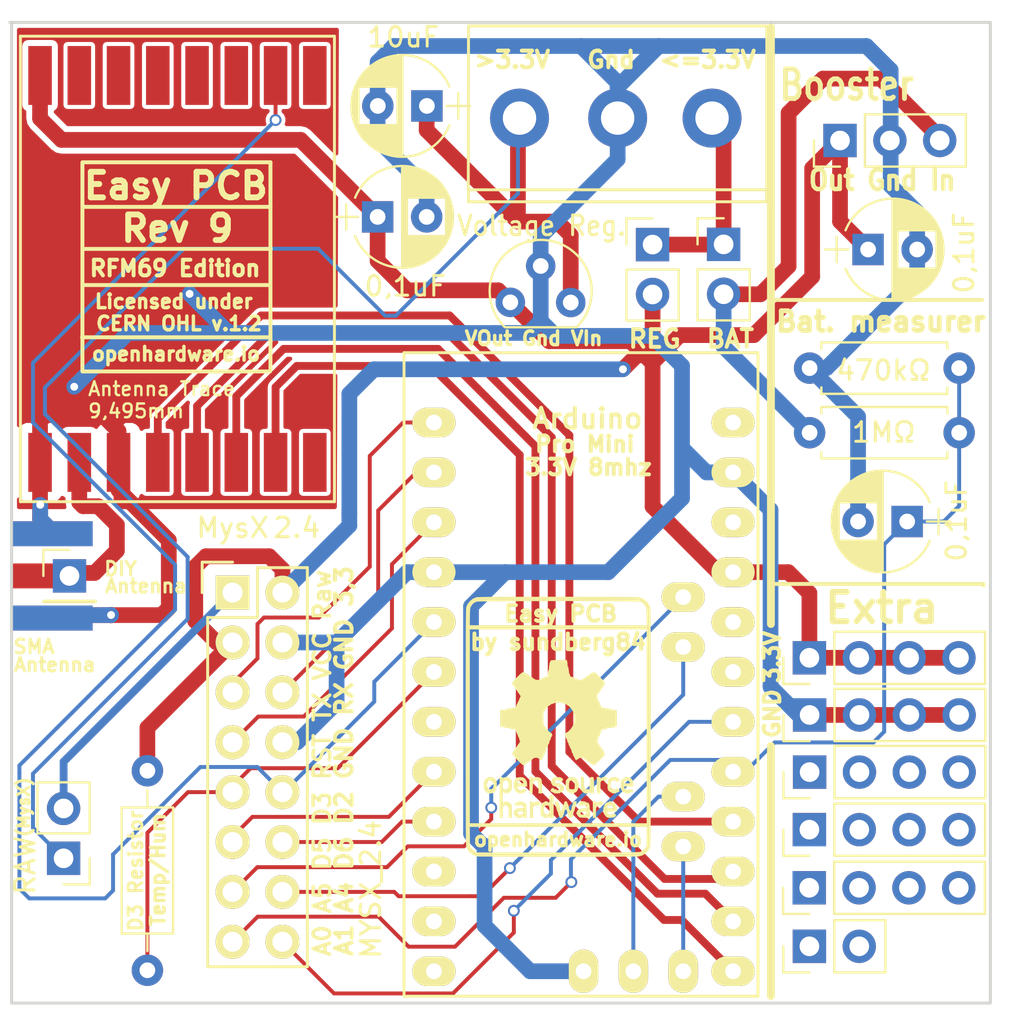
<source format=kicad_pcb>
(kicad_pcb (version 4) (host pcbnew 4.0.4-stable)

  (general
    (links 67)
    (no_connects 0)
    (area 124.03 59.655 176.425 113.525)
    (thickness 1.6)
    (drawings 43)
    (tracks 350)
    (zones 0)
    (modules 29)
    (nets 25)
  )

  (page A4)
  (layers
    (0 F.Cu signal)
    (31 B.Cu signal)
    (32 B.Adhes user)
    (33 F.Adhes user)
    (34 B.Paste user)
    (35 F.Paste user)
    (36 B.SilkS user)
    (37 F.SilkS user)
    (38 B.Mask user)
    (39 F.Mask user)
    (40 Dwgs.User user)
    (41 Cmts.User user)
    (42 Eco1.User user)
    (43 Eco2.User user)
    (44 Edge.Cuts user)
    (45 Margin user)
    (46 B.CrtYd user)
    (47 F.CrtYd user)
    (48 B.Fab user)
    (49 F.Fab user)
  )

  (setup
    (last_trace_width 0.2)
    (trace_clearance 0.2)
    (zone_clearance 0.2)
    (zone_45_only no)
    (trace_min 0.2)
    (segment_width 0.2)
    (edge_width 0.15)
    (via_size 0.6)
    (via_drill 0.4)
    (via_min_size 0.4)
    (via_min_drill 0.3)
    (uvia_size 0.3)
    (uvia_drill 0.1)
    (uvias_allowed no)
    (uvia_min_size 0.2)
    (uvia_min_drill 0.1)
    (pcb_text_width 0.3)
    (pcb_text_size 1.5 1.5)
    (mod_edge_width 0.15)
    (mod_text_size 1 1)
    (mod_text_width 0.15)
    (pad_size 1.27 4.191)
    (pad_drill 0)
    (pad_to_mask_clearance 0.2)
    (aux_axis_origin 0 0)
    (visible_elements 7FFFFFFF)
    (pcbplotparams
      (layerselection 0x010f0_80000001)
      (usegerberextensions false)
      (excludeedgelayer true)
      (linewidth 0.100000)
      (plotframeref false)
      (viasonmask false)
      (mode 1)
      (useauxorigin false)
      (hpglpennumber 1)
      (hpglpenspeed 20)
      (hpglpendiameter 15)
      (hpglpenoverlay 2)
      (psnegative false)
      (psa4output false)
      (plotreference true)
      (plotvalue true)
      (plotinvisibletext false)
      (padsonsilk false)
      (subtractmaskfromsilk false)
      (outputformat 1)
      (mirror false)
      (drillshape 0)
      (scaleselection 1)
      (outputdirectory ""))
  )

  (net 0 "")
  (net 1 +3V3)
  (net 2 GND)
  (net 3 "Net-(JP1-Pad1)")
  (net 4 "Net-(JP2-Pad2)")
  (net 5 RAW)
  (net 6 D2)
  (net 7 "Net-(IC1-Pad28)")
  (net 8 "Net-(IC1-Pad27)")
  (net 9 TX)
  (net 10 RX)
  (net 11 D3)
  (net 12 D5)
  (net 13 D6)
  (net 14 ss)
  (net 15 MOSI)
  (net 16 MISO)
  (net 17 SCK)
  (net 18 A0)
  (net 19 A1)
  (net 20 A4)
  (net 21 A5)
  (net 22 Reset)
  (net 23 "Net-(C3-Pad1)")
  (net 24 "Net-(ANT1-Pad1)")

  (net_class Default "This is the default net class."
    (clearance 0.2)
    (trace_width 0.2)
    (via_dia 0.6)
    (via_drill 0.4)
    (uvia_dia 0.3)
    (uvia_drill 0.1)
    (add_net A0)
    (add_net A1)
    (add_net A4)
    (add_net A5)
    (add_net D2)
    (add_net D3)
    (add_net D5)
    (add_net D6)
    (add_net "Net-(IC1-Pad27)")
    (add_net "Net-(IC1-Pad28)")
    (add_net RX)
    (add_net Reset)
    (add_net TX)
  )

  (net_class Big ""
    (clearance 0.3)
    (trace_width 0.8)
    (via_dia 0.6)
    (via_drill 0.4)
    (uvia_dia 0.3)
    (uvia_drill 0.1)
    (add_net +3V3)
    (add_net GND)
    (add_net "Net-(ANT1-Pad1)")
    (add_net "Net-(C3-Pad1)")
    (add_net "Net-(JP1-Pad1)")
    (add_net "Net-(JP2-Pad2)")
  )

  (net_class RAW ""
    (clearance 0.2)
    (trace_width 0.4)
    (via_dia 0.6)
    (via_drill 0.4)
    (uvia_dia 0.3)
    (uvia_drill 0.1)
    (add_net RAW)
  )

  (net_class SPI ""
    (clearance 0.2)
    (trace_width 0.4)
    (via_dia 0.6)
    (via_drill 0.4)
    (uvia_dia 0.3)
    (uvia_drill 0.1)
    (add_net MISO)
    (add_net MOSI)
    (add_net SCK)
    (add_net ss)
  )

  (module TO_SOT_Packages_THT:TO-92_Molded_Narrow_Oval (layer F.Cu) (tedit 59BD6172) (tstamp 59134957)
    (at 150.33 75.28)
    (descr "TO-92 leads molded, narrow, oval pads, drill 0.8mm (see NXP sot054_po.pdf)")
    (tags "to-92 sc-43 sc-43a sot54 PA33 transistor")
    (path /5914149A)
    (fp_text reference "Voltage Reg." (at 1.31 -3.32) (layer F.SilkS)
      (effects (font (size 1 0.9) (thickness 0.15)))
    )
    (fp_text value "" (at 0 3 180) (layer F.Fab)
      (effects (font (size 1 1) (thickness 0.15)))
    )
    (fp_text user "" (at 0 -4) (layer F.Fab)
      (effects (font (size 1 1) (thickness 0.15)))
    )
    (fp_line (start -0.53 1.85) (end 3.07 1.85) (layer F.SilkS) (width 0.12))
    (fp_line (start -0.5 1.75) (end 3 1.75) (layer F.Fab) (width 0.1))
    (fp_line (start -1.46 -2.73) (end 4 -2.73) (layer F.CrtYd) (width 0.05))
    (fp_line (start -1.46 -2.73) (end -1.46 2.01) (layer F.CrtYd) (width 0.05))
    (fp_line (start 4 2.01) (end 4 -2.73) (layer F.CrtYd) (width 0.05))
    (fp_line (start 4 2.01) (end -1.46 2.01) (layer F.CrtYd) (width 0.05))
    (fp_arc (start 1.27 0) (end 1.27 -2.48) (angle 135) (layer F.Fab) (width 0.1))
    (fp_arc (start 1.27 0) (end 1.27 -2.6) (angle -135) (layer F.SilkS) (width 0.12))
    (fp_arc (start 1.27 0) (end 1.27 -2.48) (angle -135) (layer F.Fab) (width 0.1))
    (fp_arc (start 1.27 0) (end 1.27 -2.6) (angle 135) (layer F.SilkS) (width 0.12))
    (pad 2 thru_hole circle (at 1.27 -1.27 90) (size 1.5 1.5) (drill 0.8) (layers *.Cu *.Mask)
      (net 2 GND))
    (pad 1 thru_hole circle (at -0.28 0.58 45) (size 1.5 1.5) (drill 0.8) (layers *.Cu *.Mask)
      (net 1 +3V3))
    (pad 3 thru_hole circle (at 2.8 0.59 45) (size 1.5 1.5) (drill 0.8) (layers *.Cu *.Mask)
      (net 23 "Net-(C3-Pad1)"))
    (model ${KISYS3DMOD}/TO_SOT_Packages_THT.3dshapes/TO-92_Molded_Narrow_Oval.wrl
      (at (xyz 0.05 0 0))
      (scale (xyz 1 1 1))
      (rotate (xyz 0 0 -90))
    )
  )

  (module Mounting_Holes:MountingHole_2.2mm_M2 (layer F.Cu) (tedit 591422AC) (tstamp 59142358)
    (at 172.31 63.93)
    (descr "Mounting Hole 2.2mm, no annular, M2")
    (tags "mounting hole 2.2mm no annular m2")
    (fp_text reference "" (at 0 -3.2) (layer F.SilkS)
      (effects (font (size 1 1) (thickness 0.15)))
    )
    (fp_text value "" (at 0 3.2) (layer F.Fab)
      (effects (font (size 1 1) (thickness 0.15)))
    )
    (fp_circle (center 0 0) (end 2.2 0) (layer Cmts.User) (width 0.15))
    (fp_circle (center 0 0) (end 2.45 0) (layer F.CrtYd) (width 0.05))
    (pad 1 np_thru_hole circle (at 0 0) (size 2.2 2.2) (drill 2.2) (layers *.Cu *.Mask))
  )

  (module Mounting_Holes:MountingHole_2.2mm_M2 (layer F.Cu) (tedit 591422AC) (tstamp 59142301)
    (at 127.21 108.95)
    (descr "Mounting Hole 2.2mm, no annular, M2")
    (tags "mounting hole 2.2mm no annular m2")
    (fp_text reference "" (at 0 -3.2) (layer F.SilkS)
      (effects (font (size 1 1) (thickness 0.15)))
    )
    (fp_text value "" (at 0 3.2) (layer F.Fab)
      (effects (font (size 1 1) (thickness 0.15)))
    )
    (fp_circle (center 0 0) (end 2.2 0) (layer Cmts.User) (width 0.15))
    (fp_circle (center 0 0) (end 2.45 0) (layer F.CrtYd) (width 0.05))
    (pad 1 np_thru_hole circle (at 0 0) (size 2.2 2.2) (drill 2.2) (layers *.Cu *.Mask))
  )

  (module Mounting_Holes:MountingHole_2.2mm_M2 (layer F.Cu) (tedit 591422AC) (tstamp 591422D9)
    (at 155.09 86.33)
    (descr "Mounting Hole 2.2mm, no annular, M2")
    (tags "mounting hole 2.2mm no annular m2")
    (fp_text reference "" (at 0 -3.2) (layer F.SilkS)
      (effects (font (size 1 1) (thickness 0.15)))
    )
    (fp_text value "" (at 0 3.2) (layer F.Fab)
      (effects (font (size 1 1) (thickness 0.15)))
    )
    (fp_circle (center 0 0) (end 2.2 0) (layer Cmts.User) (width 0.15))
    (fp_circle (center 0 0) (end 2.45 0) (layer F.CrtYd) (width 0.05))
    (pad 1 np_thru_hole circle (at 0 0) (size 2.2 2.2) (drill 2.2) (layers *.Cu *.Mask))
  )

  (module Capacitors_ThroughHole:CP_Radial_D5.0mm_P2.50mm (layer F.Cu) (tedit 59501084) (tstamp 591348CC)
    (at 143.29 71.51)
    (descr "CP, Radial series, Radial, pin pitch=2.50mm, , diameter=5mm, Electrolytic Capacitor")
    (tags "CP Radial series Radial pin pitch 2.50mm  diameter 5mm Electrolytic Capacitor")
    (path /591335B1)
    (fp_text reference 0,1uF (at 1.41 3.53) (layer F.SilkS)
      (effects (font (size 1 1) (thickness 0.15)))
    )
    (fp_text value "" (at 1.25 3.56) (layer F.Fab)
      (effects (font (size 1 1) (thickness 0.15)))
    )
    (fp_arc (start 1.25 0) (end -1.147436 -0.98) (angle 135.5) (layer F.SilkS) (width 0.12))
    (fp_arc (start 1.25 0) (end -1.147436 0.98) (angle -135.5) (layer F.SilkS) (width 0.12))
    (fp_arc (start 1.25 0) (end 3.647436 -0.98) (angle 44.5) (layer F.SilkS) (width 0.12))
    (fp_circle (center 1.25 0) (end 3.75 0) (layer F.Fab) (width 0.1))
    (fp_line (start -2.2 0) (end -1 0) (layer F.Fab) (width 0.1))
    (fp_line (start -1.6 -0.65) (end -1.6 0.65) (layer F.Fab) (width 0.1))
    (fp_line (start 1.25 -2.55) (end 1.25 2.55) (layer F.SilkS) (width 0.12))
    (fp_line (start 1.29 -2.55) (end 1.29 2.55) (layer F.SilkS) (width 0.12))
    (fp_line (start 1.33 -2.549) (end 1.33 2.549) (layer F.SilkS) (width 0.12))
    (fp_line (start 1.37 -2.548) (end 1.37 2.548) (layer F.SilkS) (width 0.12))
    (fp_line (start 1.41 -2.546) (end 1.41 2.546) (layer F.SilkS) (width 0.12))
    (fp_line (start 1.45 -2.543) (end 1.45 2.543) (layer F.SilkS) (width 0.12))
    (fp_line (start 1.49 -2.539) (end 1.49 2.539) (layer F.SilkS) (width 0.12))
    (fp_line (start 1.53 -2.535) (end 1.53 -0.98) (layer F.SilkS) (width 0.12))
    (fp_line (start 1.53 0.98) (end 1.53 2.535) (layer F.SilkS) (width 0.12))
    (fp_line (start 1.57 -2.531) (end 1.57 -0.98) (layer F.SilkS) (width 0.12))
    (fp_line (start 1.57 0.98) (end 1.57 2.531) (layer F.SilkS) (width 0.12))
    (fp_line (start 1.61 -2.525) (end 1.61 -0.98) (layer F.SilkS) (width 0.12))
    (fp_line (start 1.61 0.98) (end 1.61 2.525) (layer F.SilkS) (width 0.12))
    (fp_line (start 1.65 -2.519) (end 1.65 -0.98) (layer F.SilkS) (width 0.12))
    (fp_line (start 1.65 0.98) (end 1.65 2.519) (layer F.SilkS) (width 0.12))
    (fp_line (start 1.69 -2.513) (end 1.69 -0.98) (layer F.SilkS) (width 0.12))
    (fp_line (start 1.69 0.98) (end 1.69 2.513) (layer F.SilkS) (width 0.12))
    (fp_line (start 1.73 -2.506) (end 1.73 -0.98) (layer F.SilkS) (width 0.12))
    (fp_line (start 1.73 0.98) (end 1.73 2.506) (layer F.SilkS) (width 0.12))
    (fp_line (start 1.77 -2.498) (end 1.77 -0.98) (layer F.SilkS) (width 0.12))
    (fp_line (start 1.77 0.98) (end 1.77 2.498) (layer F.SilkS) (width 0.12))
    (fp_line (start 1.81 -2.489) (end 1.81 -0.98) (layer F.SilkS) (width 0.12))
    (fp_line (start 1.81 0.98) (end 1.81 2.489) (layer F.SilkS) (width 0.12))
    (fp_line (start 1.85 -2.48) (end 1.85 -0.98) (layer F.SilkS) (width 0.12))
    (fp_line (start 1.85 0.98) (end 1.85 2.48) (layer F.SilkS) (width 0.12))
    (fp_line (start 1.89 -2.47) (end 1.89 -0.98) (layer F.SilkS) (width 0.12))
    (fp_line (start 1.89 0.98) (end 1.89 2.47) (layer F.SilkS) (width 0.12))
    (fp_line (start 1.93 -2.46) (end 1.93 -0.98) (layer F.SilkS) (width 0.12))
    (fp_line (start 1.93 0.98) (end 1.93 2.46) (layer F.SilkS) (width 0.12))
    (fp_line (start 1.971 -2.448) (end 1.971 -0.98) (layer F.SilkS) (width 0.12))
    (fp_line (start 1.971 0.98) (end 1.971 2.448) (layer F.SilkS) (width 0.12))
    (fp_line (start 2.011 -2.436) (end 2.011 -0.98) (layer F.SilkS) (width 0.12))
    (fp_line (start 2.011 0.98) (end 2.011 2.436) (layer F.SilkS) (width 0.12))
    (fp_line (start 2.051 -2.424) (end 2.051 -0.98) (layer F.SilkS) (width 0.12))
    (fp_line (start 2.051 0.98) (end 2.051 2.424) (layer F.SilkS) (width 0.12))
    (fp_line (start 2.091 -2.41) (end 2.091 -0.98) (layer F.SilkS) (width 0.12))
    (fp_line (start 2.091 0.98) (end 2.091 2.41) (layer F.SilkS) (width 0.12))
    (fp_line (start 2.131 -2.396) (end 2.131 -0.98) (layer F.SilkS) (width 0.12))
    (fp_line (start 2.131 0.98) (end 2.131 2.396) (layer F.SilkS) (width 0.12))
    (fp_line (start 2.171 -2.382) (end 2.171 -0.98) (layer F.SilkS) (width 0.12))
    (fp_line (start 2.171 0.98) (end 2.171 2.382) (layer F.SilkS) (width 0.12))
    (fp_line (start 2.211 -2.366) (end 2.211 -0.98) (layer F.SilkS) (width 0.12))
    (fp_line (start 2.211 0.98) (end 2.211 2.366) (layer F.SilkS) (width 0.12))
    (fp_line (start 2.251 -2.35) (end 2.251 -0.98) (layer F.SilkS) (width 0.12))
    (fp_line (start 2.251 0.98) (end 2.251 2.35) (layer F.SilkS) (width 0.12))
    (fp_line (start 2.291 -2.333) (end 2.291 -0.98) (layer F.SilkS) (width 0.12))
    (fp_line (start 2.291 0.98) (end 2.291 2.333) (layer F.SilkS) (width 0.12))
    (fp_line (start 2.331 -2.315) (end 2.331 -0.98) (layer F.SilkS) (width 0.12))
    (fp_line (start 2.331 0.98) (end 2.331 2.315) (layer F.SilkS) (width 0.12))
    (fp_line (start 2.371 -2.296) (end 2.371 -0.98) (layer F.SilkS) (width 0.12))
    (fp_line (start 2.371 0.98) (end 2.371 2.296) (layer F.SilkS) (width 0.12))
    (fp_line (start 2.411 -2.276) (end 2.411 -0.98) (layer F.SilkS) (width 0.12))
    (fp_line (start 2.411 0.98) (end 2.411 2.276) (layer F.SilkS) (width 0.12))
    (fp_line (start 2.451 -2.256) (end 2.451 -0.98) (layer F.SilkS) (width 0.12))
    (fp_line (start 2.451 0.98) (end 2.451 2.256) (layer F.SilkS) (width 0.12))
    (fp_line (start 2.491 -2.234) (end 2.491 -0.98) (layer F.SilkS) (width 0.12))
    (fp_line (start 2.491 0.98) (end 2.491 2.234) (layer F.SilkS) (width 0.12))
    (fp_line (start 2.531 -2.212) (end 2.531 -0.98) (layer F.SilkS) (width 0.12))
    (fp_line (start 2.531 0.98) (end 2.531 2.212) (layer F.SilkS) (width 0.12))
    (fp_line (start 2.571 -2.189) (end 2.571 -0.98) (layer F.SilkS) (width 0.12))
    (fp_line (start 2.571 0.98) (end 2.571 2.189) (layer F.SilkS) (width 0.12))
    (fp_line (start 2.611 -2.165) (end 2.611 -0.98) (layer F.SilkS) (width 0.12))
    (fp_line (start 2.611 0.98) (end 2.611 2.165) (layer F.SilkS) (width 0.12))
    (fp_line (start 2.651 -2.14) (end 2.651 -0.98) (layer F.SilkS) (width 0.12))
    (fp_line (start 2.651 0.98) (end 2.651 2.14) (layer F.SilkS) (width 0.12))
    (fp_line (start 2.691 -2.113) (end 2.691 -0.98) (layer F.SilkS) (width 0.12))
    (fp_line (start 2.691 0.98) (end 2.691 2.113) (layer F.SilkS) (width 0.12))
    (fp_line (start 2.731 -2.086) (end 2.731 -0.98) (layer F.SilkS) (width 0.12))
    (fp_line (start 2.731 0.98) (end 2.731 2.086) (layer F.SilkS) (width 0.12))
    (fp_line (start 2.771 -2.058) (end 2.771 -0.98) (layer F.SilkS) (width 0.12))
    (fp_line (start 2.771 0.98) (end 2.771 2.058) (layer F.SilkS) (width 0.12))
    (fp_line (start 2.811 -2.028) (end 2.811 -0.98) (layer F.SilkS) (width 0.12))
    (fp_line (start 2.811 0.98) (end 2.811 2.028) (layer F.SilkS) (width 0.12))
    (fp_line (start 2.851 -1.997) (end 2.851 -0.98) (layer F.SilkS) (width 0.12))
    (fp_line (start 2.851 0.98) (end 2.851 1.997) (layer F.SilkS) (width 0.12))
    (fp_line (start 2.891 -1.965) (end 2.891 -0.98) (layer F.SilkS) (width 0.12))
    (fp_line (start 2.891 0.98) (end 2.891 1.965) (layer F.SilkS) (width 0.12))
    (fp_line (start 2.931 -1.932) (end 2.931 -0.98) (layer F.SilkS) (width 0.12))
    (fp_line (start 2.931 0.98) (end 2.931 1.932) (layer F.SilkS) (width 0.12))
    (fp_line (start 2.971 -1.897) (end 2.971 -0.98) (layer F.SilkS) (width 0.12))
    (fp_line (start 2.971 0.98) (end 2.971 1.897) (layer F.SilkS) (width 0.12))
    (fp_line (start 3.011 -1.861) (end 3.011 -0.98) (layer F.SilkS) (width 0.12))
    (fp_line (start 3.011 0.98) (end 3.011 1.861) (layer F.SilkS) (width 0.12))
    (fp_line (start 3.051 -1.823) (end 3.051 -0.98) (layer F.SilkS) (width 0.12))
    (fp_line (start 3.051 0.98) (end 3.051 1.823) (layer F.SilkS) (width 0.12))
    (fp_line (start 3.091 -1.783) (end 3.091 -0.98) (layer F.SilkS) (width 0.12))
    (fp_line (start 3.091 0.98) (end 3.091 1.783) (layer F.SilkS) (width 0.12))
    (fp_line (start 3.131 -1.742) (end 3.131 -0.98) (layer F.SilkS) (width 0.12))
    (fp_line (start 3.131 0.98) (end 3.131 1.742) (layer F.SilkS) (width 0.12))
    (fp_line (start 3.171 -1.699) (end 3.171 -0.98) (layer F.SilkS) (width 0.12))
    (fp_line (start 3.171 0.98) (end 3.171 1.699) (layer F.SilkS) (width 0.12))
    (fp_line (start 3.211 -1.654) (end 3.211 -0.98) (layer F.SilkS) (width 0.12))
    (fp_line (start 3.211 0.98) (end 3.211 1.654) (layer F.SilkS) (width 0.12))
    (fp_line (start 3.251 -1.606) (end 3.251 -0.98) (layer F.SilkS) (width 0.12))
    (fp_line (start 3.251 0.98) (end 3.251 1.606) (layer F.SilkS) (width 0.12))
    (fp_line (start 3.291 -1.556) (end 3.291 -0.98) (layer F.SilkS) (width 0.12))
    (fp_line (start 3.291 0.98) (end 3.291 1.556) (layer F.SilkS) (width 0.12))
    (fp_line (start 3.331 -1.504) (end 3.331 -0.98) (layer F.SilkS) (width 0.12))
    (fp_line (start 3.331 0.98) (end 3.331 1.504) (layer F.SilkS) (width 0.12))
    (fp_line (start 3.371 -1.448) (end 3.371 -0.98) (layer F.SilkS) (width 0.12))
    (fp_line (start 3.371 0.98) (end 3.371 1.448) (layer F.SilkS) (width 0.12))
    (fp_line (start 3.411 -1.39) (end 3.411 -0.98) (layer F.SilkS) (width 0.12))
    (fp_line (start 3.411 0.98) (end 3.411 1.39) (layer F.SilkS) (width 0.12))
    (fp_line (start 3.451 -1.327) (end 3.451 -0.98) (layer F.SilkS) (width 0.12))
    (fp_line (start 3.451 0.98) (end 3.451 1.327) (layer F.SilkS) (width 0.12))
    (fp_line (start 3.491 -1.261) (end 3.491 1.261) (layer F.SilkS) (width 0.12))
    (fp_line (start 3.531 -1.189) (end 3.531 1.189) (layer F.SilkS) (width 0.12))
    (fp_line (start 3.571 -1.112) (end 3.571 1.112) (layer F.SilkS) (width 0.12))
    (fp_line (start 3.611 -1.028) (end 3.611 1.028) (layer F.SilkS) (width 0.12))
    (fp_line (start 3.651 -0.934) (end 3.651 0.934) (layer F.SilkS) (width 0.12))
    (fp_line (start 3.691 -0.829) (end 3.691 0.829) (layer F.SilkS) (width 0.12))
    (fp_line (start 3.731 -0.707) (end 3.731 0.707) (layer F.SilkS) (width 0.12))
    (fp_line (start 3.771 -0.559) (end 3.771 0.559) (layer F.SilkS) (width 0.12))
    (fp_line (start 3.811 -0.354) (end 3.811 0.354) (layer F.SilkS) (width 0.12))
    (fp_line (start -2.2 0) (end -1 0) (layer F.SilkS) (width 0.12))
    (fp_line (start -1.6 -0.65) (end -1.6 0.65) (layer F.SilkS) (width 0.12))
    (fp_line (start -1.6 -2.85) (end -1.6 2.85) (layer F.CrtYd) (width 0.05))
    (fp_line (start -1.6 2.85) (end 4.1 2.85) (layer F.CrtYd) (width 0.05))
    (fp_line (start 4.1 2.85) (end 4.1 -2.85) (layer F.CrtYd) (width 0.05))
    (fp_line (start 4.1 -2.85) (end -1.6 -2.85) (layer F.CrtYd) (width 0.05))
    (pad 1 thru_hole rect (at 0 0) (size 1.6 1.6) (drill 0.8) (layers *.Cu *.Mask)
      (net 1 +3V3))
    (pad 2 thru_hole circle (at 2.5 0) (size 1.6 1.6) (drill 0.8) (layers *.Cu *.Mask)
      (net 2 GND))
    (model Capacitors_THT.3dshapes/CP_Radial_D5.0mm_P2.50mm.wrl
      (at (xyz 0 0 0))
      (scale (xyz 0.393701 0.393701 0.393701))
      (rotate (xyz 0 0 0))
    )
  )

  (module Capacitors_ThroughHole:CP_Radial_D5.0mm_P2.50mm (layer F.Cu) (tedit 59501087) (tstamp 591348D2)
    (at 145.8 65.86 180)
    (descr "CP, Radial series, Radial, pin pitch=2.50mm, , diameter=5mm, Electrolytic Capacitor")
    (tags "CP Radial series Radial pin pitch 2.50mm  diameter 5mm Electrolytic Capacitor")
    (path /59133609)
    (fp_text reference 10uF (at 1.2 3.5 180) (layer F.SilkS)
      (effects (font (size 1 1) (thickness 0.15)))
    )
    (fp_text value "" (at 1.25 3.56 180) (layer F.Fab)
      (effects (font (size 1 1) (thickness 0.15)))
    )
    (fp_arc (start 1.25 0) (end -1.147436 -0.98) (angle 135.5) (layer F.SilkS) (width 0.12))
    (fp_arc (start 1.25 0) (end -1.147436 0.98) (angle -135.5) (layer F.SilkS) (width 0.12))
    (fp_arc (start 1.25 0) (end 3.647436 -0.98) (angle 44.5) (layer F.SilkS) (width 0.12))
    (fp_circle (center 1.25 0) (end 3.75 0) (layer F.Fab) (width 0.1))
    (fp_line (start -2.2 0) (end -1 0) (layer F.Fab) (width 0.1))
    (fp_line (start -1.6 -0.65) (end -1.6 0.65) (layer F.Fab) (width 0.1))
    (fp_line (start 1.25 -2.55) (end 1.25 2.55) (layer F.SilkS) (width 0.12))
    (fp_line (start 1.29 -2.55) (end 1.29 2.55) (layer F.SilkS) (width 0.12))
    (fp_line (start 1.33 -2.549) (end 1.33 2.549) (layer F.SilkS) (width 0.12))
    (fp_line (start 1.37 -2.548) (end 1.37 2.548) (layer F.SilkS) (width 0.12))
    (fp_line (start 1.41 -2.546) (end 1.41 2.546) (layer F.SilkS) (width 0.12))
    (fp_line (start 1.45 -2.543) (end 1.45 2.543) (layer F.SilkS) (width 0.12))
    (fp_line (start 1.49 -2.539) (end 1.49 2.539) (layer F.SilkS) (width 0.12))
    (fp_line (start 1.53 -2.535) (end 1.53 -0.98) (layer F.SilkS) (width 0.12))
    (fp_line (start 1.53 0.98) (end 1.53 2.535) (layer F.SilkS) (width 0.12))
    (fp_line (start 1.57 -2.531) (end 1.57 -0.98) (layer F.SilkS) (width 0.12))
    (fp_line (start 1.57 0.98) (end 1.57 2.531) (layer F.SilkS) (width 0.12))
    (fp_line (start 1.61 -2.525) (end 1.61 -0.98) (layer F.SilkS) (width 0.12))
    (fp_line (start 1.61 0.98) (end 1.61 2.525) (layer F.SilkS) (width 0.12))
    (fp_line (start 1.65 -2.519) (end 1.65 -0.98) (layer F.SilkS) (width 0.12))
    (fp_line (start 1.65 0.98) (end 1.65 2.519) (layer F.SilkS) (width 0.12))
    (fp_line (start 1.69 -2.513) (end 1.69 -0.98) (layer F.SilkS) (width 0.12))
    (fp_line (start 1.69 0.98) (end 1.69 2.513) (layer F.SilkS) (width 0.12))
    (fp_line (start 1.73 -2.506) (end 1.73 -0.98) (layer F.SilkS) (width 0.12))
    (fp_line (start 1.73 0.98) (end 1.73 2.506) (layer F.SilkS) (width 0.12))
    (fp_line (start 1.77 -2.498) (end 1.77 -0.98) (layer F.SilkS) (width 0.12))
    (fp_line (start 1.77 0.98) (end 1.77 2.498) (layer F.SilkS) (width 0.12))
    (fp_line (start 1.81 -2.489) (end 1.81 -0.98) (layer F.SilkS) (width 0.12))
    (fp_line (start 1.81 0.98) (end 1.81 2.489) (layer F.SilkS) (width 0.12))
    (fp_line (start 1.85 -2.48) (end 1.85 -0.98) (layer F.SilkS) (width 0.12))
    (fp_line (start 1.85 0.98) (end 1.85 2.48) (layer F.SilkS) (width 0.12))
    (fp_line (start 1.89 -2.47) (end 1.89 -0.98) (layer F.SilkS) (width 0.12))
    (fp_line (start 1.89 0.98) (end 1.89 2.47) (layer F.SilkS) (width 0.12))
    (fp_line (start 1.93 -2.46) (end 1.93 -0.98) (layer F.SilkS) (width 0.12))
    (fp_line (start 1.93 0.98) (end 1.93 2.46) (layer F.SilkS) (width 0.12))
    (fp_line (start 1.971 -2.448) (end 1.971 -0.98) (layer F.SilkS) (width 0.12))
    (fp_line (start 1.971 0.98) (end 1.971 2.448) (layer F.SilkS) (width 0.12))
    (fp_line (start 2.011 -2.436) (end 2.011 -0.98) (layer F.SilkS) (width 0.12))
    (fp_line (start 2.011 0.98) (end 2.011 2.436) (layer F.SilkS) (width 0.12))
    (fp_line (start 2.051 -2.424) (end 2.051 -0.98) (layer F.SilkS) (width 0.12))
    (fp_line (start 2.051 0.98) (end 2.051 2.424) (layer F.SilkS) (width 0.12))
    (fp_line (start 2.091 -2.41) (end 2.091 -0.98) (layer F.SilkS) (width 0.12))
    (fp_line (start 2.091 0.98) (end 2.091 2.41) (layer F.SilkS) (width 0.12))
    (fp_line (start 2.131 -2.396) (end 2.131 -0.98) (layer F.SilkS) (width 0.12))
    (fp_line (start 2.131 0.98) (end 2.131 2.396) (layer F.SilkS) (width 0.12))
    (fp_line (start 2.171 -2.382) (end 2.171 -0.98) (layer F.SilkS) (width 0.12))
    (fp_line (start 2.171 0.98) (end 2.171 2.382) (layer F.SilkS) (width 0.12))
    (fp_line (start 2.211 -2.366) (end 2.211 -0.98) (layer F.SilkS) (width 0.12))
    (fp_line (start 2.211 0.98) (end 2.211 2.366) (layer F.SilkS) (width 0.12))
    (fp_line (start 2.251 -2.35) (end 2.251 -0.98) (layer F.SilkS) (width 0.12))
    (fp_line (start 2.251 0.98) (end 2.251 2.35) (layer F.SilkS) (width 0.12))
    (fp_line (start 2.291 -2.333) (end 2.291 -0.98) (layer F.SilkS) (width 0.12))
    (fp_line (start 2.291 0.98) (end 2.291 2.333) (layer F.SilkS) (width 0.12))
    (fp_line (start 2.331 -2.315) (end 2.331 -0.98) (layer F.SilkS) (width 0.12))
    (fp_line (start 2.331 0.98) (end 2.331 2.315) (layer F.SilkS) (width 0.12))
    (fp_line (start 2.371 -2.296) (end 2.371 -0.98) (layer F.SilkS) (width 0.12))
    (fp_line (start 2.371 0.98) (end 2.371 2.296) (layer F.SilkS) (width 0.12))
    (fp_line (start 2.411 -2.276) (end 2.411 -0.98) (layer F.SilkS) (width 0.12))
    (fp_line (start 2.411 0.98) (end 2.411 2.276) (layer F.SilkS) (width 0.12))
    (fp_line (start 2.451 -2.256) (end 2.451 -0.98) (layer F.SilkS) (width 0.12))
    (fp_line (start 2.451 0.98) (end 2.451 2.256) (layer F.SilkS) (width 0.12))
    (fp_line (start 2.491 -2.234) (end 2.491 -0.98) (layer F.SilkS) (width 0.12))
    (fp_line (start 2.491 0.98) (end 2.491 2.234) (layer F.SilkS) (width 0.12))
    (fp_line (start 2.531 -2.212) (end 2.531 -0.98) (layer F.SilkS) (width 0.12))
    (fp_line (start 2.531 0.98) (end 2.531 2.212) (layer F.SilkS) (width 0.12))
    (fp_line (start 2.571 -2.189) (end 2.571 -0.98) (layer F.SilkS) (width 0.12))
    (fp_line (start 2.571 0.98) (end 2.571 2.189) (layer F.SilkS) (width 0.12))
    (fp_line (start 2.611 -2.165) (end 2.611 -0.98) (layer F.SilkS) (width 0.12))
    (fp_line (start 2.611 0.98) (end 2.611 2.165) (layer F.SilkS) (width 0.12))
    (fp_line (start 2.651 -2.14) (end 2.651 -0.98) (layer F.SilkS) (width 0.12))
    (fp_line (start 2.651 0.98) (end 2.651 2.14) (layer F.SilkS) (width 0.12))
    (fp_line (start 2.691 -2.113) (end 2.691 -0.98) (layer F.SilkS) (width 0.12))
    (fp_line (start 2.691 0.98) (end 2.691 2.113) (layer F.SilkS) (width 0.12))
    (fp_line (start 2.731 -2.086) (end 2.731 -0.98) (layer F.SilkS) (width 0.12))
    (fp_line (start 2.731 0.98) (end 2.731 2.086) (layer F.SilkS) (width 0.12))
    (fp_line (start 2.771 -2.058) (end 2.771 -0.98) (layer F.SilkS) (width 0.12))
    (fp_line (start 2.771 0.98) (end 2.771 2.058) (layer F.SilkS) (width 0.12))
    (fp_line (start 2.811 -2.028) (end 2.811 -0.98) (layer F.SilkS) (width 0.12))
    (fp_line (start 2.811 0.98) (end 2.811 2.028) (layer F.SilkS) (width 0.12))
    (fp_line (start 2.851 -1.997) (end 2.851 -0.98) (layer F.SilkS) (width 0.12))
    (fp_line (start 2.851 0.98) (end 2.851 1.997) (layer F.SilkS) (width 0.12))
    (fp_line (start 2.891 -1.965) (end 2.891 -0.98) (layer F.SilkS) (width 0.12))
    (fp_line (start 2.891 0.98) (end 2.891 1.965) (layer F.SilkS) (width 0.12))
    (fp_line (start 2.931 -1.932) (end 2.931 -0.98) (layer F.SilkS) (width 0.12))
    (fp_line (start 2.931 0.98) (end 2.931 1.932) (layer F.SilkS) (width 0.12))
    (fp_line (start 2.971 -1.897) (end 2.971 -0.98) (layer F.SilkS) (width 0.12))
    (fp_line (start 2.971 0.98) (end 2.971 1.897) (layer F.SilkS) (width 0.12))
    (fp_line (start 3.011 -1.861) (end 3.011 -0.98) (layer F.SilkS) (width 0.12))
    (fp_line (start 3.011 0.98) (end 3.011 1.861) (layer F.SilkS) (width 0.12))
    (fp_line (start 3.051 -1.823) (end 3.051 -0.98) (layer F.SilkS) (width 0.12))
    (fp_line (start 3.051 0.98) (end 3.051 1.823) (layer F.SilkS) (width 0.12))
    (fp_line (start 3.091 -1.783) (end 3.091 -0.98) (layer F.SilkS) (width 0.12))
    (fp_line (start 3.091 0.98) (end 3.091 1.783) (layer F.SilkS) (width 0.12))
    (fp_line (start 3.131 -1.742) (end 3.131 -0.98) (layer F.SilkS) (width 0.12))
    (fp_line (start 3.131 0.98) (end 3.131 1.742) (layer F.SilkS) (width 0.12))
    (fp_line (start 3.171 -1.699) (end 3.171 -0.98) (layer F.SilkS) (width 0.12))
    (fp_line (start 3.171 0.98) (end 3.171 1.699) (layer F.SilkS) (width 0.12))
    (fp_line (start 3.211 -1.654) (end 3.211 -0.98) (layer F.SilkS) (width 0.12))
    (fp_line (start 3.211 0.98) (end 3.211 1.654) (layer F.SilkS) (width 0.12))
    (fp_line (start 3.251 -1.606) (end 3.251 -0.98) (layer F.SilkS) (width 0.12))
    (fp_line (start 3.251 0.98) (end 3.251 1.606) (layer F.SilkS) (width 0.12))
    (fp_line (start 3.291 -1.556) (end 3.291 -0.98) (layer F.SilkS) (width 0.12))
    (fp_line (start 3.291 0.98) (end 3.291 1.556) (layer F.SilkS) (width 0.12))
    (fp_line (start 3.331 -1.504) (end 3.331 -0.98) (layer F.SilkS) (width 0.12))
    (fp_line (start 3.331 0.98) (end 3.331 1.504) (layer F.SilkS) (width 0.12))
    (fp_line (start 3.371 -1.448) (end 3.371 -0.98) (layer F.SilkS) (width 0.12))
    (fp_line (start 3.371 0.98) (end 3.371 1.448) (layer F.SilkS) (width 0.12))
    (fp_line (start 3.411 -1.39) (end 3.411 -0.98) (layer F.SilkS) (width 0.12))
    (fp_line (start 3.411 0.98) (end 3.411 1.39) (layer F.SilkS) (width 0.12))
    (fp_line (start 3.451 -1.327) (end 3.451 -0.98) (layer F.SilkS) (width 0.12))
    (fp_line (start 3.451 0.98) (end 3.451 1.327) (layer F.SilkS) (width 0.12))
    (fp_line (start 3.491 -1.261) (end 3.491 1.261) (layer F.SilkS) (width 0.12))
    (fp_line (start 3.531 -1.189) (end 3.531 1.189) (layer F.SilkS) (width 0.12))
    (fp_line (start 3.571 -1.112) (end 3.571 1.112) (layer F.SilkS) (width 0.12))
    (fp_line (start 3.611 -1.028) (end 3.611 1.028) (layer F.SilkS) (width 0.12))
    (fp_line (start 3.651 -0.934) (end 3.651 0.934) (layer F.SilkS) (width 0.12))
    (fp_line (start 3.691 -0.829) (end 3.691 0.829) (layer F.SilkS) (width 0.12))
    (fp_line (start 3.731 -0.707) (end 3.731 0.707) (layer F.SilkS) (width 0.12))
    (fp_line (start 3.771 -0.559) (end 3.771 0.559) (layer F.SilkS) (width 0.12))
    (fp_line (start 3.811 -0.354) (end 3.811 0.354) (layer F.SilkS) (width 0.12))
    (fp_line (start -2.2 0) (end -1 0) (layer F.SilkS) (width 0.12))
    (fp_line (start -1.6 -0.65) (end -1.6 0.65) (layer F.SilkS) (width 0.12))
    (fp_line (start -1.6 -2.85) (end -1.6 2.85) (layer F.CrtYd) (width 0.05))
    (fp_line (start -1.6 2.85) (end 4.1 2.85) (layer F.CrtYd) (width 0.05))
    (fp_line (start 4.1 2.85) (end 4.1 -2.85) (layer F.CrtYd) (width 0.05))
    (fp_line (start 4.1 -2.85) (end -1.6 -2.85) (layer F.CrtYd) (width 0.05))
    (pad 1 thru_hole rect (at 0 0 180) (size 1.6 1.6) (drill 0.8) (layers *.Cu *.Mask)
      (net 23 "Net-(C3-Pad1)"))
    (pad 2 thru_hole circle (at 2.5 0 180) (size 1.6 1.6) (drill 0.8) (layers *.Cu *.Mask)
      (net 2 GND))
    (model Capacitors_THT.3dshapes/CP_Radial_D5.0mm_P2.50mm.wrl
      (at (xyz 0 0 0))
      (scale (xyz 0.393701 0.393701 0.393701))
      (rotate (xyz 0 0 0))
    )
  )

  (module Pin_Headers:Pin_Header_Straight_1x02_Pitch2.54mm (layer F.Cu) (tedit 5950107E) (tstamp 591348DE)
    (at 157.3 72.92)
    (descr "Through hole straight pin header, 1x02, 2.54mm pitch, single row")
    (tags "Through hole pin header THT 1x02 2.54mm single row")
    (path /5913D478)
    (fp_text reference "" (at 0 -2.33) (layer F.SilkS)
      (effects (font (size 1 1) (thickness 0.15)))
    )
    (fp_text value "" (at 0 4.87) (layer F.Fab)
      (effects (font (size 1 1) (thickness 0.15)))
    )
    (fp_line (start -1.27 -1.27) (end -1.27 3.81) (layer F.Fab) (width 0.1))
    (fp_line (start -1.27 3.81) (end 1.27 3.81) (layer F.Fab) (width 0.1))
    (fp_line (start 1.27 3.81) (end 1.27 -1.27) (layer F.Fab) (width 0.1))
    (fp_line (start 1.27 -1.27) (end -1.27 -1.27) (layer F.Fab) (width 0.1))
    (fp_line (start -1.33 1.27) (end -1.33 3.87) (layer F.SilkS) (width 0.12))
    (fp_line (start -1.33 3.87) (end 1.33 3.87) (layer F.SilkS) (width 0.12))
    (fp_line (start 1.33 3.87) (end 1.33 1.27) (layer F.SilkS) (width 0.12))
    (fp_line (start 1.33 1.27) (end -1.33 1.27) (layer F.SilkS) (width 0.12))
    (fp_line (start -1.33 0) (end -1.33 -1.33) (layer F.SilkS) (width 0.12))
    (fp_line (start -1.33 -1.33) (end 0 -1.33) (layer F.SilkS) (width 0.12))
    (fp_line (start -1.8 -1.8) (end -1.8 4.35) (layer F.CrtYd) (width 0.05))
    (fp_line (start -1.8 4.35) (end 1.8 4.35) (layer F.CrtYd) (width 0.05))
    (fp_line (start 1.8 4.35) (end 1.8 -1.8) (layer F.CrtYd) (width 0.05))
    (fp_line (start 1.8 -1.8) (end -1.8 -1.8) (layer F.CrtYd) (width 0.05))
    (fp_text user "" (at 0 -2.33) (layer F.Fab)
      (effects (font (size 1 1) (thickness 0.15)))
    )
    (pad 1 thru_hole rect (at 0 0) (size 1.7 1.7) (drill 1) (layers *.Cu *.Mask)
      (net 3 "Net-(JP1-Pad1)"))
    (pad 2 thru_hole oval (at 0 2.54) (size 1.7 1.7) (drill 1) (layers *.Cu *.Mask)
      (net 1 +3V3))
    (model ${KISYS3DMOD}/Pin_Headers.3dshapes/Pin_Header_Straight_1x02_Pitch2.54mm.wrl
      (at (xyz 0 -0.05 0))
      (scale (xyz 1 1 1))
      (rotate (xyz 0 0 90))
    )
  )

  (module Pin_Headers:Pin_Header_Straight_1x02_Pitch2.54mm (layer F.Cu) (tedit 5950107C) (tstamp 591348E4)
    (at 160.92 72.91)
    (descr "Through hole straight pin header, 1x02, 2.54mm pitch, single row")
    (tags "Through hole pin header THT 1x02 2.54mm single row")
    (path /5913E327)
    (fp_text reference "" (at 0 -2.33) (layer F.SilkS)
      (effects (font (size 1 1) (thickness 0.15)))
    )
    (fp_text value "" (at 0 4.87) (layer F.Fab)
      (effects (font (size 1 1) (thickness 0.15)))
    )
    (fp_line (start -1.27 -1.27) (end -1.27 3.81) (layer F.Fab) (width 0.1))
    (fp_line (start -1.27 3.81) (end 1.27 3.81) (layer F.Fab) (width 0.1))
    (fp_line (start 1.27 3.81) (end 1.27 -1.27) (layer F.Fab) (width 0.1))
    (fp_line (start 1.27 -1.27) (end -1.27 -1.27) (layer F.Fab) (width 0.1))
    (fp_line (start -1.33 1.27) (end -1.33 3.87) (layer F.SilkS) (width 0.12))
    (fp_line (start -1.33 3.87) (end 1.33 3.87) (layer F.SilkS) (width 0.12))
    (fp_line (start 1.33 3.87) (end 1.33 1.27) (layer F.SilkS) (width 0.12))
    (fp_line (start 1.33 1.27) (end -1.33 1.27) (layer F.SilkS) (width 0.12))
    (fp_line (start -1.33 0) (end -1.33 -1.33) (layer F.SilkS) (width 0.12))
    (fp_line (start -1.33 -1.33) (end 0 -1.33) (layer F.SilkS) (width 0.12))
    (fp_line (start -1.8 -1.8) (end -1.8 4.35) (layer F.CrtYd) (width 0.05))
    (fp_line (start -1.8 4.35) (end 1.8 4.35) (layer F.CrtYd) (width 0.05))
    (fp_line (start 1.8 4.35) (end 1.8 -1.8) (layer F.CrtYd) (width 0.05))
    (fp_line (start 1.8 -1.8) (end -1.8 -1.8) (layer F.CrtYd) (width 0.05))
    (fp_text user %R (at 0 -2.33) (layer F.Fab)
      (effects (font (size 1 1) (thickness 0.15)))
    )
    (pad 1 thru_hole rect (at 0 0) (size 1.7 1.7) (drill 1) (layers *.Cu *.Mask)
      (net 3 "Net-(JP1-Pad1)"))
    (pad 2 thru_hole oval (at 0 2.54) (size 1.7 1.7) (drill 1) (layers *.Cu *.Mask)
      (net 4 "Net-(JP2-Pad2)"))
    (model ${KISYS3DMOD}/Pin_Headers.3dshapes/Pin_Header_Straight_1x02_Pitch2.54mm.wrl
      (at (xyz 0 -0.05 0))
      (scale (xyz 1 1 1))
      (rotate (xyz 0 0 90))
    )
  )

  (module Pin_Headers:Pin_Header_Straight_1x02_Pitch2.54mm (layer F.Cu) (tedit 5914230F) (tstamp 591348EA)
    (at 127.29 104.17 180)
    (descr "Through hole straight pin header, 1x02, 2.54mm pitch, single row")
    (tags "Through hole pin header THT 1x02 2.54mm single row")
    (path /59135AB1)
    (fp_text reference RAW (at 1.95 -0.35 270) (layer F.SilkS)
      (effects (font (size 1 1) (thickness 0.15)))
    )
    (fp_text value "" (at 0 4.87 180) (layer F.Fab)
      (effects (font (size 1 1) (thickness 0.15)))
    )
    (fp_line (start -1.27 -1.27) (end -1.27 3.81) (layer F.Fab) (width 0.1))
    (fp_line (start -1.27 3.81) (end 1.27 3.81) (layer F.Fab) (width 0.1))
    (fp_line (start 1.27 3.81) (end 1.27 -1.27) (layer F.Fab) (width 0.1))
    (fp_line (start 1.27 -1.27) (end -1.27 -1.27) (layer F.Fab) (width 0.1))
    (fp_line (start -1.33 1.27) (end -1.33 3.87) (layer F.SilkS) (width 0.12))
    (fp_line (start -1.33 3.87) (end 1.33 3.87) (layer F.SilkS) (width 0.12))
    (fp_line (start 1.33 3.87) (end 1.33 1.27) (layer F.SilkS) (width 0.12))
    (fp_line (start 1.33 1.27) (end -1.33 1.27) (layer F.SilkS) (width 0.12))
    (fp_line (start -1.33 0) (end -1.33 -1.33) (layer F.SilkS) (width 0.12))
    (fp_line (start -1.33 -1.33) (end 0 -1.33) (layer F.SilkS) (width 0.12))
    (fp_line (start -1.8 -1.8) (end -1.8 4.35) (layer F.CrtYd) (width 0.05))
    (fp_line (start -1.8 4.35) (end 1.8 4.35) (layer F.CrtYd) (width 0.05))
    (fp_line (start 1.8 4.35) (end 1.8 -1.8) (layer F.CrtYd) (width 0.05))
    (fp_line (start 1.8 -1.8) (end -1.8 -1.8) (layer F.CrtYd) (width 0.05))
    (fp_text user "" (at 0 -2.33 180) (layer F.Fab)
      (effects (font (size 1 1) (thickness 0.15)))
    )
    (pad 1 thru_hole rect (at 0 0 180) (size 1.7 1.7) (drill 1) (layers *.Cu *.Mask)
      (net 23 "Net-(C3-Pad1)"))
    (pad 2 thru_hole oval (at 0 2.54 180) (size 1.7 1.7) (drill 1) (layers *.Cu *.Mask)
      (net 5 RAW))
    (model ${KISYS3DMOD}/Pin_Headers.3dshapes/Pin_Header_Straight_1x02_Pitch2.54mm.wrl
      (at (xyz 0 -0.05 0))
      (scale (xyz 1 1 1))
      (rotate (xyz 0 0 90))
    )
  )

  (module mysensors_connectors:MYSX_2.4 (layer F.Cu) (tedit 591410F1) (tstamp 59134905)
    (at 135.9 90.64)
    (descr "Through hole pin header")
    (tags "pin header MYSX 2.4")
    (path /5913589B)
    (fp_text reference MysX (at 0 -3.302) (layer F.SilkS)
      (effects (font (size 1 1) (thickness 0.15)))
    )
    (fp_text value MYSX_2.4 (at 7.04 15.11 90) (layer F.SilkS)
      (effects (font (size 1 1) (thickness 0.15)))
    )
    (fp_text user 2.4 (at 3.27 -3.3) (layer F.SilkS)
      (effects (font (size 1 1) (thickness 0.15)))
    )
    (fp_line (start -2.54 -2.54) (end -2.54 20.32) (layer F.CrtYd) (width 0.05))
    (fp_line (start 5.08 -2.54) (end 5.08 20.32) (layer F.CrtYd) (width 0.05))
    (fp_line (start -2.54 -2.54) (end 5.08 -2.54) (layer F.CrtYd) (width 0.05))
    (fp_line (start -2.54 20.32) (end 5.08 20.32) (layer F.CrtYd) (width 0.05))
    (fp_line (start -1.27 1.27) (end -1.27 19.05) (layer F.SilkS) (width 0.15))
    (fp_line (start -1.27 19.05) (end 3.81 19.05) (layer F.SilkS) (width 0.15))
    (fp_line (start 3.81 19.05) (end 3.81 -1.27) (layer F.SilkS) (width 0.15))
    (fp_line (start 3.81 -1.27) (end 1.27 -1.27) (layer F.SilkS) (width 0.15))
    (fp_line (start 0 -1.55) (end -1.55 -1.55) (layer F.SilkS) (width 0.15))
    (fp_line (start 1.27 -1.27) (end 1.27 1.27) (layer F.SilkS) (width 0.15))
    (fp_line (start 1.27 1.27) (end -1.27 1.27) (layer F.SilkS) (width 0.15))
    (fp_line (start -1.55 -1.55) (end -1.55 0) (layer F.SilkS) (width 0.15))
    (pad 16 thru_hole oval (at 2.54 17.78) (size 1.7272 1.7272) (drill 1.016) (layers *.Cu *.Mask F.SilkS)
      (net 19 A1))
    (pad 15 thru_hole oval (at 0 17.78) (size 1.7272 1.7272) (drill 1.016) (layers *.Cu *.Mask F.SilkS)
      (net 18 A0))
    (pad 14 thru_hole oval (at 2.54 15.24) (size 1.7272 1.7272) (drill 1.016) (layers *.Cu *.Mask F.SilkS)
      (net 20 A4))
    (pad 13 thru_hole oval (at 0 15.24) (size 1.7272 1.7272) (drill 1.016) (layers *.Cu *.Mask F.SilkS)
      (net 21 A5))
    (pad 12 thru_hole oval (at 2.54 12.7) (size 1.7272 1.7272) (drill 1.016) (layers *.Cu *.Mask F.SilkS)
      (net 13 D6))
    (pad 11 thru_hole oval (at 0 12.7) (size 1.7272 1.7272) (drill 1.016) (layers *.Cu *.Mask F.SilkS)
      (net 12 D5))
    (pad 10 thru_hole oval (at 2.54 10.16) (size 1.7272 1.7272) (drill 1.016) (layers *.Cu *.Mask F.SilkS)
      (net 6 D2))
    (pad 9 thru_hole oval (at 0 10.16) (size 1.7272 1.7272) (drill 1.016) (layers *.Cu *.Mask F.SilkS)
      (net 11 D3))
    (pad 1 thru_hole rect (at 0 0) (size 1.7272 1.7272) (drill 1.016) (layers *.Cu *.Mask F.SilkS)
      (net 5 RAW))
    (pad 2 thru_hole oval (at 2.54 0) (size 1.7272 1.7272) (drill 1.016) (layers *.Cu *.Mask F.SilkS)
      (net 1 +3V3))
    (pad 3 thru_hole oval (at 0 2.54) (size 1.7272 1.7272) (drill 1.016) (layers *.Cu *.Mask F.SilkS)
      (net 1 +3V3))
    (pad 4 thru_hole oval (at 2.54 2.54) (size 1.7272 1.7272) (drill 1.016) (layers *.Cu *.Mask F.SilkS)
      (net 2 GND))
    (pad 5 thru_hole oval (at 0 5.08) (size 1.7272 1.7272) (drill 1.016) (layers *.Cu *.Mask F.SilkS)
      (net 9 TX))
    (pad 6 thru_hole oval (at 2.54 5.08) (size 1.7272 1.7272) (drill 1.016) (layers *.Cu *.Mask F.SilkS)
      (net 10 RX))
    (pad 7 thru_hole oval (at 0 7.62) (size 1.7272 1.7272) (drill 1.016) (layers *.Cu *.Mask F.SilkS)
      (net 22 Reset))
    (pad 8 thru_hole oval (at 2.54 7.62) (size 1.7272 1.7272) (drill 1.016) (layers *.Cu *.Mask F.SilkS)
      (net 2 GND))
  )

  (module Pin_Headers:Pin_Header_Straight_1x03_Pitch2.54mm (layer F.Cu) (tedit 595011C4) (tstamp 59134950)
    (at 166.85 67.62 90)
    (descr "Through hole straight pin header, 1x03, 2.54mm pitch, single row")
    (tags "Through hole pin header THT 1x03 2.54mm single row")
    (path /59141F91)
    (fp_text reference "" (at 0 -2.33 90) (layer F.SilkS)
      (effects (font (size 1 1) (thickness 0.15)))
    )
    (fp_text value "" (at 0 7.41 90) (layer F.Fab) hide
      (effects (font (size 1 1) (thickness 0.15)))
    )
    (fp_line (start -1.27 -1.27) (end -1.27 6.35) (layer F.Fab) (width 0.1))
    (fp_line (start -1.27 6.35) (end 1.27 6.35) (layer F.Fab) (width 0.1))
    (fp_line (start 1.27 6.35) (end 1.27 -1.27) (layer F.Fab) (width 0.1))
    (fp_line (start 1.27 -1.27) (end -1.27 -1.27) (layer F.Fab) (width 0.1))
    (fp_line (start -1.33 1.27) (end -1.33 6.41) (layer F.SilkS) (width 0.12))
    (fp_line (start -1.33 6.41) (end 1.33 6.41) (layer F.SilkS) (width 0.12))
    (fp_line (start 1.33 6.41) (end 1.33 1.27) (layer F.SilkS) (width 0.12))
    (fp_line (start 1.33 1.27) (end -1.33 1.27) (layer F.SilkS) (width 0.12))
    (fp_line (start -1.33 0) (end -1.33 -1.33) (layer F.SilkS) (width 0.12))
    (fp_line (start -1.33 -1.33) (end 0 -1.33) (layer F.SilkS) (width 0.12))
    (fp_line (start -1.8 -1.8) (end -1.8 6.85) (layer F.CrtYd) (width 0.05))
    (fp_line (start -1.8 6.85) (end 1.8 6.85) (layer F.CrtYd) (width 0.05))
    (fp_line (start 1.8 6.85) (end 1.8 -1.8) (layer F.CrtYd) (width 0.05))
    (fp_line (start 1.8 -1.8) (end -1.8 -1.8) (layer F.CrtYd) (width 0.05))
    (fp_text user %R (at 0 -2.33 90) (layer F.Fab)
      (effects (font (size 1 1) (thickness 0.15)))
    )
    (pad 1 thru_hole rect (at 0 0 90) (size 1.7 1.7) (drill 1) (layers *.Cu *.Mask)
      (net 1 +3V3))
    (pad 2 thru_hole oval (at 0 2.54 90) (size 1.7 1.7) (drill 1) (layers *.Cu *.Mask)
      (net 2 GND))
    (pad 3 thru_hole oval (at 0 5.08 90) (size 1.7 1.7) (drill 1) (layers *.Cu *.Mask)
      (net 4 "Net-(JP2-Pad2)"))
    (model ${KISYS3DMOD}/Pin_Headers.3dshapes/Pin_Header_Straight_1x03_Pitch2.54mm.wrl
      (at (xyz 0 -0.1 0))
      (scale (xyz 1 1 1))
      (rotate (xyz 0 0 90))
    )
  )

  (module mysensors_radios:RFM69HW_SMD_Handsoldering (layer F.Cu) (tedit 595011FA) (tstamp 5913496B)
    (at 140.09 65.71 270)
    (descr RFM69HW)
    (tags "RFM69HW, RF69")
    (path /591328E6)
    (fp_text reference "" (at 1.07 13.97 360) (layer F.SilkS)
      (effects (font (size 0.8 0.8) (thickness 0.16)))
    )
    (fp_text value "" (at 2.24 12.29 360) (layer F.Fab) hide
      (effects (font (size 0.8 0.8) (thickness 0.16)))
    )
    (fp_line (start -3.4 15) (end -3.4 -1) (layer F.SilkS) (width 0.15))
    (fp_line (start 20.3 15) (end -3.4 15) (layer F.SilkS) (width 0.15))
    (fp_line (start 20.3 -1) (end 20.3 15) (layer F.SilkS) (width 0.15))
    (fp_line (start -3.4 -1) (end 20.3 -1) (layer F.SilkS) (width 0.15))
    (fp_line (start -3.4 15) (end 20.3 15) (layer F.CrtYd) (width 0.15))
    (fp_line (start 20.3 -1) (end 20.3 15) (layer F.CrtYd) (width 0.15))
    (fp_line (start -3.4 -1) (end -3.4 15) (layer F.CrtYd) (width 0.15))
    (fp_line (start -3.4 -1) (end 20.3 -1) (layer F.CrtYd) (width 0.15))
    (fp_line (start 20.3 -1) (end 20.3 15) (layer B.CrtYd) (width 0.15))
    (fp_line (start -3.4 -1) (end -3.4 15) (layer B.CrtYd) (width 0.15))
    (fp_line (start -3.4 15) (end 20.3 15) (layer B.CrtYd) (width 0.15))
    (fp_line (start -3.4 -1) (end 20.3 -1) (layer B.CrtYd) (width 0.15))
    (pad 1 smd rect (at -1.4 0 270) (size 3 1.2) (layers F.Cu F.Paste F.Mask))
    (pad 2 smd rect (at -1.4 2 270) (size 3 1.2) (layers F.Cu F.Paste F.Mask)
      (net 6 D2))
    (pad 3 smd rect (at -1.4 4 270) (size 3 1.2) (layers F.Cu F.Paste F.Mask))
    (pad 4 smd rect (at -1.4 6 270) (size 3 1.2) (layers F.Cu F.Paste F.Mask))
    (pad 5 smd rect (at -1.4 8 270) (size 3 1.2) (layers F.Cu F.Paste F.Mask))
    (pad 6 smd rect (at -1.4 10 270) (size 3 1.2) (layers F.Cu F.Paste F.Mask))
    (pad 7 smd rect (at -1.4 12 270) (size 3 1.2) (layers F.Cu F.Paste F.Mask))
    (pad 8 smd rect (at -1.4 14 270) (size 3 1.2) (layers F.Cu F.Paste F.Mask)
      (net 1 +3V3))
    (pad 9 smd rect (at 18.3 14 270) (size 3 1.2) (layers F.Cu F.Paste F.Mask)
      (net 2 GND))
    (pad 10 smd rect (at 18.3 12 270) (size 3 1.2) (layers F.Cu F.Paste F.Mask)
      (net 24 "Net-(ANT1-Pad1)"))
    (pad 11 smd rect (at 18.3 10 270) (size 3 1.2) (layers F.Cu F.Paste F.Mask)
      (net 2 GND))
    (pad 12 smd rect (at 18.3 8 270) (size 3 1.2) (layers F.Cu F.Paste F.Mask)
      (net 17 SCK))
    (pad 13 smd rect (at 18.3 6 270) (size 3 1.2) (layers F.Cu F.Paste F.Mask)
      (net 16 MISO))
    (pad 14 smd rect (at 18.3 4 270) (size 3 1.2) (layers F.Cu F.Paste F.Mask)
      (net 15 MOSI))
    (pad 15 smd rect (at 18.3 2 270) (size 3 1.2) (layers F.Cu F.Paste F.Mask)
      (net 14 ss))
    (pad 16 smd rect (at 18.3 0 270) (size 3 1.2) (layers F.Cu F.Paste F.Mask))
  )

  (module mysensors_arduino:pro_mini (layer F.Cu) (tedit 59136C00) (tstamp 59134CDF)
    (at 153.78 95.95 270)
    (descr "IC, ARDUINO_PRO_MINI x 0,6\"")
    (tags "DIL ARDUINO PRO MINI")
    (path /59132A1C)
    (fp_text reference Arduino (at -14.17 -0.2 360) (layer F.SilkS)
      (effects (font (size 1 1) (thickness 0.2)))
    )
    (fp_text value ArduinoProMini (at 0 0 270) (layer F.Fab) hide
      (effects (font (size 0.8 0.8) (thickness 0.16)))
    )
    (fp_line (start 15.24 9.144) (end 15.24 -8.89) (layer F.SilkS) (width 0.15))
    (fp_line (start -17.526 -8.89) (end -17.526 9.144) (layer F.SilkS) (width 0.15))
    (fp_line (start 15.24 9.144) (end -17.526 9.144) (layer F.SilkS) (width 0.15))
    (fp_line (start -17.526 -8.89) (end 15.24 -8.89) (layer F.SilkS) (width 0.15))
    (pad 28 thru_hole oval (at 5.08 -5.08 270) (size 1.50114 2.19964) (drill 0.8001) (layers *.Cu *.Mask F.SilkS)
      (net 7 "Net-(IC1-Pad28)"))
    (pad 27 thru_hole oval (at 7.62 -5.08 270) (size 1.50114 2.19964) (drill 0.8001) (layers *.Cu *.Mask F.SilkS)
      (net 8 "Net-(IC1-Pad27)"))
    (pad 1 thru_hole oval (at -13.97 7.62 270) (size 1.50114 2.19964) (drill 0.8001) (layers *.Cu *.Mask F.SilkS)
      (net 9 TX))
    (pad 2 thru_hole oval (at -11.43 7.62 270) (size 1.50114 2.19964) (drill 0.8001) (layers *.Cu *.Mask F.SilkS)
      (net 10 RX))
    (pad 3 thru_hole oval (at -8.89 7.62 270) (size 1.50114 2.19964) (drill 0.8001) (layers *.Cu *.Mask F.SilkS)
      (net 22 Reset))
    (pad 4 thru_hole oval (at -6.35 7.62 270) (size 1.50114 2.19964) (drill 0.8001) (layers *.Cu *.Mask F.SilkS)
      (net 2 GND))
    (pad 5 thru_hole oval (at -3.81 7.62 270) (size 1.50114 2.19964) (drill 0.8001) (layers *.Cu *.Mask F.SilkS)
      (net 6 D2))
    (pad 6 thru_hole oval (at -1.27 7.62 270) (size 1.50114 2.19964) (drill 0.8001) (layers *.Cu *.Mask F.SilkS)
      (net 11 D3))
    (pad 7 thru_hole oval (at 1.27 7.62 270) (size 1.50114 2.19964) (drill 0.8001) (layers *.Cu *.Mask F.SilkS))
    (pad 8 thru_hole oval (at 3.81 7.62 270) (size 1.50114 2.19964) (drill 0.8001) (layers *.Cu *.Mask F.SilkS)
      (net 12 D5))
    (pad 9 thru_hole oval (at 6.35 7.62 270) (size 1.50114 2.19964) (drill 0.8001) (layers *.Cu *.Mask F.SilkS)
      (net 13 D6))
    (pad 10 thru_hole oval (at 8.89 7.62 270) (size 1.50114 2.19964) (drill 0.8001) (layers *.Cu *.Mask F.SilkS))
    (pad 11 thru_hole oval (at 11.43 7.62 270) (size 1.50114 2.19964) (drill 0.8001) (layers *.Cu *.Mask F.SilkS))
    (pad 12 thru_hole oval (at 13.97 7.62 270) (size 1.50114 2.19964) (drill 0.8001) (layers *.Cu *.Mask F.SilkS))
    (pad 13 thru_hole oval (at 13.97 -7.62 270) (size 1.50114 2.19964) (drill 0.8001) (layers *.Cu *.Mask F.SilkS)
      (net 14 ss))
    (pad 14 thru_hole oval (at 11.43 -7.62 270) (size 1.50114 2.19964) (drill 0.8001) (layers *.Cu *.Mask F.SilkS)
      (net 15 MOSI))
    (pad 15 thru_hole oval (at 8.89 -7.62 270) (size 1.50114 2.19964) (drill 0.8001) (layers *.Cu *.Mask F.SilkS)
      (net 16 MISO))
    (pad 16 thru_hole oval (at 6.35 -7.62 270) (size 1.50114 2.19964) (drill 0.8001) (layers *.Cu *.Mask F.SilkS)
      (net 17 SCK))
    (pad 17 thru_hole oval (at 3.81 -7.62 270) (size 1.50114 2.19964) (drill 0.8001) (layers *.Cu *.Mask F.SilkS)
      (net 18 A0))
    (pad 18 thru_hole oval (at 1.27 -7.62 270) (size 1.50114 2.19964) (drill 0.8001) (layers *.Cu *.Mask F.SilkS)
      (net 19 A1))
    (pad 19 thru_hole oval (at -1.27 -7.62 270) (size 1.50114 2.19964) (drill 0.8001) (layers *.Cu *.Mask F.SilkS))
    (pad 20 thru_hole oval (at -3.81 -7.62 270) (size 1.50114 2.19964) (drill 0.8001) (layers *.Cu *.Mask F.SilkS))
    (pad 21 thru_hole oval (at -6.35 -7.62 270) (size 1.50114 2.19964) (drill 0.8001) (layers *.Cu *.Mask F.SilkS)
      (net 1 +3V3))
    (pad 22 thru_hole oval (at -8.89 -7.62 270) (size 1.50114 2.19964) (drill 0.8001) (layers *.Cu *.Mask F.SilkS))
    (pad 23 thru_hole oval (at -11.43 -7.62 270) (size 1.50114 2.19964) (drill 0.8001) (layers *.Cu *.Mask F.SilkS)
      (net 2 GND))
    (pad 24 thru_hole oval (at -13.97 -7.62 270) (size 1.50114 2.19964) (drill 0.8001) (layers *.Cu *.Mask F.SilkS))
    (pad 25 thru_hole oval (at -2.54 -5.08 270) (size 1.50114 2.19964) (drill 0.8001) (layers *.Cu *.Mask F.SilkS)
      (net 20 A4))
    (pad 26 thru_hole oval (at -5.08 -5.08 270) (size 1.50114 2.19964) (drill 0.8001) (layers *.Cu *.Mask F.SilkS)
      (net 21 A5))
    (pad 27 thru_hole oval (at 13.97 -5.08 270) (size 2.19964 1.50114) (drill 0.8001) (layers *.Cu *.Mask F.SilkS)
      (net 8 "Net-(IC1-Pad27)"))
    (pad 28 thru_hole oval (at 13.97 -2.54 270) (size 2.19964 1.50114) (drill 0.8001) (layers *.Cu *.Mask F.SilkS)
      (net 7 "Net-(IC1-Pad28)"))
    (pad 29 thru_hole oval (at 13.97 0 270) (size 2.19964 1.50114) (drill 0.8001) (layers *.Cu *.Mask F.SilkS)
      (net 2 GND))
  )

  (module Resistors_ThroughHole:R_Axial_DIN0207_L6.3mm_D2.5mm_P10.16mm_Horizontal (layer F.Cu) (tedit 591422E5) (tstamp 59135667)
    (at 131.56 99.71 270)
    (descr "Resistor, Axial_DIN0207 series, Axial, Horizontal, pin pitch=10.16mm, 0.25W = 1/4W, length*diameter=6.3*2.5mm^2, http://cdn-reichelt.de/documents/datenblatt/B400/1_4W%23YAG.pdf")
    (tags "Resistor Axial_DIN0207 series Axial Horizontal pin pitch 10.16mm 0.25W = 1/4W length 6.3mm diameter 2.5mm")
    (path /5913FCD1)
    (fp_text reference "D3 Resistor" (at 5.1 0.6 270) (layer F.SilkS)
      (effects (font (size 0.7 0.7) (thickness 0.15)))
    )
    (fp_text value "" (at 5.08 2.31 270) (layer F.Fab)
      (effects (font (size 1 1) (thickness 0.15)))
    )
    (fp_line (start 1.93 -1.25) (end 1.93 1.25) (layer F.Fab) (width 0.1))
    (fp_line (start 1.93 1.25) (end 8.23 1.25) (layer F.Fab) (width 0.1))
    (fp_line (start 8.23 1.25) (end 8.23 -1.25) (layer F.Fab) (width 0.1))
    (fp_line (start 8.23 -1.25) (end 1.93 -1.25) (layer F.Fab) (width 0.1))
    (fp_line (start 0 0) (end 1.93 0) (layer F.Fab) (width 0.1))
    (fp_line (start 10.16 0) (end 8.23 0) (layer F.Fab) (width 0.1))
    (fp_line (start 1.87 -1.31) (end 1.87 1.31) (layer F.SilkS) (width 0.12))
    (fp_line (start 1.87 1.31) (end 8.29 1.31) (layer F.SilkS) (width 0.12))
    (fp_line (start 8.29 1.31) (end 8.29 -1.31) (layer F.SilkS) (width 0.12))
    (fp_line (start 8.29 -1.31) (end 1.87 -1.31) (layer F.SilkS) (width 0.12))
    (fp_line (start 0.98 0) (end 1.87 0) (layer F.SilkS) (width 0.12))
    (fp_line (start 9.18 0) (end 8.29 0) (layer F.SilkS) (width 0.12))
    (fp_line (start -1.05 -1.6) (end -1.05 1.6) (layer F.CrtYd) (width 0.05))
    (fp_line (start -1.05 1.6) (end 11.25 1.6) (layer F.CrtYd) (width 0.05))
    (fp_line (start 11.25 1.6) (end 11.25 -1.6) (layer F.CrtYd) (width 0.05))
    (fp_line (start 11.25 -1.6) (end -1.05 -1.6) (layer F.CrtYd) (width 0.05))
    (pad 1 thru_hole circle (at 0 0 270) (size 1.6 1.6) (drill 0.8) (layers *.Cu *.Mask)
      (net 1 +3V3))
    (pad 2 thru_hole oval (at 10.16 0 270) (size 1.6 1.6) (drill 0.8) (layers *.Cu *.Mask)
      (net 11 D3))
    (model Resistors_THT.3dshapes/R_Axial_DIN0207_L6.3mm_D2.5mm_P10.16mm_Horizontal.wrl
      (at (xyz 0 0 0))
      (scale (xyz 0.393701 0.393701 0.393701))
      (rotate (xyz 0 0 0))
    )
  )

  (module Capacitors_ThroughHole:CP_Radial_D5.0mm_P2.50mm (layer F.Cu) (tedit 5950104F) (tstamp 59135661)
    (at 168.28 73.17)
    (descr "CP, Radial series, Radial, pin pitch=2.50mm, , diameter=5mm, Electrolytic Capacitor")
    (tags "CP Radial series Radial pin pitch 2.50mm  diameter 5mm Electrolytic Capacitor")
    (path /5913E5EC)
    (fp_text reference 0,1uF (at 4.89 0.17 90) (layer F.SilkS)
      (effects (font (size 1 1) (thickness 0.15)))
    )
    (fp_text value "" (at 1.25 3.56) (layer F.Fab)
      (effects (font (size 1 1) (thickness 0.15)))
    )
    (fp_arc (start 1.25 0) (end -1.147436 -0.98) (angle 135.5) (layer F.SilkS) (width 0.12))
    (fp_arc (start 1.25 0) (end -1.147436 0.98) (angle -135.5) (layer F.SilkS) (width 0.12))
    (fp_arc (start 1.25 0) (end 3.647436 -0.98) (angle 44.5) (layer F.SilkS) (width 0.12))
    (fp_circle (center 1.25 0) (end 3.75 0) (layer F.Fab) (width 0.1))
    (fp_line (start -2.2 0) (end -1 0) (layer F.Fab) (width 0.1))
    (fp_line (start -1.6 -0.65) (end -1.6 0.65) (layer F.Fab) (width 0.1))
    (fp_line (start 1.25 -2.55) (end 1.25 2.55) (layer F.SilkS) (width 0.12))
    (fp_line (start 1.29 -2.55) (end 1.29 2.55) (layer F.SilkS) (width 0.12))
    (fp_line (start 1.33 -2.549) (end 1.33 2.549) (layer F.SilkS) (width 0.12))
    (fp_line (start 1.37 -2.548) (end 1.37 2.548) (layer F.SilkS) (width 0.12))
    (fp_line (start 1.41 -2.546) (end 1.41 2.546) (layer F.SilkS) (width 0.12))
    (fp_line (start 1.45 -2.543) (end 1.45 2.543) (layer F.SilkS) (width 0.12))
    (fp_line (start 1.49 -2.539) (end 1.49 2.539) (layer F.SilkS) (width 0.12))
    (fp_line (start 1.53 -2.535) (end 1.53 -0.98) (layer F.SilkS) (width 0.12))
    (fp_line (start 1.53 0.98) (end 1.53 2.535) (layer F.SilkS) (width 0.12))
    (fp_line (start 1.57 -2.531) (end 1.57 -0.98) (layer F.SilkS) (width 0.12))
    (fp_line (start 1.57 0.98) (end 1.57 2.531) (layer F.SilkS) (width 0.12))
    (fp_line (start 1.61 -2.525) (end 1.61 -0.98) (layer F.SilkS) (width 0.12))
    (fp_line (start 1.61 0.98) (end 1.61 2.525) (layer F.SilkS) (width 0.12))
    (fp_line (start 1.65 -2.519) (end 1.65 -0.98) (layer F.SilkS) (width 0.12))
    (fp_line (start 1.65 0.98) (end 1.65 2.519) (layer F.SilkS) (width 0.12))
    (fp_line (start 1.69 -2.513) (end 1.69 -0.98) (layer F.SilkS) (width 0.12))
    (fp_line (start 1.69 0.98) (end 1.69 2.513) (layer F.SilkS) (width 0.12))
    (fp_line (start 1.73 -2.506) (end 1.73 -0.98) (layer F.SilkS) (width 0.12))
    (fp_line (start 1.73 0.98) (end 1.73 2.506) (layer F.SilkS) (width 0.12))
    (fp_line (start 1.77 -2.498) (end 1.77 -0.98) (layer F.SilkS) (width 0.12))
    (fp_line (start 1.77 0.98) (end 1.77 2.498) (layer F.SilkS) (width 0.12))
    (fp_line (start 1.81 -2.489) (end 1.81 -0.98) (layer F.SilkS) (width 0.12))
    (fp_line (start 1.81 0.98) (end 1.81 2.489) (layer F.SilkS) (width 0.12))
    (fp_line (start 1.85 -2.48) (end 1.85 -0.98) (layer F.SilkS) (width 0.12))
    (fp_line (start 1.85 0.98) (end 1.85 2.48) (layer F.SilkS) (width 0.12))
    (fp_line (start 1.89 -2.47) (end 1.89 -0.98) (layer F.SilkS) (width 0.12))
    (fp_line (start 1.89 0.98) (end 1.89 2.47) (layer F.SilkS) (width 0.12))
    (fp_line (start 1.93 -2.46) (end 1.93 -0.98) (layer F.SilkS) (width 0.12))
    (fp_line (start 1.93 0.98) (end 1.93 2.46) (layer F.SilkS) (width 0.12))
    (fp_line (start 1.971 -2.448) (end 1.971 -0.98) (layer F.SilkS) (width 0.12))
    (fp_line (start 1.971 0.98) (end 1.971 2.448) (layer F.SilkS) (width 0.12))
    (fp_line (start 2.011 -2.436) (end 2.011 -0.98) (layer F.SilkS) (width 0.12))
    (fp_line (start 2.011 0.98) (end 2.011 2.436) (layer F.SilkS) (width 0.12))
    (fp_line (start 2.051 -2.424) (end 2.051 -0.98) (layer F.SilkS) (width 0.12))
    (fp_line (start 2.051 0.98) (end 2.051 2.424) (layer F.SilkS) (width 0.12))
    (fp_line (start 2.091 -2.41) (end 2.091 -0.98) (layer F.SilkS) (width 0.12))
    (fp_line (start 2.091 0.98) (end 2.091 2.41) (layer F.SilkS) (width 0.12))
    (fp_line (start 2.131 -2.396) (end 2.131 -0.98) (layer F.SilkS) (width 0.12))
    (fp_line (start 2.131 0.98) (end 2.131 2.396) (layer F.SilkS) (width 0.12))
    (fp_line (start 2.171 -2.382) (end 2.171 -0.98) (layer F.SilkS) (width 0.12))
    (fp_line (start 2.171 0.98) (end 2.171 2.382) (layer F.SilkS) (width 0.12))
    (fp_line (start 2.211 -2.366) (end 2.211 -0.98) (layer F.SilkS) (width 0.12))
    (fp_line (start 2.211 0.98) (end 2.211 2.366) (layer F.SilkS) (width 0.12))
    (fp_line (start 2.251 -2.35) (end 2.251 -0.98) (layer F.SilkS) (width 0.12))
    (fp_line (start 2.251 0.98) (end 2.251 2.35) (layer F.SilkS) (width 0.12))
    (fp_line (start 2.291 -2.333) (end 2.291 -0.98) (layer F.SilkS) (width 0.12))
    (fp_line (start 2.291 0.98) (end 2.291 2.333) (layer F.SilkS) (width 0.12))
    (fp_line (start 2.331 -2.315) (end 2.331 -0.98) (layer F.SilkS) (width 0.12))
    (fp_line (start 2.331 0.98) (end 2.331 2.315) (layer F.SilkS) (width 0.12))
    (fp_line (start 2.371 -2.296) (end 2.371 -0.98) (layer F.SilkS) (width 0.12))
    (fp_line (start 2.371 0.98) (end 2.371 2.296) (layer F.SilkS) (width 0.12))
    (fp_line (start 2.411 -2.276) (end 2.411 -0.98) (layer F.SilkS) (width 0.12))
    (fp_line (start 2.411 0.98) (end 2.411 2.276) (layer F.SilkS) (width 0.12))
    (fp_line (start 2.451 -2.256) (end 2.451 -0.98) (layer F.SilkS) (width 0.12))
    (fp_line (start 2.451 0.98) (end 2.451 2.256) (layer F.SilkS) (width 0.12))
    (fp_line (start 2.491 -2.234) (end 2.491 -0.98) (layer F.SilkS) (width 0.12))
    (fp_line (start 2.491 0.98) (end 2.491 2.234) (layer F.SilkS) (width 0.12))
    (fp_line (start 2.531 -2.212) (end 2.531 -0.98) (layer F.SilkS) (width 0.12))
    (fp_line (start 2.531 0.98) (end 2.531 2.212) (layer F.SilkS) (width 0.12))
    (fp_line (start 2.571 -2.189) (end 2.571 -0.98) (layer F.SilkS) (width 0.12))
    (fp_line (start 2.571 0.98) (end 2.571 2.189) (layer F.SilkS) (width 0.12))
    (fp_line (start 2.611 -2.165) (end 2.611 -0.98) (layer F.SilkS) (width 0.12))
    (fp_line (start 2.611 0.98) (end 2.611 2.165) (layer F.SilkS) (width 0.12))
    (fp_line (start 2.651 -2.14) (end 2.651 -0.98) (layer F.SilkS) (width 0.12))
    (fp_line (start 2.651 0.98) (end 2.651 2.14) (layer F.SilkS) (width 0.12))
    (fp_line (start 2.691 -2.113) (end 2.691 -0.98) (layer F.SilkS) (width 0.12))
    (fp_line (start 2.691 0.98) (end 2.691 2.113) (layer F.SilkS) (width 0.12))
    (fp_line (start 2.731 -2.086) (end 2.731 -0.98) (layer F.SilkS) (width 0.12))
    (fp_line (start 2.731 0.98) (end 2.731 2.086) (layer F.SilkS) (width 0.12))
    (fp_line (start 2.771 -2.058) (end 2.771 -0.98) (layer F.SilkS) (width 0.12))
    (fp_line (start 2.771 0.98) (end 2.771 2.058) (layer F.SilkS) (width 0.12))
    (fp_line (start 2.811 -2.028) (end 2.811 -0.98) (layer F.SilkS) (width 0.12))
    (fp_line (start 2.811 0.98) (end 2.811 2.028) (layer F.SilkS) (width 0.12))
    (fp_line (start 2.851 -1.997) (end 2.851 -0.98) (layer F.SilkS) (width 0.12))
    (fp_line (start 2.851 0.98) (end 2.851 1.997) (layer F.SilkS) (width 0.12))
    (fp_line (start 2.891 -1.965) (end 2.891 -0.98) (layer F.SilkS) (width 0.12))
    (fp_line (start 2.891 0.98) (end 2.891 1.965) (layer F.SilkS) (width 0.12))
    (fp_line (start 2.931 -1.932) (end 2.931 -0.98) (layer F.SilkS) (width 0.12))
    (fp_line (start 2.931 0.98) (end 2.931 1.932) (layer F.SilkS) (width 0.12))
    (fp_line (start 2.971 -1.897) (end 2.971 -0.98) (layer F.SilkS) (width 0.12))
    (fp_line (start 2.971 0.98) (end 2.971 1.897) (layer F.SilkS) (width 0.12))
    (fp_line (start 3.011 -1.861) (end 3.011 -0.98) (layer F.SilkS) (width 0.12))
    (fp_line (start 3.011 0.98) (end 3.011 1.861) (layer F.SilkS) (width 0.12))
    (fp_line (start 3.051 -1.823) (end 3.051 -0.98) (layer F.SilkS) (width 0.12))
    (fp_line (start 3.051 0.98) (end 3.051 1.823) (layer F.SilkS) (width 0.12))
    (fp_line (start 3.091 -1.783) (end 3.091 -0.98) (layer F.SilkS) (width 0.12))
    (fp_line (start 3.091 0.98) (end 3.091 1.783) (layer F.SilkS) (width 0.12))
    (fp_line (start 3.131 -1.742) (end 3.131 -0.98) (layer F.SilkS) (width 0.12))
    (fp_line (start 3.131 0.98) (end 3.131 1.742) (layer F.SilkS) (width 0.12))
    (fp_line (start 3.171 -1.699) (end 3.171 -0.98) (layer F.SilkS) (width 0.12))
    (fp_line (start 3.171 0.98) (end 3.171 1.699) (layer F.SilkS) (width 0.12))
    (fp_line (start 3.211 -1.654) (end 3.211 -0.98) (layer F.SilkS) (width 0.12))
    (fp_line (start 3.211 0.98) (end 3.211 1.654) (layer F.SilkS) (width 0.12))
    (fp_line (start 3.251 -1.606) (end 3.251 -0.98) (layer F.SilkS) (width 0.12))
    (fp_line (start 3.251 0.98) (end 3.251 1.606) (layer F.SilkS) (width 0.12))
    (fp_line (start 3.291 -1.556) (end 3.291 -0.98) (layer F.SilkS) (width 0.12))
    (fp_line (start 3.291 0.98) (end 3.291 1.556) (layer F.SilkS) (width 0.12))
    (fp_line (start 3.331 -1.504) (end 3.331 -0.98) (layer F.SilkS) (width 0.12))
    (fp_line (start 3.331 0.98) (end 3.331 1.504) (layer F.SilkS) (width 0.12))
    (fp_line (start 3.371 -1.448) (end 3.371 -0.98) (layer F.SilkS) (width 0.12))
    (fp_line (start 3.371 0.98) (end 3.371 1.448) (layer F.SilkS) (width 0.12))
    (fp_line (start 3.411 -1.39) (end 3.411 -0.98) (layer F.SilkS) (width 0.12))
    (fp_line (start 3.411 0.98) (end 3.411 1.39) (layer F.SilkS) (width 0.12))
    (fp_line (start 3.451 -1.327) (end 3.451 -0.98) (layer F.SilkS) (width 0.12))
    (fp_line (start 3.451 0.98) (end 3.451 1.327) (layer F.SilkS) (width 0.12))
    (fp_line (start 3.491 -1.261) (end 3.491 1.261) (layer F.SilkS) (width 0.12))
    (fp_line (start 3.531 -1.189) (end 3.531 1.189) (layer F.SilkS) (width 0.12))
    (fp_line (start 3.571 -1.112) (end 3.571 1.112) (layer F.SilkS) (width 0.12))
    (fp_line (start 3.611 -1.028) (end 3.611 1.028) (layer F.SilkS) (width 0.12))
    (fp_line (start 3.651 -0.934) (end 3.651 0.934) (layer F.SilkS) (width 0.12))
    (fp_line (start 3.691 -0.829) (end 3.691 0.829) (layer F.SilkS) (width 0.12))
    (fp_line (start 3.731 -0.707) (end 3.731 0.707) (layer F.SilkS) (width 0.12))
    (fp_line (start 3.771 -0.559) (end 3.771 0.559) (layer F.SilkS) (width 0.12))
    (fp_line (start 3.811 -0.354) (end 3.811 0.354) (layer F.SilkS) (width 0.12))
    (fp_line (start -2.2 0) (end -1 0) (layer F.SilkS) (width 0.12))
    (fp_line (start -1.6 -0.65) (end -1.6 0.65) (layer F.SilkS) (width 0.12))
    (fp_line (start -1.6 -2.85) (end -1.6 2.85) (layer F.CrtYd) (width 0.05))
    (fp_line (start -1.6 2.85) (end 4.1 2.85) (layer F.CrtYd) (width 0.05))
    (fp_line (start 4.1 2.85) (end 4.1 -2.85) (layer F.CrtYd) (width 0.05))
    (fp_line (start 4.1 -2.85) (end -1.6 -2.85) (layer F.CrtYd) (width 0.05))
    (pad 1 thru_hole rect (at 0 0) (size 1.6 1.6) (drill 0.8) (layers *.Cu *.Mask)
      (net 1 +3V3))
    (pad 2 thru_hole circle (at 2.5 0) (size 1.6 1.6) (drill 0.8) (layers *.Cu *.Mask)
      (net 2 GND))
    (model Capacitors_THT.3dshapes/CP_Radial_D5.0mm_P2.50mm.wrl
      (at (xyz 0 0 0))
      (scale (xyz 0.393701 0.393701 0.393701))
      (rotate (xyz 0 0 0))
    )
  )

  (module kicad-footprints:SMA_EDGE (layer F.Cu) (tedit 592EF4BD) (tstamp 5913610C)
    (at 124.58 89.79 270)
    (path /59144C3F)
    (fp_text reference SMA (at 3.6 -1.2 360) (layer F.SilkS)
      (effects (font (size 0.7 0.7) (thickness 0.15)))
    )
    (fp_text value "" (at 0 -6.35 270) (layer F.SilkS)
      (effects (font (size 1.5 1.5) (thickness 0.15)))
    )
    (pad 2 smd rect (at -2.1463 -2.0955 270) (size 1.27 4.191) (layers F.Cu F.Paste F.Mask)
      (net 2 GND))
    (pad 2 smd rect (at 2.1463 -2.0955 270) (size 1.27 4.191) (layers F.Cu F.Paste F.Mask)
      (net 2 GND))
    (pad 1 smd rect (at 0 -1.8415 270) (size 1.27 3.683) (layers F.Cu F.Paste F.Mask)
      (net 24 "Net-(ANT1-Pad1)"))
    (pad 2 smd rect (at -2.1463 -2.0955 270) (size 1.27 4.191) (layers B.Cu F.Paste B.Mask)
      (net 2 GND))
    (pad 2 smd rect (at 2.1463 -2.0955 270) (size 1.27 4.191) (layers B.Cu F.Paste B.Mask)
      (net 2 GND))
  )

  (module Capacitors_ThroughHole:CP_Radial_D5.0mm_P2.50mm (layer F.Cu) (tedit 59501075) (tstamp 59136112)
    (at 170.27 87.02 180)
    (descr "CP, Radial series, Radial, pin pitch=2.50mm, , diameter=5mm, Electrolytic Capacitor")
    (tags "CP Radial series Radial pin pitch 2.50mm  diameter 5mm Electrolytic Capacitor")
    (path /5914694A)
    (fp_text reference 0,1uF (at -2.52 0.03 270) (layer F.SilkS)
      (effects (font (size 1 1) (thickness 0.15)))
    )
    (fp_text value "" (at 1.25 3.56 270) (layer F.Fab)
      (effects (font (size 1 1) (thickness 0.15)))
    )
    (fp_arc (start 1.25 0) (end -1.147436 -0.98) (angle 135.5) (layer F.SilkS) (width 0.12))
    (fp_arc (start 1.25 0) (end -1.147436 0.98) (angle -135.5) (layer F.SilkS) (width 0.12))
    (fp_arc (start 1.25 0) (end 3.647436 -0.98) (angle 44.5) (layer F.SilkS) (width 0.12))
    (fp_circle (center 1.25 0) (end 3.75 0) (layer F.Fab) (width 0.1))
    (fp_line (start -2.2 0) (end -1 0) (layer F.Fab) (width 0.1))
    (fp_line (start -1.6 -0.65) (end -1.6 0.65) (layer F.Fab) (width 0.1))
    (fp_line (start 1.25 -2.55) (end 1.25 2.55) (layer F.SilkS) (width 0.12))
    (fp_line (start 1.29 -2.55) (end 1.29 2.55) (layer F.SilkS) (width 0.12))
    (fp_line (start 1.33 -2.549) (end 1.33 2.549) (layer F.SilkS) (width 0.12))
    (fp_line (start 1.37 -2.548) (end 1.37 2.548) (layer F.SilkS) (width 0.12))
    (fp_line (start 1.41 -2.546) (end 1.41 2.546) (layer F.SilkS) (width 0.12))
    (fp_line (start 1.45 -2.543) (end 1.45 2.543) (layer F.SilkS) (width 0.12))
    (fp_line (start 1.49 -2.539) (end 1.49 2.539) (layer F.SilkS) (width 0.12))
    (fp_line (start 1.53 -2.535) (end 1.53 -0.98) (layer F.SilkS) (width 0.12))
    (fp_line (start 1.53 0.98) (end 1.53 2.535) (layer F.SilkS) (width 0.12))
    (fp_line (start 1.57 -2.531) (end 1.57 -0.98) (layer F.SilkS) (width 0.12))
    (fp_line (start 1.57 0.98) (end 1.57 2.531) (layer F.SilkS) (width 0.12))
    (fp_line (start 1.61 -2.525) (end 1.61 -0.98) (layer F.SilkS) (width 0.12))
    (fp_line (start 1.61 0.98) (end 1.61 2.525) (layer F.SilkS) (width 0.12))
    (fp_line (start 1.65 -2.519) (end 1.65 -0.98) (layer F.SilkS) (width 0.12))
    (fp_line (start 1.65 0.98) (end 1.65 2.519) (layer F.SilkS) (width 0.12))
    (fp_line (start 1.69 -2.513) (end 1.69 -0.98) (layer F.SilkS) (width 0.12))
    (fp_line (start 1.69 0.98) (end 1.69 2.513) (layer F.SilkS) (width 0.12))
    (fp_line (start 1.73 -2.506) (end 1.73 -0.98) (layer F.SilkS) (width 0.12))
    (fp_line (start 1.73 0.98) (end 1.73 2.506) (layer F.SilkS) (width 0.12))
    (fp_line (start 1.77 -2.498) (end 1.77 -0.98) (layer F.SilkS) (width 0.12))
    (fp_line (start 1.77 0.98) (end 1.77 2.498) (layer F.SilkS) (width 0.12))
    (fp_line (start 1.81 -2.489) (end 1.81 -0.98) (layer F.SilkS) (width 0.12))
    (fp_line (start 1.81 0.98) (end 1.81 2.489) (layer F.SilkS) (width 0.12))
    (fp_line (start 1.85 -2.48) (end 1.85 -0.98) (layer F.SilkS) (width 0.12))
    (fp_line (start 1.85 0.98) (end 1.85 2.48) (layer F.SilkS) (width 0.12))
    (fp_line (start 1.89 -2.47) (end 1.89 -0.98) (layer F.SilkS) (width 0.12))
    (fp_line (start 1.89 0.98) (end 1.89 2.47) (layer F.SilkS) (width 0.12))
    (fp_line (start 1.93 -2.46) (end 1.93 -0.98) (layer F.SilkS) (width 0.12))
    (fp_line (start 1.93 0.98) (end 1.93 2.46) (layer F.SilkS) (width 0.12))
    (fp_line (start 1.971 -2.448) (end 1.971 -0.98) (layer F.SilkS) (width 0.12))
    (fp_line (start 1.971 0.98) (end 1.971 2.448) (layer F.SilkS) (width 0.12))
    (fp_line (start 2.011 -2.436) (end 2.011 -0.98) (layer F.SilkS) (width 0.12))
    (fp_line (start 2.011 0.98) (end 2.011 2.436) (layer F.SilkS) (width 0.12))
    (fp_line (start 2.051 -2.424) (end 2.051 -0.98) (layer F.SilkS) (width 0.12))
    (fp_line (start 2.051 0.98) (end 2.051 2.424) (layer F.SilkS) (width 0.12))
    (fp_line (start 2.091 -2.41) (end 2.091 -0.98) (layer F.SilkS) (width 0.12))
    (fp_line (start 2.091 0.98) (end 2.091 2.41) (layer F.SilkS) (width 0.12))
    (fp_line (start 2.131 -2.396) (end 2.131 -0.98) (layer F.SilkS) (width 0.12))
    (fp_line (start 2.131 0.98) (end 2.131 2.396) (layer F.SilkS) (width 0.12))
    (fp_line (start 2.171 -2.382) (end 2.171 -0.98) (layer F.SilkS) (width 0.12))
    (fp_line (start 2.171 0.98) (end 2.171 2.382) (layer F.SilkS) (width 0.12))
    (fp_line (start 2.211 -2.366) (end 2.211 -0.98) (layer F.SilkS) (width 0.12))
    (fp_line (start 2.211 0.98) (end 2.211 2.366) (layer F.SilkS) (width 0.12))
    (fp_line (start 2.251 -2.35) (end 2.251 -0.98) (layer F.SilkS) (width 0.12))
    (fp_line (start 2.251 0.98) (end 2.251 2.35) (layer F.SilkS) (width 0.12))
    (fp_line (start 2.291 -2.333) (end 2.291 -0.98) (layer F.SilkS) (width 0.12))
    (fp_line (start 2.291 0.98) (end 2.291 2.333) (layer F.SilkS) (width 0.12))
    (fp_line (start 2.331 -2.315) (end 2.331 -0.98) (layer F.SilkS) (width 0.12))
    (fp_line (start 2.331 0.98) (end 2.331 2.315) (layer F.SilkS) (width 0.12))
    (fp_line (start 2.371 -2.296) (end 2.371 -0.98) (layer F.SilkS) (width 0.12))
    (fp_line (start 2.371 0.98) (end 2.371 2.296) (layer F.SilkS) (width 0.12))
    (fp_line (start 2.411 -2.276) (end 2.411 -0.98) (layer F.SilkS) (width 0.12))
    (fp_line (start 2.411 0.98) (end 2.411 2.276) (layer F.SilkS) (width 0.12))
    (fp_line (start 2.451 -2.256) (end 2.451 -0.98) (layer F.SilkS) (width 0.12))
    (fp_line (start 2.451 0.98) (end 2.451 2.256) (layer F.SilkS) (width 0.12))
    (fp_line (start 2.491 -2.234) (end 2.491 -0.98) (layer F.SilkS) (width 0.12))
    (fp_line (start 2.491 0.98) (end 2.491 2.234) (layer F.SilkS) (width 0.12))
    (fp_line (start 2.531 -2.212) (end 2.531 -0.98) (layer F.SilkS) (width 0.12))
    (fp_line (start 2.531 0.98) (end 2.531 2.212) (layer F.SilkS) (width 0.12))
    (fp_line (start 2.571 -2.189) (end 2.571 -0.98) (layer F.SilkS) (width 0.12))
    (fp_line (start 2.571 0.98) (end 2.571 2.189) (layer F.SilkS) (width 0.12))
    (fp_line (start 2.611 -2.165) (end 2.611 -0.98) (layer F.SilkS) (width 0.12))
    (fp_line (start 2.611 0.98) (end 2.611 2.165) (layer F.SilkS) (width 0.12))
    (fp_line (start 2.651 -2.14) (end 2.651 -0.98) (layer F.SilkS) (width 0.12))
    (fp_line (start 2.651 0.98) (end 2.651 2.14) (layer F.SilkS) (width 0.12))
    (fp_line (start 2.691 -2.113) (end 2.691 -0.98) (layer F.SilkS) (width 0.12))
    (fp_line (start 2.691 0.98) (end 2.691 2.113) (layer F.SilkS) (width 0.12))
    (fp_line (start 2.731 -2.086) (end 2.731 -0.98) (layer F.SilkS) (width 0.12))
    (fp_line (start 2.731 0.98) (end 2.731 2.086) (layer F.SilkS) (width 0.12))
    (fp_line (start 2.771 -2.058) (end 2.771 -0.98) (layer F.SilkS) (width 0.12))
    (fp_line (start 2.771 0.98) (end 2.771 2.058) (layer F.SilkS) (width 0.12))
    (fp_line (start 2.811 -2.028) (end 2.811 -0.98) (layer F.SilkS) (width 0.12))
    (fp_line (start 2.811 0.98) (end 2.811 2.028) (layer F.SilkS) (width 0.12))
    (fp_line (start 2.851 -1.997) (end 2.851 -0.98) (layer F.SilkS) (width 0.12))
    (fp_line (start 2.851 0.98) (end 2.851 1.997) (layer F.SilkS) (width 0.12))
    (fp_line (start 2.891 -1.965) (end 2.891 -0.98) (layer F.SilkS) (width 0.12))
    (fp_line (start 2.891 0.98) (end 2.891 1.965) (layer F.SilkS) (width 0.12))
    (fp_line (start 2.931 -1.932) (end 2.931 -0.98) (layer F.SilkS) (width 0.12))
    (fp_line (start 2.931 0.98) (end 2.931 1.932) (layer F.SilkS) (width 0.12))
    (fp_line (start 2.971 -1.897) (end 2.971 -0.98) (layer F.SilkS) (width 0.12))
    (fp_line (start 2.971 0.98) (end 2.971 1.897) (layer F.SilkS) (width 0.12))
    (fp_line (start 3.011 -1.861) (end 3.011 -0.98) (layer F.SilkS) (width 0.12))
    (fp_line (start 3.011 0.98) (end 3.011 1.861) (layer F.SilkS) (width 0.12))
    (fp_line (start 3.051 -1.823) (end 3.051 -0.98) (layer F.SilkS) (width 0.12))
    (fp_line (start 3.051 0.98) (end 3.051 1.823) (layer F.SilkS) (width 0.12))
    (fp_line (start 3.091 -1.783) (end 3.091 -0.98) (layer F.SilkS) (width 0.12))
    (fp_line (start 3.091 0.98) (end 3.091 1.783) (layer F.SilkS) (width 0.12))
    (fp_line (start 3.131 -1.742) (end 3.131 -0.98) (layer F.SilkS) (width 0.12))
    (fp_line (start 3.131 0.98) (end 3.131 1.742) (layer F.SilkS) (width 0.12))
    (fp_line (start 3.171 -1.699) (end 3.171 -0.98) (layer F.SilkS) (width 0.12))
    (fp_line (start 3.171 0.98) (end 3.171 1.699) (layer F.SilkS) (width 0.12))
    (fp_line (start 3.211 -1.654) (end 3.211 -0.98) (layer F.SilkS) (width 0.12))
    (fp_line (start 3.211 0.98) (end 3.211 1.654) (layer F.SilkS) (width 0.12))
    (fp_line (start 3.251 -1.606) (end 3.251 -0.98) (layer F.SilkS) (width 0.12))
    (fp_line (start 3.251 0.98) (end 3.251 1.606) (layer F.SilkS) (width 0.12))
    (fp_line (start 3.291 -1.556) (end 3.291 -0.98) (layer F.SilkS) (width 0.12))
    (fp_line (start 3.291 0.98) (end 3.291 1.556) (layer F.SilkS) (width 0.12))
    (fp_line (start 3.331 -1.504) (end 3.331 -0.98) (layer F.SilkS) (width 0.12))
    (fp_line (start 3.331 0.98) (end 3.331 1.504) (layer F.SilkS) (width 0.12))
    (fp_line (start 3.371 -1.448) (end 3.371 -0.98) (layer F.SilkS) (width 0.12))
    (fp_line (start 3.371 0.98) (end 3.371 1.448) (layer F.SilkS) (width 0.12))
    (fp_line (start 3.411 -1.39) (end 3.411 -0.98) (layer F.SilkS) (width 0.12))
    (fp_line (start 3.411 0.98) (end 3.411 1.39) (layer F.SilkS) (width 0.12))
    (fp_line (start 3.451 -1.327) (end 3.451 -0.98) (layer F.SilkS) (width 0.12))
    (fp_line (start 3.451 0.98) (end 3.451 1.327) (layer F.SilkS) (width 0.12))
    (fp_line (start 3.491 -1.261) (end 3.491 1.261) (layer F.SilkS) (width 0.12))
    (fp_line (start 3.531 -1.189) (end 3.531 1.189) (layer F.SilkS) (width 0.12))
    (fp_line (start 3.571 -1.112) (end 3.571 1.112) (layer F.SilkS) (width 0.12))
    (fp_line (start 3.611 -1.028) (end 3.611 1.028) (layer F.SilkS) (width 0.12))
    (fp_line (start 3.651 -0.934) (end 3.651 0.934) (layer F.SilkS) (width 0.12))
    (fp_line (start 3.691 -0.829) (end 3.691 0.829) (layer F.SilkS) (width 0.12))
    (fp_line (start 3.731 -0.707) (end 3.731 0.707) (layer F.SilkS) (width 0.12))
    (fp_line (start 3.771 -0.559) (end 3.771 0.559) (layer F.SilkS) (width 0.12))
    (fp_line (start 3.811 -0.354) (end 3.811 0.354) (layer F.SilkS) (width 0.12))
    (fp_line (start -2.2 0) (end -1 0) (layer F.SilkS) (width 0.12))
    (fp_line (start -1.6 -0.65) (end -1.6 0.65) (layer F.SilkS) (width 0.12))
    (fp_line (start -1.6 -2.85) (end -1.6 2.85) (layer F.CrtYd) (width 0.05))
    (fp_line (start -1.6 2.85) (end 4.1 2.85) (layer F.CrtYd) (width 0.05))
    (fp_line (start 4.1 2.85) (end 4.1 -2.85) (layer F.CrtYd) (width 0.05))
    (fp_line (start 4.1 -2.85) (end -1.6 -2.85) (layer F.CrtYd) (width 0.05))
    (pad 1 thru_hole rect (at 0 0 180) (size 1.6 1.6) (drill 0.8) (layers *.Cu *.Mask)
      (net 18 A0))
    (pad 2 thru_hole circle (at 2.5 0 180) (size 1.6 1.6) (drill 0.8) (layers *.Cu *.Mask)
      (net 2 GND))
    (model Capacitors_THT.3dshapes/CP_Radial_D5.0mm_P2.50mm.wrl
      (at (xyz 0 0 0))
      (scale (xyz 0.393701 0.393701 0.393701))
      (rotate (xyz 0 0 0))
    )
  )

  (module Pin_Headers:Pin_Header_Straight_1x04_Pitch2.54mm (layer F.Cu) (tedit 59501059) (tstamp 59136137)
    (at 165.29 93.96 90)
    (descr "Through hole straight pin header, 1x04, 2.54mm pitch, single row")
    (tags "Through hole pin header THT 1x04 2.54mm single row")
    (path /591458E9)
    (fp_text reference "" (at 0 -2.33 90) (layer F.SilkS)
      (effects (font (size 1 1) (thickness 0.15)))
    )
    (fp_text value "" (at 0 9.95 90) (layer F.Fab)
      (effects (font (size 1 1) (thickness 0.15)))
    )
    (fp_line (start -1.27 -1.27) (end -1.27 8.89) (layer F.Fab) (width 0.1))
    (fp_line (start -1.27 8.89) (end 1.27 8.89) (layer F.Fab) (width 0.1))
    (fp_line (start 1.27 8.89) (end 1.27 -1.27) (layer F.Fab) (width 0.1))
    (fp_line (start 1.27 -1.27) (end -1.27 -1.27) (layer F.Fab) (width 0.1))
    (fp_line (start -1.33 1.27) (end -1.33 8.95) (layer F.SilkS) (width 0.12))
    (fp_line (start -1.33 8.95) (end 1.33 8.95) (layer F.SilkS) (width 0.12))
    (fp_line (start 1.33 8.95) (end 1.33 1.27) (layer F.SilkS) (width 0.12))
    (fp_line (start 1.33 1.27) (end -1.33 1.27) (layer F.SilkS) (width 0.12))
    (fp_line (start -1.33 0) (end -1.33 -1.33) (layer F.SilkS) (width 0.12))
    (fp_line (start -1.33 -1.33) (end 0 -1.33) (layer F.SilkS) (width 0.12))
    (fp_line (start -1.8 -1.8) (end -1.8 9.4) (layer F.CrtYd) (width 0.05))
    (fp_line (start -1.8 9.4) (end 1.8 9.4) (layer F.CrtYd) (width 0.05))
    (fp_line (start 1.8 9.4) (end 1.8 -1.8) (layer F.CrtYd) (width 0.05))
    (fp_line (start 1.8 -1.8) (end -1.8 -1.8) (layer F.CrtYd) (width 0.05))
    (fp_text user %R (at 0 -2.33 90) (layer F.Fab)
      (effects (font (size 1 1) (thickness 0.15)))
    )
    (pad 1 thru_hole rect (at 0 0 90) (size 1.7 1.7) (drill 1) (layers *.Cu *.Mask)
      (net 1 +3V3))
    (pad 2 thru_hole oval (at 0 2.54 90) (size 1.7 1.7) (drill 1) (layers *.Cu *.Mask)
      (net 1 +3V3))
    (pad 3 thru_hole oval (at 0 5.08 90) (size 1.7 1.7) (drill 1) (layers *.Cu *.Mask)
      (net 1 +3V3))
    (pad 4 thru_hole oval (at 0 7.62 90) (size 1.7 1.7) (drill 1) (layers *.Cu *.Mask)
      (net 1 +3V3))
    (model ${KISYS3DMOD}/Pin_Headers.3dshapes/Pin_Header_Straight_1x04_Pitch2.54mm.wrl
      (at (xyz 0 -0.15 0))
      (scale (xyz 1 1 1))
      (rotate (xyz 0 0 90))
    )
  )

  (module Pin_Headers:Pin_Header_Straight_1x01_Pitch2.54mm (layer F.Cu) (tedit 59501047) (tstamp 5913638B)
    (at 127.59 89.79)
    (descr "Through hole straight pin header, 1x01, 2.54mm pitch, single row")
    (tags "Through hole pin header THT 1x01 2.54mm single row")
    (path /591349B5)
    (fp_text reference Antenna (at 3.9 0.51 180) (layer F.SilkS)
      (effects (font (size 0.7 0.7) (thickness 0.15)))
    )
    (fp_text value "" (at 0 2.33) (layer F.Fab)
      (effects (font (size 1 1) (thickness 0.15)))
    )
    (fp_line (start -1.27 -1.27) (end -1.27 1.27) (layer F.Fab) (width 0.1))
    (fp_line (start -1.27 1.27) (end 1.27 1.27) (layer F.Fab) (width 0.1))
    (fp_line (start 1.27 1.27) (end 1.27 -1.27) (layer F.Fab) (width 0.1))
    (fp_line (start 1.27 -1.27) (end -1.27 -1.27) (layer F.Fab) (width 0.1))
    (fp_line (start -1.33 1.27) (end -1.33 1.33) (layer F.SilkS) (width 0.12))
    (fp_line (start -1.33 1.33) (end 1.33 1.33) (layer F.SilkS) (width 0.12))
    (fp_line (start 1.33 1.33) (end 1.33 1.27) (layer F.SilkS) (width 0.12))
    (fp_line (start 1.33 1.27) (end -1.33 1.27) (layer F.SilkS) (width 0.12))
    (fp_line (start -1.33 0) (end -1.33 -1.33) (layer F.SilkS) (width 0.12))
    (fp_line (start -1.33 -1.33) (end 0 -1.33) (layer F.SilkS) (width 0.12))
    (fp_line (start -1.8 -1.8) (end -1.8 1.8) (layer F.CrtYd) (width 0.05))
    (fp_line (start -1.8 1.8) (end 1.8 1.8) (layer F.CrtYd) (width 0.05))
    (fp_line (start 1.8 1.8) (end 1.8 -1.8) (layer F.CrtYd) (width 0.05))
    (fp_line (start 1.8 -1.8) (end -1.8 -1.8) (layer F.CrtYd) (width 0.05))
    (fp_text user "" (at 0 -2.33) (layer F.Fab) hide
      (effects (font (size 1 1) (thickness 0.15)))
    )
    (pad 1 thru_hole rect (at 0 0) (size 1.7 1.7) (drill 1) (layers *.Cu *.Mask)
      (net 24 "Net-(ANT1-Pad1)"))
    (model ${KISYS3DMOD}/Pin_Headers.3dshapes/Pin_Header_Straight_1x01_Pitch2.54mm.wrl
      (at (xyz 0 0 0))
      (scale (xyz 1 1 1))
      (rotate (xyz 0 0 90))
    )
  )

  (module Pin_Headers:Pin_Header_Straight_1x04_Pitch2.54mm (layer F.Cu) (tedit 5950105C) (tstamp 59136393)
    (at 165.3 96.87 90)
    (descr "Through hole straight pin header, 1x04, 2.54mm pitch, single row")
    (tags "Through hole pin header THT 1x04 2.54mm single row")
    (path /59145958)
    (fp_text reference "" (at 0 -2.33 90) (layer F.SilkS)
      (effects (font (size 1 1) (thickness 0.15)))
    )
    (fp_text value "" (at 0 9.95 90) (layer F.Fab)
      (effects (font (size 1 1) (thickness 0.15)))
    )
    (fp_line (start -1.27 -1.27) (end -1.27 8.89) (layer F.Fab) (width 0.1))
    (fp_line (start -1.27 8.89) (end 1.27 8.89) (layer F.Fab) (width 0.1))
    (fp_line (start 1.27 8.89) (end 1.27 -1.27) (layer F.Fab) (width 0.1))
    (fp_line (start 1.27 -1.27) (end -1.27 -1.27) (layer F.Fab) (width 0.1))
    (fp_line (start -1.33 1.27) (end -1.33 8.95) (layer F.SilkS) (width 0.12))
    (fp_line (start -1.33 8.95) (end 1.33 8.95) (layer F.SilkS) (width 0.12))
    (fp_line (start 1.33 8.95) (end 1.33 1.27) (layer F.SilkS) (width 0.12))
    (fp_line (start 1.33 1.27) (end -1.33 1.27) (layer F.SilkS) (width 0.12))
    (fp_line (start -1.33 0) (end -1.33 -1.33) (layer F.SilkS) (width 0.12))
    (fp_line (start -1.33 -1.33) (end 0 -1.33) (layer F.SilkS) (width 0.12))
    (fp_line (start -1.8 -1.8) (end -1.8 9.4) (layer F.CrtYd) (width 0.05))
    (fp_line (start -1.8 9.4) (end 1.8 9.4) (layer F.CrtYd) (width 0.05))
    (fp_line (start 1.8 9.4) (end 1.8 -1.8) (layer F.CrtYd) (width 0.05))
    (fp_line (start 1.8 -1.8) (end -1.8 -1.8) (layer F.CrtYd) (width 0.05))
    (fp_text user %R (at 0 -2.33 90) (layer F.Fab)
      (effects (font (size 1 1) (thickness 0.15)))
    )
    (pad 1 thru_hole rect (at 0 0 90) (size 1.7 1.7) (drill 1) (layers *.Cu *.Mask)
      (net 2 GND))
    (pad 2 thru_hole oval (at 0 2.54 90) (size 1.7 1.7) (drill 1) (layers *.Cu *.Mask)
      (net 2 GND))
    (pad 3 thru_hole oval (at 0 5.08 90) (size 1.7 1.7) (drill 1) (layers *.Cu *.Mask)
      (net 2 GND))
    (pad 4 thru_hole oval (at 0 7.62 90) (size 1.7 1.7) (drill 1) (layers *.Cu *.Mask)
      (net 2 GND))
    (model ${KISYS3DMOD}/Pin_Headers.3dshapes/Pin_Header_Straight_1x04_Pitch2.54mm.wrl
      (at (xyz 0 -0.15 0))
      (scale (xyz 1 1 1))
      (rotate (xyz 0 0 90))
    )
  )

  (module Pin_Headers:Pin_Header_Straight_1x04_Pitch2.54mm (layer F.Cu) (tedit 5950105E) (tstamp 5913639B)
    (at 165.29 102.71 90)
    (descr "Through hole straight pin header, 1x04, 2.54mm pitch, single row")
    (tags "Through hole pin header THT 1x04 2.54mm single row")
    (path /591459AB)
    (fp_text reference "" (at 0 -2.33 90) (layer F.SilkS)
      (effects (font (size 1 1) (thickness 0.15)))
    )
    (fp_text value "" (at 0 9.95 90) (layer F.Fab)
      (effects (font (size 1 1) (thickness 0.15)))
    )
    (fp_line (start -1.27 -1.27) (end -1.27 8.89) (layer F.Fab) (width 0.1))
    (fp_line (start -1.27 8.89) (end 1.27 8.89) (layer F.Fab) (width 0.1))
    (fp_line (start 1.27 8.89) (end 1.27 -1.27) (layer F.Fab) (width 0.1))
    (fp_line (start 1.27 -1.27) (end -1.27 -1.27) (layer F.Fab) (width 0.1))
    (fp_line (start -1.33 1.27) (end -1.33 8.95) (layer F.SilkS) (width 0.12))
    (fp_line (start -1.33 8.95) (end 1.33 8.95) (layer F.SilkS) (width 0.12))
    (fp_line (start 1.33 8.95) (end 1.33 1.27) (layer F.SilkS) (width 0.12))
    (fp_line (start 1.33 1.27) (end -1.33 1.27) (layer F.SilkS) (width 0.12))
    (fp_line (start -1.33 0) (end -1.33 -1.33) (layer F.SilkS) (width 0.12))
    (fp_line (start -1.33 -1.33) (end 0 -1.33) (layer F.SilkS) (width 0.12))
    (fp_line (start -1.8 -1.8) (end -1.8 9.4) (layer F.CrtYd) (width 0.05))
    (fp_line (start -1.8 9.4) (end 1.8 9.4) (layer F.CrtYd) (width 0.05))
    (fp_line (start 1.8 9.4) (end 1.8 -1.8) (layer F.CrtYd) (width 0.05))
    (fp_line (start 1.8 -1.8) (end -1.8 -1.8) (layer F.CrtYd) (width 0.05))
    (fp_text user %R (at 0 -2.33 90) (layer F.Fab)
      (effects (font (size 1 1) (thickness 0.15)))
    )
    (pad 1 thru_hole rect (at 0 0 90) (size 1.7 1.7) (drill 1) (layers *.Cu *.Mask))
    (pad 2 thru_hole oval (at 0 2.54 90) (size 1.7 1.7) (drill 1) (layers *.Cu *.Mask))
    (pad 3 thru_hole oval (at 0 5.08 90) (size 1.7 1.7) (drill 1) (layers *.Cu *.Mask))
    (pad 4 thru_hole oval (at 0 7.62 90) (size 1.7 1.7) (drill 1) (layers *.Cu *.Mask))
    (model ${KISYS3DMOD}/Pin_Headers.3dshapes/Pin_Header_Straight_1x04_Pitch2.54mm.wrl
      (at (xyz 0 -0.15 0))
      (scale (xyz 1 1 1))
      (rotate (xyz 0 0 90))
    )
  )

  (module Pin_Headers:Pin_Header_Straight_1x04_Pitch2.54mm (layer F.Cu) (tedit 59501061) (tstamp 591363A3)
    (at 165.28 105.67 90)
    (descr "Through hole straight pin header, 1x04, 2.54mm pitch, single row")
    (tags "Through hole pin header THT 1x04 2.54mm single row")
    (path /591459FF)
    (fp_text reference "" (at 0 -2.33 90) (layer F.SilkS)
      (effects (font (size 1 1) (thickness 0.15)))
    )
    (fp_text value "" (at 0 9.95 90) (layer F.Fab)
      (effects (font (size 1 1) (thickness 0.15)))
    )
    (fp_line (start -1.27 -1.27) (end -1.27 8.89) (layer F.Fab) (width 0.1))
    (fp_line (start -1.27 8.89) (end 1.27 8.89) (layer F.Fab) (width 0.1))
    (fp_line (start 1.27 8.89) (end 1.27 -1.27) (layer F.Fab) (width 0.1))
    (fp_line (start 1.27 -1.27) (end -1.27 -1.27) (layer F.Fab) (width 0.1))
    (fp_line (start -1.33 1.27) (end -1.33 8.95) (layer F.SilkS) (width 0.12))
    (fp_line (start -1.33 8.95) (end 1.33 8.95) (layer F.SilkS) (width 0.12))
    (fp_line (start 1.33 8.95) (end 1.33 1.27) (layer F.SilkS) (width 0.12))
    (fp_line (start 1.33 1.27) (end -1.33 1.27) (layer F.SilkS) (width 0.12))
    (fp_line (start -1.33 0) (end -1.33 -1.33) (layer F.SilkS) (width 0.12))
    (fp_line (start -1.33 -1.33) (end 0 -1.33) (layer F.SilkS) (width 0.12))
    (fp_line (start -1.8 -1.8) (end -1.8 9.4) (layer F.CrtYd) (width 0.05))
    (fp_line (start -1.8 9.4) (end 1.8 9.4) (layer F.CrtYd) (width 0.05))
    (fp_line (start 1.8 9.4) (end 1.8 -1.8) (layer F.CrtYd) (width 0.05))
    (fp_line (start 1.8 -1.8) (end -1.8 -1.8) (layer F.CrtYd) (width 0.05))
    (fp_text user %R (at 0 -2.33 90) (layer F.Fab)
      (effects (font (size 1 1) (thickness 0.15)))
    )
    (pad 1 thru_hole rect (at 0 0 90) (size 1.7 1.7) (drill 1) (layers *.Cu *.Mask))
    (pad 2 thru_hole oval (at 0 2.54 90) (size 1.7 1.7) (drill 1) (layers *.Cu *.Mask))
    (pad 3 thru_hole oval (at 0 5.08 90) (size 1.7 1.7) (drill 1) (layers *.Cu *.Mask))
    (pad 4 thru_hole oval (at 0 7.62 90) (size 1.7 1.7) (drill 1) (layers *.Cu *.Mask))
    (model ${KISYS3DMOD}/Pin_Headers.3dshapes/Pin_Header_Straight_1x04_Pitch2.54mm.wrl
      (at (xyz 0 -0.15 0))
      (scale (xyz 1 1 1))
      (rotate (xyz 0 0 90))
    )
  )

  (module Pin_Headers:Pin_Header_Straight_1x04_Pitch2.54mm (layer F.Cu) (tedit 59501069) (tstamp 591363B3)
    (at 165.3 99.78 90)
    (descr "Through hole straight pin header, 1x04, 2.54mm pitch, single row")
    (tags "Through hole pin header THT 1x04 2.54mm single row")
    (path /59145A5E)
    (fp_text reference "" (at 0 -2.33 90) (layer F.SilkS)
      (effects (font (size 1 1) (thickness 0.15)))
    )
    (fp_text value "" (at 0 9.95 90) (layer F.Fab)
      (effects (font (size 1 1) (thickness 0.15)))
    )
    (fp_line (start -1.27 -1.27) (end -1.27 8.89) (layer F.Fab) (width 0.1))
    (fp_line (start -1.27 8.89) (end 1.27 8.89) (layer F.Fab) (width 0.1))
    (fp_line (start 1.27 8.89) (end 1.27 -1.27) (layer F.Fab) (width 0.1))
    (fp_line (start 1.27 -1.27) (end -1.27 -1.27) (layer F.Fab) (width 0.1))
    (fp_line (start -1.33 1.27) (end -1.33 8.95) (layer F.SilkS) (width 0.12))
    (fp_line (start -1.33 8.95) (end 1.33 8.95) (layer F.SilkS) (width 0.12))
    (fp_line (start 1.33 8.95) (end 1.33 1.27) (layer F.SilkS) (width 0.12))
    (fp_line (start 1.33 1.27) (end -1.33 1.27) (layer F.SilkS) (width 0.12))
    (fp_line (start -1.33 0) (end -1.33 -1.33) (layer F.SilkS) (width 0.12))
    (fp_line (start -1.33 -1.33) (end 0 -1.33) (layer F.SilkS) (width 0.12))
    (fp_line (start -1.8 -1.8) (end -1.8 9.4) (layer F.CrtYd) (width 0.05))
    (fp_line (start -1.8 9.4) (end 1.8 9.4) (layer F.CrtYd) (width 0.05))
    (fp_line (start 1.8 9.4) (end 1.8 -1.8) (layer F.CrtYd) (width 0.05))
    (fp_line (start 1.8 -1.8) (end -1.8 -1.8) (layer F.CrtYd) (width 0.05))
    (fp_text user %R (at 0 -2.33 90) (layer F.Fab)
      (effects (font (size 1 1) (thickness 0.15)))
    )
    (pad 1 thru_hole rect (at 0 0 90) (size 1.7 1.7) (drill 1) (layers *.Cu *.Mask))
    (pad 2 thru_hole oval (at 0 2.54 90) (size 1.7 1.7) (drill 1) (layers *.Cu *.Mask))
    (pad 3 thru_hole oval (at 0 5.08 90) (size 1.7 1.7) (drill 1) (layers *.Cu *.Mask))
    (pad 4 thru_hole oval (at 0 7.62 90) (size 1.7 1.7) (drill 1) (layers *.Cu *.Mask))
    (model ${KISYS3DMOD}/Pin_Headers.3dshapes/Pin_Header_Straight_1x04_Pitch2.54mm.wrl
      (at (xyz 0 -0.15 0))
      (scale (xyz 1 1 1))
      (rotate (xyz 0 0 90))
    )
  )

  (module Resistors_ThroughHole:R_Axial_DIN0207_L6.3mm_D2.5mm_P7.62mm_Horizontal (layer F.Cu) (tedit 59501078) (tstamp 591364B4)
    (at 165.3 79.21)
    (descr "Resistor, Axial_DIN0207 series, Axial, Horizontal, pin pitch=7.62mm, 0.25W = 1/4W, length*diameter=6.3*2.5mm^2, http://cdn-reichelt.de/documents/datenblatt/B400/1_4W%23YAG.pdf")
    (tags "Resistor Axial_DIN0207 series Axial Horizontal pin pitch 7.62mm 0.25W = 1/4W length 6.3mm diameter 2.5mm")
    (path /59146692)
    (fp_text reference 1MΩ (at 3.78 3.27) (layer F.SilkS)
      (effects (font (size 1 1) (thickness 0.15)))
    )
    (fp_text value "" (at 3.81 2.31) (layer F.Fab)
      (effects (font (size 1 1) (thickness 0.15)))
    )
    (fp_line (start 0.66 -1.25) (end 0.66 1.25) (layer F.Fab) (width 0.1))
    (fp_line (start 0.66 1.25) (end 6.96 1.25) (layer F.Fab) (width 0.1))
    (fp_line (start 6.96 1.25) (end 6.96 -1.25) (layer F.Fab) (width 0.1))
    (fp_line (start 6.96 -1.25) (end 0.66 -1.25) (layer F.Fab) (width 0.1))
    (fp_line (start 0 0) (end 0.66 0) (layer F.Fab) (width 0.1))
    (fp_line (start 7.62 0) (end 6.96 0) (layer F.Fab) (width 0.1))
    (fp_line (start 0.6 -0.98) (end 0.6 -1.31) (layer F.SilkS) (width 0.12))
    (fp_line (start 0.6 -1.31) (end 7.02 -1.31) (layer F.SilkS) (width 0.12))
    (fp_line (start 7.02 -1.31) (end 7.02 -0.98) (layer F.SilkS) (width 0.12))
    (fp_line (start 0.6 0.98) (end 0.6 1.31) (layer F.SilkS) (width 0.12))
    (fp_line (start 0.6 1.31) (end 7.02 1.31) (layer F.SilkS) (width 0.12))
    (fp_line (start 7.02 1.31) (end 7.02 0.98) (layer F.SilkS) (width 0.12))
    (fp_line (start -1.05 -1.6) (end -1.05 1.6) (layer F.CrtYd) (width 0.05))
    (fp_line (start -1.05 1.6) (end 8.7 1.6) (layer F.CrtYd) (width 0.05))
    (fp_line (start 8.7 1.6) (end 8.7 -1.6) (layer F.CrtYd) (width 0.05))
    (fp_line (start 8.7 -1.6) (end -1.05 -1.6) (layer F.CrtYd) (width 0.05))
    (pad 1 thru_hole circle (at 0 0) (size 1.6 1.6) (drill 0.8) (layers *.Cu *.Mask)
      (net 2 GND))
    (pad 2 thru_hole oval (at 7.62 0) (size 1.6 1.6) (drill 0.8) (layers *.Cu *.Mask)
      (net 18 A0))
    (model Resistors_THT.3dshapes/R_Axial_DIN0207_L6.3mm_D2.5mm_P7.62mm_Horizontal.wrl
      (at (xyz 0 0 0))
      (scale (xyz 0.393701 0.393701 0.393701))
      (rotate (xyz 0 0 0))
    )
  )

  (module Resistors_ThroughHole:R_Axial_DIN0207_L6.3mm_D2.5mm_P7.62mm_Horizontal (layer F.Cu) (tedit 59501070) (tstamp 591364BA)
    (at 165.3 82.5)
    (descr "Resistor, Axial_DIN0207 series, Axial, Horizontal, pin pitch=7.62mm, 0.25W = 1/4W, length*diameter=6.3*2.5mm^2, http://cdn-reichelt.de/documents/datenblatt/B400/1_4W%23YAG.pdf")
    (tags "Resistor Axial_DIN0207 series Axial Horizontal pin pitch 7.62mm 0.25W = 1/4W length 6.3mm diameter 2.5mm")
    (path /591463EB)
    (fp_text reference 470kΩ (at 3.76 -3.17) (layer F.SilkS)
      (effects (font (size 1 1) (thickness 0.15)))
    )
    (fp_text value "" (at 3.81 2.31) (layer F.Fab)
      (effects (font (size 1 1) (thickness 0.15)))
    )
    (fp_line (start 0.66 -1.25) (end 0.66 1.25) (layer F.Fab) (width 0.1))
    (fp_line (start 0.66 1.25) (end 6.96 1.25) (layer F.Fab) (width 0.1))
    (fp_line (start 6.96 1.25) (end 6.96 -1.25) (layer F.Fab) (width 0.1))
    (fp_line (start 6.96 -1.25) (end 0.66 -1.25) (layer F.Fab) (width 0.1))
    (fp_line (start 0 0) (end 0.66 0) (layer F.Fab) (width 0.1))
    (fp_line (start 7.62 0) (end 6.96 0) (layer F.Fab) (width 0.1))
    (fp_line (start 0.6 -0.98) (end 0.6 -1.31) (layer F.SilkS) (width 0.12))
    (fp_line (start 0.6 -1.31) (end 7.02 -1.31) (layer F.SilkS) (width 0.12))
    (fp_line (start 7.02 -1.31) (end 7.02 -0.98) (layer F.SilkS) (width 0.12))
    (fp_line (start 0.6 0.98) (end 0.6 1.31) (layer F.SilkS) (width 0.12))
    (fp_line (start 0.6 1.31) (end 7.02 1.31) (layer F.SilkS) (width 0.12))
    (fp_line (start 7.02 1.31) (end 7.02 0.98) (layer F.SilkS) (width 0.12))
    (fp_line (start -1.05 -1.6) (end -1.05 1.6) (layer F.CrtYd) (width 0.05))
    (fp_line (start -1.05 1.6) (end 8.7 1.6) (layer F.CrtYd) (width 0.05))
    (fp_line (start 8.7 1.6) (end 8.7 -1.6) (layer F.CrtYd) (width 0.05))
    (fp_line (start 8.7 -1.6) (end -1.05 -1.6) (layer F.CrtYd) (width 0.05))
    (pad 1 thru_hole circle (at 0 0) (size 1.6 1.6) (drill 0.8) (layers *.Cu *.Mask)
      (net 4 "Net-(JP2-Pad2)"))
    (pad 2 thru_hole oval (at 7.62 0) (size 1.6 1.6) (drill 0.8) (layers *.Cu *.Mask)
      (net 18 A0))
    (model Resistors_THT.3dshapes/R_Axial_DIN0207_L6.3mm_D2.5mm_P7.62mm_Horizontal.wrl
      (at (xyz 0 0 0))
      (scale (xyz 0.393701 0.393701 0.393701))
      (rotate (xyz 0 0 0))
    )
  )

  (module graphicslogo:OpenSourceLogo_1000x1000_neg (layer F.Cu) (tedit 59136AF5) (tstamp 59136B63)
    (at 152.48 97.46)
    (fp_text reference "" (at 0 0) (layer F.SilkS) hide
      (effects (font (thickness 0.3)))
    )
    (fp_text value LOGO (at 0.75 0) (layer F.SilkS) hide
      (effects (font (thickness 0.3)))
    )
    (fp_poly (pts (xy 0.461072 -6.603867) (xy 0.91725 -6.603476) (xy 1.353394 -6.60284) (xy 1.767064 -6.601971)
      (xy 2.15582 -6.600884) (xy 2.517221 -6.599591) (xy 2.848828 -6.598105) (xy 3.148201 -6.596439)
      (xy 3.412899 -6.594607) (xy 3.640483 -6.59262) (xy 3.828513 -6.590493) (xy 3.974549 -6.588238)
      (xy 4.07615 -6.585868) (xy 4.130876 -6.583396) (xy 4.1402 -6.581847) (xy 4.162636 -6.564413)
      (xy 4.218713 -6.547719) (xy 4.2418 -6.543447) (xy 4.305319 -6.527743) (xy 4.340747 -6.508217)
      (xy 4.3434 -6.5021) (xy 4.363158 -6.478274) (xy 4.372193 -6.477) (xy 4.411688 -6.457911)
      (xy 4.468976 -6.408577) (xy 4.533488 -6.3409) (xy 4.594658 -6.266782) (xy 4.641916 -6.198124)
      (xy 4.664513 -6.147784) (xy 4.681595 -6.093994) (xy 4.701545 -6.070631) (xy 4.702175 -6.0706)
      (xy 4.704297 -6.045528) (xy 4.706354 -5.971623) (xy 4.708337 -5.850853) (xy 4.71024 -5.685184)
      (xy 4.712055 -5.476584) (xy 4.713774 -5.227019) (xy 4.715392 -4.938458) (xy 4.7169 -4.612866)
      (xy 4.718292 -4.252213) (xy 4.71956 -3.858463) (xy 4.720696 -3.433586) (xy 4.721695 -2.979547)
      (xy 4.722549 -2.498314) (xy 4.72325 -1.991854) (xy 4.723791 -1.462135) (xy 4.724165 -0.911123)
      (xy 4.724366 -0.340786) (xy 4.7244 0.0127) (xy 4.724308 0.59377) (xy 4.724038 1.156704)
      (xy 4.723597 1.699536) (xy 4.722991 2.220298) (xy 4.722229 2.717023) (xy 4.721318 3.187744)
      (xy 4.720263 3.630493) (xy 4.719074 4.043304) (xy 4.717756 4.424209) (xy 4.716318 4.771241)
      (xy 4.714765 5.082433) (xy 4.713107 5.355817) (xy 4.711348 5.589428) (xy 4.709498 5.781296)
      (xy 4.707563 5.929456) (xy 4.70555 6.03194) (xy 4.703466 6.086781) (xy 4.702175 6.096)
      (xy 4.682478 6.118006) (xy 4.6649 6.171408) (xy 4.66401 6.175697) (xy 4.633341 6.250603)
      (xy 4.584635 6.314184) (xy 4.541425 6.361402) (xy 4.521374 6.39745) (xy 4.5212 6.399587)
      (xy 4.500851 6.423662) (xy 4.485817 6.4262) (xy 4.446605 6.446688) (xy 4.435814 6.4643)
      (xy 4.407937 6.497978) (xy 4.393182 6.5024) (xy 4.353833 6.518772) (xy 4.327071 6.5405)
      (xy 4.27436 6.568704) (xy 4.214585 6.5786) (xy 4.161872 6.586122) (xy 4.1402 6.604)
      (xy 4.114824 6.607774) (xy 4.038792 6.611249) (xy 3.912248 6.614422) (xy 3.735334 6.617293)
      (xy 3.508193 6.619861) (xy 3.230969 6.622126) (xy 2.903805 6.624086) (xy 2.526844 6.62574)
      (xy 2.100229 6.627088) (xy 1.624103 6.628128) (xy 1.098609 6.62886) (xy 0.523892 6.629283)
      (xy -0.0127 6.6294) (xy -0.48961 6.629266) (xy -0.948302 6.628873) (xy -1.386375 6.628234)
      (xy -1.801428 6.627362) (xy -2.191058 6.626269) (xy -2.552864 6.624969) (xy -2.884446 6.623474)
      (xy -3.183401 6.621797) (xy -3.447328 6.61995) (xy -3.673826 6.617948) (xy -3.860492 6.615803)
      (xy -4.004926 6.613527) (xy -4.104726 6.611133) (xy -4.157491 6.608634) (xy -4.1656 6.607175)
      (xy -4.187607 6.587478) (xy -4.241009 6.5699) (xy -4.245298 6.56901) (xy -4.321519 6.538009)
      (xy -4.381032 6.492605) (xy -4.437231 6.444127) (xy -4.48931 6.41556) (xy -4.535452 6.379762)
      (xy -4.557259 6.336389) (xy -4.577259 6.289258) (xy -4.596733 6.2738) (xy -4.616568 6.251598)
      (xy -4.634693 6.196965) (xy -4.637176 6.1849) (xy -4.653806 6.126293) (xy -4.673202 6.096825)
      (xy -4.676427 6.096) (xy -4.678654 6.0709) (xy -4.680801 5.996806) (xy -4.682863 5.87552)
      (xy -4.684833 5.708848) (xy -4.686703 5.498595) (xy -4.688468 5.246564) (xy -4.689266 5.1054)
      (xy -4.500316 5.1054) (xy -4.491708 5.620002) (xy -4.4831 6.134605) (xy -4.372088 6.242302)
      (xy -4.307561 6.299647) (xy -4.253242 6.338712) (xy -4.226038 6.35) (xy -4.194235 6.363687)
      (xy -4.191 6.373537) (xy -4.170085 6.399) (xy -4.14655 6.408805) (xy -4.116656 6.410071)
      (xy -4.038661 6.411257) (xy -3.915262 6.412357) (xy -3.749157 6.413366) (xy -3.543046 6.414279)
      (xy -3.299626 6.41509) (xy -3.021595 6.415795) (xy -2.711653 6.416387) (xy -2.372496 6.416862)
      (xy -2.006823 6.417214) (xy -1.617333 6.417439) (xy -1.206724 6.41753) (xy -0.777694 6.417482)
      (xy -0.332941 6.417291) (xy 0.048684 6.417017) (xy 0.606217 6.416474) (xy 1.114902 6.415821)
      (xy 1.576689 6.415042) (xy 1.993529 6.41412) (xy 2.367374 6.413039) (xy 2.700175 6.411782)
      (xy 2.993883 6.410332) (xy 3.250448 6.408673) (xy 3.471823 6.406789) (xy 3.659958 6.404663)
      (xy 3.816805 6.402278) (xy 3.944314 6.399618) (xy 4.044437 6.396667) (xy 4.119124 6.393407)
      (xy 4.170328 6.389823) (xy 4.199999 6.385897) (xy 4.210051 6.38175) (xy 4.240892 6.352172)
      (xy 4.253553 6.35) (xy 4.288191 6.333385) (xy 4.34457 6.290274) (xy 4.397487 6.242302)
      (xy 4.5085 6.134605) (xy 4.517107 5.620002) (xy 4.525715 5.1054) (xy -4.500316 5.1054)
      (xy -4.689266 5.1054) (xy -4.69012 4.954561) (xy -4.691653 4.624389) (xy -4.693061 4.257854)
      (xy -4.694336 3.856759) (xy -4.695472 3.422911) (xy -4.696462 2.958112) (xy -4.697299 2.464168)
      (xy -4.697977 1.942883) (xy -4.698489 1.396062) (xy -4.698828 0.825508) (xy -4.698988 0.233028)
      (xy -4.699 0.0127) (xy -4.698909 -0.568371) (xy -4.698639 -1.131305) (xy -4.698198 -1.674137)
      (xy -4.697592 -2.194899) (xy -4.69683 -2.691624) (xy -4.695919 -3.162345) (xy -4.694864 -3.605094)
      (xy -4.693675 -4.017905) (xy -4.692357 -4.39881) (xy -4.690919 -4.745842) (xy -4.689886 -4.953)
      (xy -4.4958 -4.953) (xy -4.4958 4.9276) (xy 4.5212 4.9276) (xy 4.5212 -4.953)
      (xy -4.4958 -4.953) (xy -4.689886 -4.953) (xy -4.689366 -5.057034) (xy -4.688765 -5.1562)
      (xy -4.499007 -5.1562) (xy 4.524406 -5.1562) (xy 4.516453 -5.617669) (xy 4.512383 -5.794812)
      (xy 4.506866 -5.925856) (xy 4.499506 -6.015494) (xy 4.489909 -6.068416) (xy 4.47768 -6.089312)
      (xy 4.47675 -6.089685) (xy 4.44729 -6.120844) (xy 4.445 -6.134263) (xy 4.426738 -6.175115)
      (xy 4.382232 -6.22962) (xy 4.326898 -6.282361) (xy 4.276151 -6.317921) (xy 4.254662 -6.3246)
      (xy 4.216439 -6.344544) (xy 4.21005 -6.35635) (xy 4.183703 -6.360667) (xy 4.109793 -6.3647)
      (xy 3.991555 -6.368448) (xy 3.832224 -6.371913) (xy 3.635036 -6.375094) (xy 3.403227 -6.37799)
      (xy 3.140032 -6.380603) (xy 2.848686 -6.382932) (xy 2.532426 -6.384977) (xy 2.194486 -6.386737)
      (xy 1.838102 -6.388214) (xy 1.466511 -6.389407) (xy 1.082946 -6.390316) (xy 0.690645 -6.390941)
      (xy 0.292842 -6.391282) (xy -0.107227 -6.391338) (xy -0.506327 -6.391111) (xy -0.901221 -6.3906)
      (xy -1.288675 -6.389805) (xy -1.665452 -6.388726) (xy -2.028318 -6.387363) (xy -2.374037 -6.385716)
      (xy -2.699372 -6.383785) (xy -3.00109 -6.38157) (xy -3.275953 -6.379071) (xy -3.520727 -6.376288)
      (xy -3.732176 -6.373222) (xy -3.907065 -6.369871) (xy -4.042157 -6.366236) (xy -4.134218 -6.362317)
      (xy -4.180011 -6.358114) (xy -4.18465 -6.35635) (xy -4.215847 -6.32689) (xy -4.229263 -6.3246)
      (xy -4.270115 -6.306339) (xy -4.32462 -6.261833) (xy -4.377361 -6.206499) (xy -4.412921 -6.155752)
      (xy -4.4196 -6.134263) (xy -4.43954 -6.096064) (xy -4.45135 -6.089685) (xy -4.463771 -6.070783)
      (xy -4.473533 -6.020172) (xy -4.481032 -5.933162) (xy -4.486662 -5.805062) (xy -4.490817 -5.63118)
      (xy -4.491054 -5.617669) (xy -4.499007 -5.1562) (xy -4.688765 -5.1562) (xy -4.687708 -5.330418)
      (xy -4.685949 -5.564029) (xy -4.684099 -5.755897) (xy -4.682164 -5.904057) (xy -4.680151 -6.006541)
      (xy -4.678067 -6.061382) (xy -4.676776 -6.0706) (xy -4.657079 -6.092607) (xy -4.639501 -6.146009)
      (xy -4.638611 -6.150298) (xy -4.607942 -6.225204) (xy -4.559236 -6.288785) (xy -4.516026 -6.336003)
      (xy -4.495975 -6.372051) (xy -4.495801 -6.374188) (xy -4.476346 -6.399817) (xy -4.469188 -6.4008)
      (xy -4.435216 -6.417897) (xy -4.388221 -6.459528) (xy -4.383785 -6.464236) (xy -4.3175 -6.514491)
      (xy -4.245298 -6.543611) (xy -4.190451 -6.560717) (xy -4.165715 -6.580557) (xy -4.1656 -6.581775)
      (xy -4.140601 -6.584328) (xy -4.067203 -6.586783) (xy -3.947807 -6.589127) (xy -3.784817 -6.591348)
      (xy -3.580632 -6.593433) (xy -3.337655 -6.59537) (xy -3.058287 -6.597144) (xy -2.744929 -6.598744)
      (xy -2.399983 -6.600157) (xy -2.02585 -6.601369) (xy -1.624932 -6.602368) (xy -1.199631 -6.603141)
      (xy -0.752347 -6.603675) (xy -0.285483 -6.603957) (xy -0.0127 -6.604) (xy 0.461072 -6.603867)) (layer F.SilkS) (width 0.01))
    (fp_poly (pts (xy -2.838083 2.574665) (xy -2.819143 2.606097) (xy -2.819012 2.60985) (xy -2.814849 2.639215)
      (xy -2.797442 2.620742) (xy -2.794538 2.6162) (xy -2.757128 2.593626) (xy -2.691184 2.580455)
      (xy -2.614654 2.577066) (xy -2.545484 2.583841) (xy -2.501623 2.601161) (xy -2.49555 2.60985)
      (xy -2.464373 2.638896) (xy -2.448984 2.6416) (xy -2.416668 2.661802) (xy -2.413 2.677583)
      (xy -2.39403 2.716853) (xy -2.38125 2.724191) (xy -2.365191 2.74791) (xy -2.355243 2.809508)
      (xy -2.350814 2.914032) (xy -2.350493 2.986658) (xy -2.352507 3.108214) (xy -2.358647 3.190507)
      (xy -2.370774 3.24502) (xy -2.390751 3.283241) (xy -2.400588 3.29565) (xy -2.446153 3.336951)
      (xy -2.482145 3.3528) (xy -2.512152 3.368547) (xy -2.5146 3.3782) (xy -2.537134 3.394105)
      (xy -2.593426 3.402952) (xy -2.6162 3.4036) (xy -2.679832 3.398622) (xy -2.715215 3.386186)
      (xy -2.7178 3.381162) (xy -2.738939 3.357447) (xy -2.7686 3.34544) (xy -2.790943 3.342342)
      (xy -2.805549 3.35266) (xy -2.814058 3.384819) (xy -2.818107 3.447246) (xy -2.819333 3.548365)
      (xy -2.8194 3.6068) (xy -2.818893 3.727456) (xy -2.816278 3.805741) (xy -2.809918 3.85008)
      (xy -2.798175 3.868898) (xy -2.779412 3.870622) (xy -2.7686 3.868159) (xy -2.727424 3.848055)
      (xy -2.7178 3.832437) (xy -2.695716 3.816679) (xy -2.642511 3.810001) (xy -2.6416 3.81)
      (xy -2.588089 3.816775) (xy -2.565406 3.833098) (xy -2.5654 3.833381) (xy -2.543504 3.854553)
      (xy -2.490682 3.87317) (xy -2.4892 3.8735) (xy -2.435791 3.895028) (xy -2.41301 3.923652)
      (xy -2.413 3.924201) (xy -2.393027 3.962366) (xy -2.38125 3.968715) (xy -2.367074 3.989301)
      (xy -2.357399 4.043582) (xy -2.351726 4.136881) (xy -2.349558 4.274523) (xy -2.3495 4.307381)
      (xy -2.3495 4.6355) (xy -2.5146 4.651418) (xy -2.5146 4.383399) (xy -2.518386 4.235294)
      (xy -2.531614 4.130905) (xy -2.55709 4.063584) (xy -2.597619 4.026685) (xy -2.656006 4.013558)
      (xy -2.670831 4.0132) (xy -2.730288 4.019544) (xy -2.77176 4.043481) (xy -2.798302 4.092362)
      (xy -2.812971 4.17354) (xy -2.818825 4.294369) (xy -2.8194 4.370614) (xy -2.8194 4.6482)
      (xy -2.9718 4.6482) (xy -2.9718 3.040976) (xy -2.816632 3.040976) (xy -2.808678 3.109891)
      (xy -2.794998 3.165829) (xy -2.771194 3.192116) (xy -2.721199 3.199929) (xy -2.67855 3.2004)
      (xy -2.603631 3.195314) (xy -2.569762 3.178057) (xy -2.5654 3.1623) (xy -2.551685 3.128498)
      (xy -2.54 3.1242) (xy -2.526471 3.101064) (xy -2.517298 3.040625) (xy -2.5146 2.9718)
      (xy -2.518456 2.890623) (xy -2.52853 2.835587) (xy -2.54 2.8194) (xy -2.562535 2.798827)
      (xy -2.5654 2.7813) (xy -2.58621 2.753671) (xy -2.63632 2.743231) (xy -2.697249 2.749913)
      (xy -2.750518 2.773652) (xy -2.760225 2.781996) (xy -2.793424 2.84285) (xy -2.813118 2.935217)
      (xy -2.816632 3.040976) (xy -2.9718 3.040976) (xy -2.9718 2.5654) (xy -2.8956 2.5654)
      (xy -2.838083 2.574665)) (layer F.SilkS) (width 0.01))
    (fp_poly (pts (xy -1.849529 3.814644) (xy -1.808641 3.826396) (xy -1.8034 3.833381) (xy -1.781504 3.854553)
      (xy -1.728682 3.87317) (xy -1.7272 3.8735) (xy -1.673776 3.895648) (xy -1.65101 3.925756)
      (xy -1.651 3.926318) (xy -1.636622 3.958803) (xy -1.6256 3.9624) (xy -1.614873 3.986942)
      (xy -1.606818 4.057246) (xy -1.601807 4.168322) (xy -1.6002 4.3053) (xy -1.6002 4.6482)
      (xy -1.6764 4.6482) (xy -1.736896 4.63684) (xy -1.7526 4.6101) (xy -1.764872 4.576277)
      (xy -1.775283 4.572) (xy -1.80305 4.592213) (xy -1.812586 4.6101) (xy -1.840863 4.63488)
      (xy -1.906421 4.646354) (xy -1.961353 4.647731) (xy -2.045999 4.643463) (xy -2.102815 4.625225)
      (xy -2.154553 4.583757) (xy -2.17805 4.559517) (xy -2.241799 4.472273) (xy -2.257008 4.392337)
      (xy -2.0574 4.392337) (xy -2.04271 4.457004) (xy -2.01295 4.478291) (xy -1.90185 4.491606)
      (xy -1.820668 4.466437) (xy -1.796345 4.444709) (xy -1.755461 4.385453) (xy -1.755596 4.34676)
      (xy -1.799533 4.325386) (xy -1.890055 4.318084) (xy -1.905 4.318) (xy -1.989361 4.319043)
      (xy -2.034894 4.326065) (xy -2.053574 4.344908) (xy -2.057373 4.381411) (xy -2.0574 4.392337)
      (xy -2.257008 4.392337) (xy -2.257048 4.392132) (xy -2.223731 4.310952) (xy -2.175485 4.253241)
      (xy -2.125805 4.205881) (xy -2.08131 4.179599) (xy -2.024141 4.168231) (xy -1.936442 4.165618)
      (xy -1.921485 4.1656) (xy -1.831454 4.164493) (xy -1.780877 4.158409) (xy -1.758416 4.143198)
      (xy -1.75273 4.114711) (xy -1.7526 4.103811) (xy -1.761914 4.059231) (xy -1.79516 4.031629)
      (xy -1.860295 4.018297) (xy -1.965274 4.016526) (xy -2.00519 4.017823) (xy -2.106438 4.017172)
      (xy -2.164944 4.004615) (xy -2.183559 3.989161) (xy -2.195201 3.933912) (xy -2.16133 3.890282)
      (xy -2.104993 3.869048) (xy -2.053007 3.851989) (xy -2.032 3.832225) (xy -2.009292 3.818968)
      (xy -1.951839 3.811018) (xy -1.9177 3.81) (xy -1.849529 3.814644)) (layer F.SilkS) (width 0.01))
    (fp_poly (pts (xy -1.286818 3.820592) (xy -1.27 3.849811) (xy -1.257288 3.876927) (xy -1.21285 3.871854)
      (xy -1.164833 3.849533) (xy -1.147234 3.832042) (xy -1.119645 3.815648) (xy -1.069181 3.810449)
      (xy -1.018768 3.815953) (xy -0.991331 3.83167) (xy -0.9906 3.8354) (xy -0.970136 3.858181)
      (xy -0.954 3.8608) (xy -0.909391 3.875754) (xy -0.904457 3.914993) (xy -0.94001 3.970085)
      (xy -0.943133 3.973383) (xy -0.999725 4.016093) (xy -1.065528 4.022707) (xy -1.085975 4.019929)
      (xy -1.158969 4.019236) (xy -1.212609 4.051431) (xy -1.220387 4.059422) (xy -1.243116 4.09042)
      (xy -1.257749 4.131992) (xy -1.26597 4.19504) (xy -1.269465 4.290463) (xy -1.27 4.380437)
      (xy -1.27 4.6482) (xy -1.4224 4.6482) (xy -1.4224 3.81) (xy -1.3462 3.81)
      (xy -1.286818 3.820592)) (layer F.SilkS) (width 0.01))
    (fp_poly (pts (xy -0.2286 4.6482) (xy -0.3302 4.6482) (xy -0.39975 4.642384) (xy -0.429133 4.622434)
      (xy -0.4318 4.608285) (xy -0.435785 4.581831) (xy -0.456126 4.593136) (xy -0.471715 4.608285)
      (xy -0.522011 4.634787) (xy -0.59397 4.647648) (xy -0.669044 4.64675) (xy -0.728686 4.631972)
      (xy -0.752815 4.6101) (xy -0.784796 4.576342) (xy -0.802818 4.572) (xy -0.83412 4.551609)
      (xy -0.8382 4.5339) (xy -0.851916 4.500098) (xy -0.8636 4.4958) (xy -0.875383 4.471644)
      (xy -0.883907 4.404026) (xy -0.888448 4.300223) (xy -0.889 4.240587) (xy -0.888926 4.2291)
      (xy -0.7366 4.2291) (xy -0.731556 4.297265) (xy -0.718791 4.338155) (xy -0.7112 4.3434)
      (xy -0.692107 4.365136) (xy -0.6858 4.4069) (xy -0.680909 4.446432) (xy -0.657065 4.46493)
      (xy -0.60052 4.470219) (xy -0.574218 4.4704) (xy -0.492117 4.462807) (xy -0.45149 4.438504)
      (xy -0.447218 4.430222) (xy -0.43727 4.375189) (xy -0.432863 4.289985) (xy -0.433965 4.194934)
      (xy -0.440541 4.110358) (xy -0.44781 4.07035) (xy -0.467404 4.032284) (xy -0.509243 4.01594)
      (xy -0.564141 4.0132) (xy -0.63412 4.019105) (xy -0.668765 4.041128) (xy -0.678441 4.064)
      (xy -0.698545 4.105176) (xy -0.714163 4.1148) (xy -0.727546 4.137507) (xy -0.735572 4.194959)
      (xy -0.7366 4.2291) (xy -0.888926 4.2291) (xy -0.888241 4.123544) (xy -0.884315 4.045612)
      (xy -0.874749 3.995108) (xy -0.857069 3.960347) (xy -0.828802 3.929646) (xy -0.821792 3.923087)
      (xy -0.767871 3.88137) (xy -0.724246 3.861154) (xy -0.720192 3.8608) (xy -0.688842 3.845814)
      (xy -0.6858 3.8354) (xy -0.663729 3.817565) (xy -0.610549 3.810001) (xy -0.6096 3.81)
      (xy -0.556086 3.816502) (xy -0.533406 3.832169) (xy -0.5334 3.832437) (xy -0.512262 3.856152)
      (xy -0.4826 3.868159) (xy -0.456622 3.87125) (xy -0.441422 3.857053) (xy -0.434141 3.815718)
      (xy -0.431916 3.737397) (xy -0.4318 3.693322) (xy -0.4318 3.5052) (xy -0.2286 3.5052)
      (xy -0.2286 4.6482)) (layer F.SilkS) (width 0.01))
    (fp_poly (pts (xy -0.020551 3.817466) (xy 0.007064 3.850077) (xy 0.01651 3.8862) (xy 0.032856 3.939551)
      (xy 0.051115 3.962387) (xy 0.051481 3.9624) (xy 0.064542 3.985403) (xy 0.078632 4.045209)
      (xy 0.0889 4.1148) (xy 0.101392 4.195068) (xy 0.11606 4.250281) (xy 0.127631 4.2672)
      (xy 0.150912 4.288088) (xy 0.160291 4.31165) (xy 0.169468 4.334261) (xy 0.174303 4.308349)
      (xy 0.174853 4.29895) (xy 0.18567 4.254277) (xy 0.200315 4.2418) (xy 0.217109 4.219191)
      (xy 0.233752 4.161962) (xy 0.239972 4.1275) (xy 0.254246 4.05947) (xy 0.270692 4.018549)
      (xy 0.27771 4.0132) (xy 0.294167 3.990771) (xy 0.310316 3.934712) (xy 0.314553 3.9116)
      (xy 0.329711 3.845498) (xy 0.353966 3.816269) (xy 0.394635 3.81) (xy 0.443681 3.821312)
      (xy 0.46868 3.864717) (xy 0.47371 3.8862) (xy 0.490251 3.939556) (xy 0.508974 3.962387)
      (xy 0.509347 3.9624) (xy 0.52336 3.98529) (xy 0.538149 4.044357) (xy 0.547198 4.1021)
      (xy 0.560428 4.1785) (xy 0.576272 4.229242) (xy 0.587126 4.2418) (xy 0.605807 4.263408)
      (xy 0.612546 4.29895) (xy 0.61686 4.333327) (xy 0.625142 4.318854) (xy 0.627108 4.31165)
      (xy 0.647611 4.27399) (xy 0.661387 4.2672) (xy 0.677317 4.244427) (xy 0.693251 4.186183)
      (xy 0.700897 4.1402) (xy 0.714461 4.067858) (xy 0.730709 4.021865) (xy 0.739872 4.0132)
      (xy 0.756713 3.991508) (xy 0.762 3.951777) (xy 0.771848 3.867697) (xy 0.805499 3.823142)
      (xy 0.869106 3.81) (xy 0.946344 3.81) (xy 0.928718 3.942873) (xy 0.914811 4.020302)
      (xy 0.898268 4.074757) (xy 0.888539 4.089684) (xy 0.870889 4.121433) (xy 0.853701 4.184289)
      (xy 0.848847 4.210811) (xy 0.834412 4.276308) (xy 0.818389 4.314224) (xy 0.812825 4.318)
      (xy 0.799054 4.340758) (xy 0.784493 4.398972) (xy 0.777097 4.445) (xy 0.7631 4.517352)
      (xy 0.745749 4.563345) (xy 0.735725 4.572) (xy 0.714214 4.592694) (xy 0.7112 4.611709)
      (xy 0.696836 4.639103) (xy 0.647032 4.644867) (xy 0.62865 4.643459) (xy 0.57046 4.631144)
      (xy 0.545396 4.598029) (xy 0.53814 4.55295) (xy 0.527087 4.496729) (xy 0.510854 4.470628)
      (xy 0.509274 4.4704) (xy 0.493441 4.447798) (xy 0.477377 4.390586) (xy 0.471227 4.3561)
      (xy 0.456642 4.288061) (xy 0.439413 4.247142) (xy 0.43193 4.2418) (xy 0.412531 4.219883)
      (xy 0.399192 4.17195) (xy 0.388611 4.1021) (xy 0.384805 4.17195) (xy 0.374324 4.222698)
      (xy 0.356474 4.2418) (xy 0.33948 4.264578) (xy 0.32287 4.322837) (xy 0.315102 4.3688)
      (xy 0.301843 4.441132) (xy 0.28637 4.487127) (xy 0.277814 4.4958) (xy 0.260443 4.517756)
      (xy 0.249337 4.56565) (xy 0.234628 4.615912) (xy 0.195178 4.638132) (xy 0.15875 4.643459)
      (xy 0.101345 4.643669) (xy 0.078876 4.623792) (xy 0.0762 4.599009) (xy 0.06702 4.556851)
      (xy 0.053684 4.5466) (xy 0.03689 4.523991) (xy 0.020247 4.466762) (xy 0.014027 4.4323)
      (xy -0.000247 4.36427) (xy -0.016693 4.323349) (xy -0.023711 4.318) (xy -0.039896 4.295503)
      (xy -0.056226 4.238937) (xy -0.061448 4.210811) (xy -0.076917 4.141491) (xy -0.095132 4.096313)
      (xy -0.10114 4.089684) (xy -0.116962 4.058484) (xy -0.133074 3.993621) (xy -0.141319 3.942873)
      (xy -0.158945 3.81) (xy -0.078838 3.81) (xy -0.020551 3.817466)) (layer F.SilkS) (width 0.01))
    (fp_poly (pts (xy 1.350865 3.815044) (xy 1.391755 3.827809) (xy 1.397 3.8354) (xy 1.418551 3.85514)
      (xy 1.454855 3.8608) (xy 1.513383 3.879183) (xy 1.562805 3.91795) (xy 1.583877 3.94807)
      (xy 1.598755 3.988523) (xy 1.608867 4.048793) (xy 1.615643 4.138366) (xy 1.620512 4.266726)
      (xy 1.62167 4.308677) (xy 1.63044 4.642254) (xy 1.39307 4.642337) (xy 1.285106 4.64103)
      (xy 1.194437 4.637457) (xy 1.134502 4.632263) (xy 1.120377 4.629302) (xy 1.062519 4.595849)
      (xy 1.013389 4.548839) (xy 0.990736 4.505566) (xy 0.9906 4.502855) (xy 0.974852 4.472848)
      (xy 0.9652 4.4704) (xy 0.946106 4.448663) (xy 0.9398 4.4069) (xy 0.941347 4.398402)
      (xy 1.14787 4.398402) (xy 1.153754 4.455359) (xy 1.18597 4.478006) (xy 1.323633 4.490987)
      (xy 1.39065 4.47979) (xy 1.434377 4.452865) (xy 1.447753 4.395351) (xy 1.4478 4.38997)
      (xy 1.4478 4.315464) (xy 1.30175 4.323082) (xy 1.219089 4.329155) (xy 1.174355 4.340526)
      (xy 1.154681 4.36349) (xy 1.14787 4.398402) (xy 0.941347 4.398402) (xy 0.948494 4.359165)
      (xy 0.9652 4.3434) (xy 0.988683 4.323278) (xy 0.9906 4.310944) (xy 1.014563 4.254328)
      (xy 1.082219 4.20958) (xy 1.187216 4.179839) (xy 1.27635 4.169808) (xy 1.4478 4.159867)
      (xy 1.4478 4.006374) (xy 1.272582 4.01891) (xy 1.175724 4.023711) (xy 1.115433 4.019493)
      (xy 1.077934 4.004023) (xy 1.056682 3.983933) (xy 1.021074 3.930173) (xy 1.030175 3.896577)
      (xy 1.086687 3.874741) (xy 1.0922 3.8735) (xy 1.145524 3.855068) (xy 1.168385 3.833839)
      (xy 1.1684 3.833381) (xy 1.191106 3.819436) (xy 1.248554 3.811072) (xy 1.2827 3.81)
      (xy 1.350865 3.815044)) (layer F.SilkS) (width 0.01))
    (fp_poly (pts (xy 1.913014 3.820197) (xy 1.9304 3.850853) (xy 1.941495 3.878149) (xy 1.982951 3.878287)
      (xy 2.00025 3.874375) (xy 2.053921 3.854243) (xy 2.078566 3.833521) (xy 2.105882 3.816398)
      (xy 2.156174 3.810508) (xy 2.206614 3.815578) (xy 2.234373 3.831335) (xy 2.2352 3.8354)
      (xy 2.255772 3.857934) (xy 2.2733 3.8608) (xy 2.307147 3.875249) (xy 2.301526 3.914702)
      (xy 2.25733 3.973311) (xy 2.255884 3.97482) (xy 2.205607 4.013544) (xy 2.145333 4.023296)
      (xy 2.102031 4.019311) (xy 2.036386 4.014599) (xy 2.003874 4.027915) (xy 1.989485 4.06046)
      (xy 1.969459 4.103487) (xy 1.952837 4.1148) (xy 1.943627 4.138446) (xy 1.936248 4.202393)
      (xy 1.931585 4.296147) (xy 1.9304 4.3815) (xy 1.9304 4.6482) (xy 1.778 4.6482)
      (xy 1.778 3.81) (xy 1.8542 3.81) (xy 1.913014 3.820197)) (layer F.SilkS) (width 0.01))
    (fp_poly (pts (xy 2.720511 3.816775) (xy 2.743194 3.833098) (xy 2.7432 3.833381) (xy 2.765075 3.854646)
      (xy 2.817731 3.873132) (xy 2.818248 3.873247) (xy 2.884525 3.90591) (xy 2.910572 3.945115)
      (xy 2.933814 3.995513) (xy 2.951248 4.01558) (xy 2.966455 4.047302) (xy 2.981211 4.113394)
      (xy 2.989479 4.17433) (xy 3.004307 4.318) (xy 2.759453 4.318) (xy 2.645576 4.318973)
      (xy 2.573352 4.323002) (xy 2.533655 4.331744) (xy 2.517359 4.346859) (xy 2.514988 4.36245)
      (xy 2.529884 4.430375) (xy 2.577515 4.468918) (xy 2.66451 4.482839) (xy 2.683006 4.4831)
      (xy 2.763799 4.476516) (xy 2.808371 4.458513) (xy 2.81305 4.45135) (xy 2.839264 4.421875)
      (xy 2.884106 4.438156) (xy 2.921 4.4704) (xy 2.9543 4.507605) (xy 2.954044 4.534681)
      (xy 2.919086 4.573912) (xy 2.915503 4.577496) (xy 2.866694 4.612767) (xy 2.798984 4.632204)
      (xy 2.705953 4.640328) (xy 2.617715 4.641364) (xy 2.547188 4.637313) (xy 2.516356 4.631184)
      (xy 2.467133 4.597235) (xy 2.414905 4.543898) (xy 2.374995 4.488786) (xy 2.3622 4.453991)
      (xy 2.347214 4.422641) (xy 2.3368 4.4196) (xy 2.323526 4.396272) (xy 2.314439 4.334478)
      (xy 2.3114 4.2545) (xy 2.314988 4.168225) (xy 2.320456 4.134251) (xy 2.516979 4.134251)
      (xy 2.528951 4.155127) (xy 2.566458 4.163773) (xy 2.640782 4.165583) (xy 2.665312 4.1656)
      (xy 2.751175 4.161563) (xy 2.805698 4.150714) (xy 2.8194 4.139137) (xy 2.796575 4.0821)
      (xy 2.738067 4.038517) (xy 2.658829 4.017739) (xy 2.625423 4.017845) (xy 2.560212 4.027967)
      (xy 2.529929 4.051639) (xy 2.519262 4.09575) (xy 2.516979 4.134251) (xy 2.320456 4.134251)
      (xy 2.324495 4.109157) (xy 2.3368 4.0894) (xy 2.357072 4.06801) (xy 2.3622 4.03583)
      (xy 2.383351 3.970641) (xy 2.435063 3.908741) (xy 2.499722 3.868063) (xy 2.53365 3.861238)
      (xy 2.578267 3.851322) (xy 2.5908 3.8354) (xy 2.612871 3.817565) (xy 2.666051 3.810001)
      (xy 2.667 3.81) (xy 2.720511 3.816775)) (layer F.SilkS) (width 0.01))
    (fp_poly (pts (xy -3.34584 2.583547) (xy -3.291658 2.599491) (xy -3.28295 2.60985) (xy -3.251773 2.638896)
      (xy -3.236384 2.6416) (xy -3.204738 2.662039) (xy -3.2004 2.680497) (xy -3.179851 2.722878)
      (xy -3.1623 2.734014) (xy -3.143178 2.752538) (xy -3.131404 2.796213) (xy -3.125561 2.87398)
      (xy -3.1242 2.974517) (xy -3.126556 3.074527) (xy -3.13286 3.151852) (xy -3.141971 3.195092)
      (xy -3.146847 3.2004) (xy -3.169244 3.221917) (xy -3.185334 3.263513) (xy -3.224035 3.32289)
      (xy -3.264287 3.342466) (xy -3.311654 3.362075) (xy -3.3274 3.380953) (xy -3.350249 3.393873)
      (xy -3.408668 3.402072) (xy -3.4544 3.4036) (xy -3.526848 3.399118) (xy -3.572831 3.387658)
      (xy -3.5814 3.378683) (xy -3.6029 3.354376) (xy -3.642699 3.338382) (xy -3.699886 3.300659)
      (xy -3.719383 3.261698) (xy -3.7398 3.215171) (xy -3.759684 3.2004) (xy -3.77172 3.176791)
      (xy -3.780414 3.113046) (xy -3.784462 3.019791) (xy -3.7846 2.9972) (xy -3.783851 2.9718)
      (xy -3.6322 2.9718) (xy -3.624843 3.025302) (xy -3.607117 3.047994) (xy -3.6068 3.048)
      (xy -3.587228 3.0696) (xy -3.5814 3.107266) (xy -3.574303 3.163333) (xy -3.544828 3.191242)
      (xy -3.480702 3.200096) (xy -3.455812 3.2004) (xy -3.363475 3.182036) (xy -3.320345 3.149309)
      (xy -3.297442 3.102663) (xy -3.282082 3.035066) (xy -3.275511 2.963026) (xy -3.278979 2.903052)
      (xy -3.293734 2.871651) (xy -3.299247 2.8702) (xy -3.321607 2.848673) (xy -3.337831 2.8067)
      (xy -3.355812 2.76506) (xy -3.392552 2.746896) (xy -3.455519 2.7432) (xy -3.522066 2.747109)
      (xy -3.554881 2.766174) (xy -3.570863 2.811401) (xy -3.57251 2.8194) (xy -3.589585 2.872771)
      (xy -3.609582 2.895588) (xy -3.609975 2.8956) (xy -3.625584 2.917684) (xy -3.632199 2.970891)
      (xy -3.6322 2.9718) (xy -3.783851 2.9718) (xy -3.78163 2.89657) (xy -3.77352 2.825855)
      (xy -3.761473 2.794677) (xy -3.7592 2.794) (xy -3.736047 2.773709) (xy -3.7338 2.759608)
      (xy -3.717649 2.720016) (xy -3.67763 2.665146) (xy -3.665628 2.651658) (xy -3.620552 2.609522)
      (xy -3.573418 2.587391) (xy -3.505652 2.579058) (xy -3.445495 2.5781) (xy -3.34584 2.583547)) (layer F.SilkS) (width 0.01))
    (fp_poly (pts (xy -1.842577 2.583651) (xy -1.780827 2.59382) (xy -1.758104 2.605352) (xy -1.719968 2.637224)
      (xy -1.69545 2.649005) (xy -1.657862 2.680084) (xy -1.651 2.702186) (xy -1.633909 2.741319)
      (xy -1.621761 2.748713) (xy -1.603954 2.777344) (xy -1.588332 2.841205) (xy -1.580515 2.903229)
      (xy -1.56851 3.048) (xy -2.0574 3.048) (xy -2.0574 3.113877) (xy -2.040413 3.172847)
      (xy -2.0066 3.19304) (xy -1.965424 3.213144) (xy -1.9558 3.228762) (xy -1.934046 3.245634)
      (xy -1.8923 3.2512) (xy -1.844552 3.243442) (xy -1.8288 3.228553) (xy -1.807205 3.20647)
      (xy -1.762264 3.189207) (xy -1.69269 3.189777) (xy -1.653031 3.21748) (xy -1.624677 3.256111)
      (xy -1.634332 3.28932) (xy -1.649012 3.307626) (xy -1.692355 3.34341) (xy -1.720145 3.3528)
      (xy -1.750152 3.368547) (xy -1.7526 3.3782) (xy -1.775566 3.392109) (xy -1.834808 3.401335)
      (xy -1.8923 3.4036) (xy -1.968805 3.399424) (xy -2.019547 3.388653) (xy -2.032 3.3782)
      (xy -2.05168 3.353985) (xy -2.06017 3.3528) (xy -2.107243 3.33244) (xy -2.158247 3.283508)
      (xy -2.197329 3.224218) (xy -2.209362 3.18135) (xy -2.219278 3.136732) (xy -2.2352 3.1242)
      (xy -2.24873 3.101064) (xy -2.257903 3.040625) (xy -2.2606 2.9718) (xy -2.257172 2.891423)
      (xy -2.249102 2.841423) (xy -2.058362 2.841423) (xy -2.047145 2.875383) (xy -2.000842 2.891393)
      (xy -1.911963 2.895589) (xy -1.905 2.8956) (xy -1.816509 2.892673) (xy -1.768998 2.882301)
      (xy -1.752901 2.86209) (xy -1.7526 2.8575) (xy -1.766316 2.823698) (xy -1.778 2.8194)
      (xy -1.800535 2.798827) (xy -1.8034 2.7813) (xy -1.824939 2.755494) (xy -1.877463 2.74248)
      (xy -1.942839 2.742101) (xy -2.002932 2.754199) (xy -2.039605 2.778616) (xy -2.041983 2.783377)
      (xy -2.058362 2.841423) (xy -2.249102 2.841423) (xy -2.248259 2.8362) (xy -2.237954 2.8194)
      (xy -2.215654 2.797858) (xy -2.199208 2.755253) (xy -2.158807 2.666003) (xy -2.087583 2.610059)
      (xy -1.979852 2.583793) (xy -1.9259 2.580795) (xy -1.842577 2.583651)) (layer F.SilkS) (width 0.01))
    (fp_poly (pts (xy -1.311105 2.576759) (xy -1.2954 2.6035) (xy -1.277873 2.635218) (xy -1.242186 2.638757)
      (xy -1.213686 2.612165) (xy -1.21285 2.60985) (xy -1.180876 2.589024) (xy -1.108044 2.578786)
      (xy -1.077384 2.5781) (xy -0.988534 2.584654) (xy -0.927418 2.60924) (xy -0.889 2.641524)
      (xy -0.86353 2.669516) (xy -0.845676 2.700204) (xy -0.833797 2.743025) (xy -0.826253 2.807418)
      (xy -0.821401 2.902819) (xy -0.817603 3.038665) (xy -0.817231 3.054274) (xy -0.808961 3.4036)
      (xy -0.9906 3.4036) (xy -0.9906 3.109685) (xy -0.992667 2.96515) (xy -1.000752 2.863902)
      (xy -1.01768 2.798528) (xy -1.046278 2.761615) (xy -1.08937 2.745751) (xy -1.1303 2.7432)
      (xy -1.189625 2.749991) (xy -1.231977 2.775128) (xy -1.260441 2.825754) (xy -1.278101 2.909012)
      (xy -1.28804 3.032047) (xy -1.291236 3.115963) (xy -1.299772 3.4036) (xy -1.4478 3.4036)
      (xy -1.4478 2.5654) (xy -1.3716 2.5654) (xy -1.311105 2.576759)) (layer F.SilkS) (width 0.01))
    (fp_poly (pts (xy 0.095729 2.582756) (xy 0.15736 2.596568) (xy 0.17145 2.60985) (xy 0.202627 2.638896)
      (xy 0.218016 2.6416) (xy 0.248883 2.661381) (xy 0.250279 2.714908) (xy 0.238582 2.753822)
      (xy 0.209622 2.7806) (xy 0.162622 2.79329) (xy 0.119371 2.789542) (xy 0.1016 2.7686)
      (xy 0.078738 2.754191) (xy 0.020212 2.744987) (xy -0.027088 2.7432) (xy -0.102689 2.744744)
      (xy -0.139667 2.754076) (xy -0.150192 2.778241) (xy -0.147738 2.81305) (xy -0.139646 2.852635)
      (xy -0.11842 2.874494) (xy -0.071163 2.885109) (xy 0.00635 2.890517) (xy 0.084828 2.897949)
      (xy 0.137844 2.909359) (xy 0.1524 2.919305) (xy 0.173521 2.941982) (xy 0.2032 2.953759)
      (xy 0.244509 2.981553) (xy 0.254 3.007522) (xy 0.267008 3.042822) (xy 0.2794 3.048)
      (xy 0.296097 3.07035) (xy 0.304546 3.125399) (xy 0.3048 3.138112) (xy 0.287276 3.214313)
      (xy 0.243167 3.286123) (xy 0.185164 3.337398) (xy 0.135991 3.3528) (xy 0.104641 3.367785)
      (xy 0.1016 3.3782) (xy 0.078464 3.391729) (xy 0.018025 3.400902) (xy -0.0508 3.4036)
      (xy -0.131176 3.400059) (xy -0.186398 3.390858) (xy -0.2032 3.380218) (xy -0.225076 3.358953)
      (xy -0.277732 3.340467) (xy -0.278249 3.340352) (xy -0.345924 3.307798) (xy -0.372555 3.255957)
      (xy -0.354354 3.196282) (xy -0.333677 3.172786) (xy -0.27636 3.130863) (xy -0.238317 3.132859)
      (xy -0.219415 3.1623) (xy -0.185586 3.191295) (xy -0.140498 3.2004) (xy -0.092383 3.208996)
      (xy -0.0762 3.2258) (xy -0.054927 3.246437) (xy -0.0254 3.2512) (xy 0.015874 3.240563)
      (xy 0.0254 3.2258) (xy 0.045972 3.203265) (xy 0.0635 3.2004) (xy 0.09607 3.180861)
      (xy 0.097952 3.12728) (xy 0.086182 3.088177) (xy 0.055869 3.060454) (xy -0.012574 3.048547)
      (xy -0.047168 3.047653) (xy -0.164159 3.041753) (xy -0.239621 3.022841) (xy -0.281841 2.987855)
      (xy -0.295132 2.956064) (xy -0.314738 2.909961) (xy -0.332954 2.8956) (xy -0.348858 2.873516)
      (xy -0.355599 2.820313) (xy -0.3556 2.8194) (xy -0.348243 2.765897) (xy -0.330517 2.743205)
      (xy -0.3302 2.7432) (xy -0.306717 2.723078) (xy -0.3048 2.710744) (xy -0.287161 2.671946)
      (xy -0.24765 2.628383) (xy -0.202239 2.599689) (xy -0.139359 2.584117) (xy -0.044303 2.578505)
      (xy -0.014817 2.578288) (xy 0.095729 2.582756)) (layer F.SilkS) (width 0.01))
    (fp_poly (pts (xy 0.783345 2.583004) (xy 0.840831 2.595593) (xy 0.858176 2.606426) (xy 0.895228 2.636029)
      (xy 0.933422 2.652579) (xy 0.977162 2.682562) (xy 1.002079 2.746279) (xy 1.006518 2.770302)
      (xy 1.021543 2.833177) (xy 1.039485 2.867839) (xy 1.044646 2.8702) (xy 1.057859 2.892908)
      (xy 1.065784 2.950361) (xy 1.0668 2.9845) (xy 1.061755 3.052665) (xy 1.04899 3.093555)
      (xy 1.0414 3.0988) (xy 1.022602 3.120618) (xy 1.016 3.165069) (xy 0.999329 3.226783)
      (xy 0.958674 3.290422) (xy 0.908073 3.337984) (xy 0.86995 3.352361) (xy 0.840428 3.368845)
      (xy 0.8382 3.3782) (xy 0.815497 3.393347) (xy 0.758058 3.402434) (xy 0.7239 3.4036)
      (xy 0.655734 3.398555) (xy 0.614844 3.38579) (xy 0.6096 3.3782) (xy 0.589309 3.355046)
      (xy 0.575208 3.3528) (xy 0.535616 3.336648) (xy 0.480746 3.296629) (xy 0.467258 3.284627)
      (xy 0.432462 3.249699) (xy 0.410827 3.215044) (xy 0.399236 3.167921) (xy 0.394566 3.095588)
      (xy 0.393763 2.993269) (xy 0.5588 2.993269) (xy 0.560875 3.093736) (xy 0.572884 3.153976)
      (xy 0.603498 3.184546) (xy 0.661387 3.196004) (xy 0.727287 3.198394) (xy 0.796985 3.195135)
      (xy 0.832347 3.176982) (xy 0.84759 3.14325) (xy 0.856772 3.084003) (xy 0.86243 2.999649)
      (xy 0.863253 2.958394) (xy 0.848247 2.847231) (xy 0.80231 2.776201) (xy 0.72513 2.744902)
      (xy 0.696395 2.7432) (xy 0.631221 2.753897) (xy 0.589311 2.79095) (xy 0.56657 2.861801)
      (xy 0.558903 2.973892) (xy 0.5588 2.993269) (xy 0.393763 2.993269) (xy 0.3937 2.985303)
      (xy 0.3937 2.984223) (xy 0.394377 2.874179) (xy 0.398842 2.801549) (xy 0.410739 2.752948)
      (xy 0.433716 2.71499) (xy 0.471418 2.674291) (xy 0.480646 2.665046) (xy 0.539209 2.612748)
      (xy 0.593229 2.586917) (xy 0.665782 2.578562) (xy 0.703822 2.5781) (xy 0.783345 2.583004)) (layer F.SilkS) (width 0.01))
    (fp_poly (pts (xy 1.3208 2.8321) (xy 1.322789 2.941579) (xy 1.328169 3.029279) (xy 1.336056 3.08471)
      (xy 1.343237 3.0988) (xy 1.366777 3.119988) (xy 1.379366 3.151156) (xy 1.395951 3.183986)
      (xy 1.432473 3.196965) (xy 1.502979 3.195606) (xy 1.6129 3.1877) (xy 1.620043 2.890709)
      (xy 1.623833 2.762952) (xy 1.628997 2.677037) (xy 1.637171 2.62401) (xy 1.649992 2.594914)
      (xy 1.669094 2.580792) (xy 1.677193 2.577848) (xy 1.743966 2.572024) (xy 1.778 2.5781)
      (xy 1.797065 2.58695) (xy 1.810658 2.604553) (xy 1.819701 2.638535) (xy 1.825112 2.696521)
      (xy 1.827814 2.786138) (xy 1.828727 2.915011) (xy 1.8288 2.998911) (xy 1.8288 3.4036)
      (xy 1.729062 3.4036) (xy 1.657619 3.39663) (xy 1.625062 3.373002) (xy 1.621112 3.360963)
      (xy 1.61154 3.332341) (xy 1.590903 3.341129) (xy 1.570264 3.360963) (xy 1.507703 3.392903)
      (xy 1.430564 3.401111) (xy 1.354165 3.38869) (xy 1.289118 3.348505) (xy 1.25095 3.311493)
      (xy 1.1684 3.224363) (xy 1.1684 2.5654) (xy 1.3208 2.5654) (xy 1.3208 2.8321)) (layer F.SilkS) (width 0.01))
    (fp_poly (pts (xy 2.123887 2.58074) (xy 2.157273 2.60985) (xy 2.185263 2.637328) (xy 2.202985 2.625973)
      (xy 2.247387 2.593558) (xy 2.315423 2.575656) (xy 2.391468 2.572064) (xy 2.459898 2.582576)
      (xy 2.505088 2.606988) (xy 2.5146 2.63005) (xy 2.500777 2.663111) (xy 2.489683 2.667)
      (xy 2.465608 2.688551) (xy 2.44883 2.7305) (xy 2.428603 2.775857) (xy 2.404333 2.795287)
      (xy 2.388706 2.780895) (xy 2.3876 2.7686) (xy 2.366588 2.749106) (xy 2.316464 2.743698)
      (xy 2.256592 2.75128) (xy 2.206339 2.770754) (xy 2.195285 2.779485) (xy 2.178296 2.810939)
      (xy 2.167141 2.86998) (xy 2.160988 2.964177) (xy 2.159004 3.101099) (xy 2.159 3.109685)
      (xy 2.159 3.4036) (xy 1.9812 3.4036) (xy 1.9812 2.5654) (xy 2.056137 2.5654)
      (xy 2.123887 2.58074)) (layer F.SilkS) (width 0.01))
    (fp_poly (pts (xy 2.958391 2.581358) (xy 3.015184 2.592372) (xy 3.045726 2.61441) (xy 3.051006 2.62255)
      (xy 3.088234 2.65955) (xy 3.112762 2.667) (xy 3.145335 2.687359) (xy 3.1496 2.7051)
      (xy 3.134012 2.73887) (xy 3.12065 2.7432) (xy 3.083257 2.761337) (xy 3.05715 2.78765)
      (xy 3.027818 2.818249) (xy 3.00403 2.807223) (xy 2.988049 2.78765) (xy 2.948419 2.761947)
      (xy 2.888623 2.74633) (xy 2.826839 2.742377) (xy 2.781243 2.751667) (xy 2.7686 2.7686)
      (xy 2.748139 2.791391) (xy 2.732056 2.794) (xy 2.701548 2.81645) (xy 2.68169 2.874168)
      (xy 2.6727 2.952702) (xy 2.6748 3.037601) (xy 2.688209 3.114415) (xy 2.713148 3.168692)
      (xy 2.726163 3.180706) (xy 2.782854 3.198359) (xy 2.85835 3.201008) (xy 2.932173 3.190402)
      (xy 2.983847 3.168293) (xy 2.993064 3.157891) (xy 3.012663 3.134385) (xy 3.037892 3.142262)
      (xy 3.081656 3.185305) (xy 3.126979 3.251145) (xy 3.124527 3.300042) (xy 3.0741 3.332878)
      (xy 3.045878 3.340566) (xy 2.993464 3.358976) (xy 2.9718 3.380218) (xy 2.949093 3.394163)
      (xy 2.891645 3.402527) (xy 2.8575 3.4036) (xy 2.789334 3.398555) (xy 2.748444 3.38579)
      (xy 2.7432 3.3782) (xy 2.722909 3.355046) (xy 2.708808 3.3528) (xy 2.669216 3.336648)
      (xy 2.614346 3.296629) (xy 2.600858 3.284627) (xy 2.566062 3.249699) (xy 2.544427 3.215044)
      (xy 2.532836 3.167921) (xy 2.528166 3.095588) (xy 2.5273 2.985303) (xy 2.5273 2.984223)
      (xy 2.527984 2.874156) (xy 2.532457 2.801514) (xy 2.544349 2.752923) (xy 2.56729 2.715009)
      (xy 2.604911 2.674398) (xy 2.613819 2.665472) (xy 2.665766 2.617787) (xy 2.712729 2.591763)
      (xy 2.773481 2.580855) (xy 2.863214 2.578526) (xy 2.958391 2.581358)) (layer F.SilkS) (width 0.01))
    (fp_poly (pts (xy 3.603072 2.58271) (xy 3.661935 2.602898) (xy 3.718618 2.648202) (xy 3.734349 2.663641)
      (xy 3.785514 2.722063) (xy 3.813614 2.780396) (xy 3.827472 2.860154) (xy 3.830698 2.898591)
      (xy 3.841505 3.048) (xy 3.597152 3.048) (xy 3.48018 3.049483) (xy 3.405874 3.054731)
      (xy 3.366165 3.064942) (xy 3.352987 3.081315) (xy 3.3528 3.084285) (xy 3.373318 3.136335)
      (xy 3.42033 3.182277) (xy 3.468914 3.2004) (xy 3.501534 3.214708) (xy 3.5052 3.2258)
      (xy 3.523824 3.247486) (xy 3.560407 3.248524) (xy 3.585633 3.228889) (xy 3.61966 3.200918)
      (xy 3.680478 3.187711) (xy 3.745767 3.191032) (xy 3.793078 3.212507) (xy 3.821178 3.264186)
      (xy 3.80183 3.30868) (xy 3.738387 3.338999) (xy 3.731678 3.340566) (xy 3.679264 3.358976)
      (xy 3.6576 3.380218) (xy 3.634893 3.394163) (xy 3.577445 3.402527) (xy 3.5433 3.4036)
      (xy 3.475128 3.398955) (xy 3.43424 3.387203) (xy 3.429 3.380218) (xy 3.407103 3.359046)
      (xy 3.354281 3.340429) (xy 3.3528 3.3401) (xy 3.299459 3.321138) (xy 3.276613 3.298644)
      (xy 3.2766 3.298167) (xy 3.260318 3.261719) (xy 3.236128 3.2325) (xy 3.21588 3.201212)
      (xy 3.204906 3.150655) (xy 3.20186 3.069783) (xy 3.204378 2.971973) (xy 3.209474 2.868661)
      (xy 3.356381 2.868661) (xy 3.399979 2.887954) (xy 3.491088 2.895374) (xy 3.517102 2.8956)
      (xy 3.605283 2.894133) (xy 3.652528 2.887759) (xy 3.668665 2.873515) (xy 3.664574 2.85115)
      (xy 3.614189 2.777964) (xy 3.54145 2.744222) (xy 3.459683 2.753205) (xy 3.40389 2.786944)
      (xy 3.358336 2.835616) (xy 3.356381 2.868661) (xy 3.209474 2.868661) (xy 3.209686 2.864369)
      (xy 3.218206 2.793348) (xy 3.234364 2.74471) (xy 3.262586 2.704252) (xy 3.300046 2.665008)
      (xy 3.360381 2.611592) (xy 3.416476 2.585923) (xy 3.49261 2.578315) (xy 3.5179 2.5781)
      (xy 3.603072 2.58271)) (layer F.SilkS) (width 0.01))
    (fp_poly (pts (xy 0.466725 -3.298825) (xy 0.478365 -3.213035) (xy 0.4826 -3.133725) (xy 0.488425 -3.076228)
      (xy 0.502684 -3.048464) (xy 0.505015 -3.048) (xy 0.517902 -3.024721) (xy 0.531597 -2.963131)
      (xy 0.543485 -2.875607) (xy 0.545282 -2.8575) (xy 0.556647 -2.766522) (xy 0.570469 -2.699183)
      (xy 0.584079 -2.667859) (xy 0.586367 -2.667) (xy 0.603952 -2.645286) (xy 0.6096 -2.604651)
      (xy 0.619072 -2.559881) (xy 0.656884 -2.535537) (xy 0.6985 -2.525625) (xy 0.757098 -2.509286)
      (xy 0.786571 -2.490599) (xy 0.7874 -2.487525) (xy 0.809687 -2.469694) (xy 0.864997 -2.452205)
      (xy 0.88265 -2.448588) (xy 0.948141 -2.431729) (xy 0.98904 -2.412307) (xy 0.992655 -2.408437)
      (xy 1.025279 -2.390069) (xy 1.087471 -2.373112) (xy 1.104413 -2.370059) (xy 1.179949 -2.365604)
      (xy 1.223111 -2.385127) (xy 1.229456 -2.392663) (xy 1.275785 -2.431197) (xy 1.314547 -2.449116)
      (xy 1.358792 -2.471934) (xy 1.3716 -2.490912) (xy 1.392252 -2.511815) (xy 1.410497 -2.5146)
      (xy 1.453208 -2.534775) (xy 1.463135 -2.550408) (xy 1.49638 -2.583755) (xy 1.538537 -2.601692)
      (xy 1.585238 -2.622104) (xy 1.6002 -2.642084) (xy 1.620834 -2.664065) (xy 1.639097 -2.667)
      (xy 1.681651 -2.687519) (xy 1.692349 -2.70441) (xy 1.725117 -2.73412) (xy 1.785816 -2.756546)
      (xy 1.792858 -2.757981) (xy 1.828481 -2.762569) (xy 1.861042 -2.758026) (xy 1.897908 -2.739181)
      (xy 1.946444 -2.700866) (xy 2.014015 -2.63791) (xy 2.107987 -2.545143) (xy 2.136078 -2.517079)
      (xy 2.236993 -2.415461) (xy 2.306823 -2.342061) (xy 2.350737 -2.289514) (xy 2.373905 -2.250453)
      (xy 2.381496 -2.217514) (xy 2.37868 -2.183331) (xy 2.37698 -2.173859) (xy 2.356013 -2.111548)
      (xy 2.326499 -2.074799) (xy 2.323409 -2.07335) (xy 2.290055 -2.039216) (xy 2.286 -2.020098)
      (xy 2.272782 -1.985784) (xy 2.261083 -1.9812) (xy 2.236815 -1.959692) (xy 2.220691 -1.919538)
      (xy 2.195593 -1.866852) (xy 2.169407 -1.844136) (xy 2.137167 -1.814987) (xy 2.1336 -1.80076)
      (xy 2.116381 -1.765373) (xy 2.073937 -1.716149) (xy 2.06375 -1.706391) (xy 2.015504 -1.648427)
      (xy 1.996011 -1.579999) (xy 1.9939 -1.531102) (xy 1.999957 -1.459376) (xy 2.01517 -1.410722)
      (xy 2.022458 -1.402424) (xy 2.047225 -1.366802) (xy 2.068129 -1.305323) (xy 2.068927 -1.30175)
      (xy 2.086995 -1.245782) (xy 2.107153 -1.219486) (xy 2.109067 -1.2192) (xy 2.127668 -1.196958)
      (xy 2.145487 -1.141961) (xy 2.148628 -1.126821) (xy 2.171282 -1.047217) (xy 2.210162 -0.993054)
      (xy 2.274738 -0.958279) (xy 2.374481 -0.936846) (xy 2.460899 -0.927357) (xy 2.555917 -0.916702)
      (xy 2.627773 -0.904372) (xy 2.664571 -0.892562) (xy 2.667 -0.889316) (xy 2.690105 -0.876772)
      (xy 2.750574 -0.863168) (xy 2.8321 -0.851838) (xy 2.9972 -0.834157) (xy 2.9972 -0.417079)
      (xy 2.996916 -0.262844) (xy 2.995481 -0.152191) (xy 2.992013 -0.077903) (xy 2.985636 -0.032763)
      (xy 2.975469 -0.009554) (xy 2.960633 -0.001058) (xy 2.9464 0) (xy 2.905111 0.009691)
      (xy 2.8956 0.023119) (xy 2.872183 0.03551) (xy 2.80969 0.048704) (xy 2.719752 0.060486)
      (xy 2.6797 0.064224) (xy 2.582205 0.074774) (xy 2.507612 0.08747) (xy 2.467551 0.100136)
      (xy 2.4638 0.104604) (xy 2.441862 0.120972) (xy 2.39395 0.127346) (xy 2.290822 0.13646)
      (xy 2.231084 0.164126) (xy 2.20997 0.212711) (xy 2.2098 0.218862) (xy 2.201127 0.265166)
      (xy 2.18555 0.2794) (xy 2.165395 0.301604) (xy 2.147109 0.356243) (xy 2.144624 0.3683)
      (xy 2.128285 0.426898) (xy 2.109598 0.456371) (xy 2.106524 0.4572) (xy 2.088693 0.479487)
      (xy 2.071204 0.534797) (xy 2.067587 0.55245) (xy 2.050137 0.618398) (xy 2.029317 0.660111)
      (xy 2.025161 0.663861) (xy 2.003287 0.704233) (xy 2.003653 0.766533) (xy 2.024273 0.828037)
      (xy 2.041525 0.851353) (xy 2.074574 0.897922) (xy 2.0828 0.926196) (xy 2.103254 0.963771)
      (xy 2.1209 0.974385) (xy 2.154597 1.003163) (xy 2.159 1.01864) (xy 2.176179 1.05478)
      (xy 2.21799 1.102871) (xy 2.2225 1.107124) (xy 2.265682 1.153801) (xy 2.28581 1.188676)
      (xy 2.286 1.190772) (xy 2.30224 1.227228) (xy 2.32444 1.254011) (xy 2.358049 1.307326)
      (xy 2.377541 1.365757) (xy 2.380246 1.397175) (xy 2.371734 1.4297) (xy 2.346948 1.470134)
      (xy 2.300829 1.525279) (xy 2.228316 1.601937) (xy 2.124353 1.706911) (xy 2.122283 1.708981)
      (xy 2.011844 1.817924) (xy 1.929699 1.893461) (xy 1.8692 1.939061) (xy 1.823701 1.958192)
      (xy 1.786553 1.954323) (xy 1.751109 1.930923) (xy 1.731735 1.912771) (xy 1.68447 1.884044)
      (xy 1.661885 1.8796) (xy 1.629271 1.864852) (xy 1.6256 1.853402) (xy 1.604997 1.823739)
      (xy 1.58115 1.810845) (xy 1.532122 1.78104) (xy 1.480762 1.735442) (xy 1.434654 1.694243)
      (xy 1.400677 1.676419) (xy 1.400027 1.6764) (xy 1.364467 1.660095) (xy 1.331355 1.632527)
      (xy 1.280409 1.604956) (xy 1.20849 1.590486) (xy 1.135874 1.590376) (xy 1.082839 1.605888)
      (xy 1.071866 1.616403) (xy 1.03515 1.645516) (xy 0.99695 1.661988) (xy 0.952616 1.685278)
      (xy 0.9398 1.705325) (xy 0.929587 1.717087) (xy 0.905413 1.696199) (xy 0.876971 1.654969)
      (xy 0.853956 1.605704) (xy 0.8494 1.590568) (xy 0.830143 1.541608) (xy 0.811197 1.524)
      (xy 0.792866 1.501813) (xy 0.775496 1.447213) (xy 0.773024 1.4351) (xy 0.75647 1.376495)
      (xy 0.737259 1.347025) (xy 0.734073 1.3462) (xy 0.716564 1.323763) (xy 0.699829 1.267684)
      (xy 0.695553 1.2446) (xy 0.680957 1.181111) (xy 0.664181 1.145671) (xy 0.659171 1.143)
      (xy 0.640286 1.121132) (xy 0.622649 1.06837) (xy 0.6223 1.0668) (xy 0.604693 1.013501)
      (xy 0.585432 0.990615) (xy 0.585008 0.9906) (xy 0.5673 0.96842) (xy 0.550244 0.913833)
      (xy 0.547775 0.9017) (xy 0.531542 0.843105) (xy 0.513115 0.813629) (xy 0.510095 0.8128)
      (xy 0.493383 0.790369) (xy 0.477092 0.734305) (xy 0.472846 0.7112) (xy 0.457773 0.647698)
      (xy 0.439813 0.612263) (xy 0.434326 0.6096) (xy 0.415361 0.587437) (xy 0.397852 0.533039)
      (xy 0.395722 0.522548) (xy 0.377081 0.46149) (xy 0.353057 0.427128) (xy 0.350033 0.425711)
      (xy 0.346097 0.405327) (xy 0.369103 0.368728) (xy 0.405959 0.330967) (xy 0.443572 0.307097)
      (xy 0.455194 0.3048) (xy 0.488201 0.286922) (xy 0.540826 0.241568) (xy 0.601237 0.181157)
      (xy 0.657604 0.118107) (xy 0.698094 0.064835) (xy 0.7112 0.036094) (xy 0.724453 0.003584)
      (xy 0.734581 0) (xy 0.755753 -0.021897) (xy 0.77437 -0.074719) (xy 0.7747 -0.0762)
      (xy 0.793131 -0.129525) (xy 0.81436 -0.152386) (xy 0.814818 -0.1524) (xy 0.824864 -0.175956)
      (xy 0.832749 -0.239272) (xy 0.837402 -0.331317) (xy 0.8382 -0.3937) (xy 0.836037 -0.497384)
      (xy 0.830224 -0.578751) (xy 0.821773 -0.626773) (xy 0.816046 -0.635) (xy 0.798459 -0.657401)
      (xy 0.781874 -0.713211) (xy 0.778089 -0.733828) (xy 0.758977 -0.80069) (xy 0.731328 -0.842959)
      (xy 0.724043 -0.847331) (xy 0.690274 -0.875268) (xy 0.6858 -0.890157) (xy 0.667981 -0.926836)
      (xy 0.624971 -0.978038) (xy 0.572432 -1.028097) (xy 0.526032 -1.061348) (xy 0.509156 -1.0668)
      (xy 0.47649 -1.087149) (xy 0.46633 -1.105044) (xy 0.433731 -1.133292) (xy 0.37121 -1.155541)
      (xy 0.352827 -1.15909) (xy 0.290349 -1.174102) (xy 0.256177 -1.192077) (xy 0.254 -1.197047)
      (xy 0.230494 -1.206802) (xy 0.167531 -1.214366) (xy 0.076443 -1.21864) (xy 0.0254 -1.2192)
      (xy -0.075267 -1.216879) (xy -0.153316 -1.210662) (xy -0.197417 -1.201668) (xy -0.2032 -1.196627)
      (xy -0.225394 -1.177583) (xy -0.28001 -1.159854) (xy -0.2921 -1.157376) (xy -0.350707 -1.140755)
      (xy -0.380175 -1.121381) (xy -0.381 -1.118161) (xy -0.402058 -1.093747) (xy -0.435766 -1.078242)
      (xy -0.491831 -1.047008) (xy -0.549954 -0.995639) (xy -0.59437 -0.940235) (xy -0.6096 -0.900709)
      (xy -0.630017 -0.864842) (xy -0.6477 -0.854415) (xy -0.681471 -0.821653) (xy -0.6858 -0.803014)
      (xy -0.704393 -0.763369) (xy -0.71755 -0.755661) (xy -0.730738 -0.727339) (xy -0.740673 -0.660042)
      (xy -0.747294 -0.565495) (xy -0.750542 -0.455422) (xy -0.750358 -0.341547) (xy -0.746681 -0.235597)
      (xy -0.739454 -0.149294) (xy -0.728615 -0.094364) (xy -0.720974 -0.081695) (xy -0.692032 -0.045011)
      (xy -0.673329 -0.001676) (xy -0.649134 0.041167) (xy -0.602042 0.102947) (xy -0.542671 0.17193)
      (xy -0.481639 0.23638) (xy -0.429564 0.28456) (xy -0.397066 0.304736) (xy -0.396032 0.3048)
      (xy -0.350974 0.326246) (xy -0.312167 0.376185) (xy -0.294303 0.433015) (xy -0.296037 0.45183)
      (xy -0.314948 0.495757) (xy -0.330336 0.508) (xy -0.347419 0.530173) (xy -0.364161 0.584745)
      (xy -0.366625 0.5969) (xy -0.382858 0.655494) (xy -0.401285 0.68497) (xy -0.404305 0.6858)
      (xy -0.421017 0.70823) (xy -0.437308 0.764294) (xy -0.441554 0.7874) (xy -0.456627 0.850901)
      (xy -0.474587 0.886336) (xy -0.480074 0.889) (xy -0.49892 0.911191) (xy -0.516548 0.965803)
      (xy -0.519025 0.9779) (xy -0.536002 1.036517) (xy -0.556248 1.065978) (xy -0.559651 1.0668)
      (xy -0.578211 1.089244) (xy -0.595533 1.145341) (xy -0.599847 1.1684) (xy -0.614636 1.231893)
      (xy -0.631893 1.267332) (xy -0.637096 1.27) (xy -0.6551 1.292182) (xy -0.672306 1.346776)
      (xy -0.674776 1.3589) (xy -0.690896 1.417491) (xy -0.709048 1.446969) (xy -0.712009 1.4478)
      (xy -0.73119 1.469671) (xy -0.748954 1.52244) (xy -0.7493 1.524) (xy -0.766928 1.577299)
      (xy -0.78624 1.600184) (xy -0.786665 1.6002) (xy -0.807502 1.621702) (xy -0.823231 1.6637)
      (xy -0.846691 1.715852) (xy -0.874999 1.72284) (xy -0.898186 1.6891) (xy -0.930948 1.655329)
      (xy -0.949587 1.651) (xy -0.989239 1.632406) (xy -0.99695 1.61925) (xy -1.028365 1.595877)
      (xy -1.089995 1.585993) (xy -1.163322 1.588745) (xy -1.229828 1.603283) (xy -1.270994 1.628754)
      (xy -1.273049 1.63195) (xy -1.305819 1.668762) (xy -1.3255 1.6764) (xy -1.36051 1.693501)
      (xy -1.407238 1.73486) (xy -1.409172 1.736929) (xy -1.466357 1.785818) (xy -1.520035 1.814841)
      (xy -1.563136 1.837637) (xy -1.5748 1.855911) (xy -1.59531 1.87713) (xy -1.611638 1.8796)
      (xy -1.656143 1.899139) (xy -1.668788 1.914372) (xy -1.708815 1.950099) (xy -1.7399 1.963795)
      (xy -1.768046 1.961872) (xy -1.808652 1.939572) (xy -1.867041 1.892594) (xy -1.948538 1.816633)
      (xy -2.058465 1.707388) (xy -2.06375 1.70204) (xy -2.189124 1.571324) (xy -2.276115 1.47162)
      (xy -2.325593 1.40169) (xy -2.338429 1.3603) (xy -2.315491 1.346213) (xy -2.314154 1.3462)
      (xy -2.291794 1.324673) (xy -2.27557 1.2827) (xy -2.255174 1.235128) (xy -2.234717 1.2192)
      (xy -2.211677 1.199068) (xy -2.2098 1.186744) (xy -2.192073 1.146981) (xy -2.159 1.110793)
      (xy -2.120428 1.065257) (xy -2.1082 1.031666) (xy -2.087708 0.99223) (xy -2.0701 0.981414)
      (xy -2.036311 0.947469) (xy -2.032 0.927897) (xy -2.019423 0.893573) (xy -2.008312 0.889)
      (xy -1.983342 0.867839) (xy -1.966789 0.83185) (xy -1.94135 0.778943) (xy -1.920627 0.756038)
      (xy -1.907603 0.739774) (xy -1.92375 0.736988) (xy -1.947028 0.714248) (xy -1.966976 0.657902)
      (xy -1.971447 0.635) (xy -1.986236 0.571506) (xy -2.003493 0.536067) (xy -2.008696 0.5334)
      (xy -2.0267 0.511217) (xy -2.043906 0.456623) (xy -2.046376 0.4445) (xy -2.06293 0.385895)
      (xy -2.082141 0.356425) (xy -2.085327 0.3556) (xy -2.102958 0.333191) (xy -2.119607 0.277324)
      (xy -2.123494 0.256205) (xy -2.142371 0.188596) (xy -2.179625 0.14927) (xy -2.246527 0.131209)
      (xy -2.33045 0.127346) (xy -2.386655 0.121155) (xy -2.412768 0.106541) (xy -2.413 0.104879)
      (xy -2.436352 0.092578) (xy -2.498416 0.079431) (xy -2.587205 0.067789) (xy -2.6162 0.065034)
      (xy -2.710495 0.05409) (xy -2.781533 0.040667) (xy -2.817325 0.027208) (xy -2.8194 0.023654)
      (xy -2.841148 0.005869) (xy -2.8829 0) (xy -2.9464 0) (xy -2.9464 -0.835124)
      (xy -2.7686 -0.852644) (xy -2.681059 -0.863874) (xy -2.617576 -0.876981) (xy -2.590955 -0.889267)
      (xy -2.5908 -0.890115) (xy -2.567507 -0.901746) (xy -2.505796 -0.914559) (xy -2.417923 -0.926147)
      (xy -2.396713 -0.928254) (xy -2.262391 -0.947866) (xy -2.172975 -0.978871) (xy -2.123301 -1.024076)
      (xy -2.1082 -1.085145) (xy -2.099485 -1.13012) (xy -2.084819 -1.143) (xy -2.063647 -1.164897)
      (xy -2.04503 -1.217719) (xy -2.0447 -1.2192) (xy -2.027094 -1.272499) (xy -2.007833 -1.295385)
      (xy -2.007409 -1.2954) (xy -1.989701 -1.31758) (xy -1.972645 -1.372167) (xy -1.970176 -1.3843)
      (xy -1.953123 -1.44292) (xy -1.932692 -1.47238) (xy -1.92925 -1.4732) (xy -1.911019 -1.494944)
      (xy -1.905 -1.5367) (xy -1.913695 -1.584435) (xy -1.9304 -1.6002) (xy -1.953884 -1.620322)
      (xy -1.9558 -1.632656) (xy -1.973528 -1.672419) (xy -2.0066 -1.708607) (xy -2.045173 -1.754143)
      (xy -2.0574 -1.787734) (xy -2.077893 -1.82717) (xy -2.0955 -1.837986) (xy -2.12929 -1.871931)
      (xy -2.1336 -1.891503) (xy -2.146818 -1.925817) (xy -2.158517 -1.9304) (xy -2.182785 -1.951909)
      (xy -2.198909 -1.992063) (xy -2.224007 -2.044749) (xy -2.250193 -2.067465) (xy -2.282385 -2.101733)
      (xy -2.286 -2.120103) (xy -2.299471 -2.154413) (xy -2.3114 -2.159) (xy -2.340641 -2.174327)
      (xy -2.330293 -2.219628) (xy -2.281022 -2.293889) (xy -2.193492 -2.396095) (xy -2.078074 -2.515596)
      (xy -1.974792 -2.617316) (xy -1.899733 -2.687604) (xy -1.845869 -2.731607) (xy -1.806173 -2.75447)
      (xy -1.773615 -2.761341) (xy -1.7464 -2.75847) (xy -1.678874 -2.734579) (xy -1.635012 -2.705441)
      (xy -1.588911 -2.673846) (xy -1.563004 -2.667001) (xy -1.525429 -2.646546) (xy -1.514815 -2.6289)
      (xy -1.48087 -2.595111) (xy -1.461298 -2.5908) (xy -1.426984 -2.577583) (xy -1.4224 -2.565884)
      (xy -1.400892 -2.541616) (xy -1.360738 -2.525492) (xy -1.308052 -2.500394) (xy -1.285336 -2.474208)
      (xy -1.25714 -2.441986) (xy -1.243583 -2.4384) (xy -1.20478 -2.422002) (xy -1.174738 -2.397566)
      (xy -1.125686 -2.375298) (xy -1.053544 -2.368479) (xy -0.979984 -2.376242) (xy -0.92668 -2.397719)
      (xy -0.91709 -2.407883) (xy -0.883599 -2.429484) (xy -0.823341 -2.448992) (xy -0.81915 -2.449928)
      (xy -0.763201 -2.467429) (xy -0.736891 -2.486219) (xy -0.7366 -2.487972) (xy -0.714191 -2.504203)
      (xy -0.658256 -2.520145) (xy -0.63625 -2.524154) (xy -0.5359 -2.540201) (xy -0.51867 -2.692501)
      (xy -0.506594 -2.772743) (xy -0.49256 -2.827922) (xy -0.4816 -2.8448) (xy -0.470692 -2.868212)
      (xy -0.458633 -2.930694) (xy -0.44746 -3.020618) (xy -0.443776 -3.0607) (xy -0.433226 -3.158195)
      (xy -0.42053 -3.232788) (xy -0.407864 -3.272849) (xy -0.403396 -3.2766) (xy -0.385192 -3.2979)
      (xy -0.381 -3.3274) (xy -0.37867 -3.346209) (xy -0.366862 -3.359695) (xy -0.338347 -3.368742)
      (xy -0.285901 -3.374233) (xy -0.202295 -3.377049) (xy -0.080302 -3.378075) (xy 0.034925 -3.3782)
      (xy 0.45085 -3.3782) (xy 0.466725 -3.298825)) (layer F.SilkS) (width 0.01))
  )

  (module Pin_Headers:Pin_Header_Straight_1x02_Pitch2.54mm (layer F.Cu) (tedit 591422A6) (tstamp 591363AB)
    (at 165.29 108.65 90)
    (descr "Through hole straight pin header, 1x02, 2.54mm pitch, single row")
    (tags "Through hole pin header THT 1x02 2.54mm single row")
    (path /59145AB0)
    (fp_text reference "" (at 0 -2.33 90) (layer F.SilkS)
      (effects (font (size 1 1) (thickness 0.15)))
    )
    (fp_text value "" (at 0 4.87 90) (layer F.Fab)
      (effects (font (size 1 1) (thickness 0.15)))
    )
    (fp_line (start -1.27 -1.27) (end -1.27 3.81) (layer F.Fab) (width 0.1))
    (fp_line (start -1.27 3.81) (end 1.27 3.81) (layer F.Fab) (width 0.1))
    (fp_line (start 1.27 3.81) (end 1.27 -1.27) (layer F.Fab) (width 0.1))
    (fp_line (start 1.27 -1.27) (end -1.27 -1.27) (layer F.Fab) (width 0.1))
    (fp_line (start -1.33 1.27) (end -1.33 3.87) (layer F.SilkS) (width 0.12))
    (fp_line (start -1.33 3.87) (end 1.33 3.87) (layer F.SilkS) (width 0.12))
    (fp_line (start 1.33 3.87) (end 1.33 1.27) (layer F.SilkS) (width 0.12))
    (fp_line (start 1.33 1.27) (end -1.33 1.27) (layer F.SilkS) (width 0.12))
    (fp_line (start -1.33 0) (end -1.33 -1.33) (layer F.SilkS) (width 0.12))
    (fp_line (start -1.33 -1.33) (end 0 -1.33) (layer F.SilkS) (width 0.12))
    (fp_line (start -1.8 -1.8) (end -1.8 4.35) (layer F.CrtYd) (width 0.05))
    (fp_line (start -1.8 4.35) (end 1.8 4.35) (layer F.CrtYd) (width 0.05))
    (fp_line (start 1.8 4.35) (end 1.8 -1.8) (layer F.CrtYd) (width 0.05))
    (fp_line (start 1.8 -1.8) (end -1.8 -1.8) (layer F.CrtYd) (width 0.05))
    (fp_text user %R (at 0 -2.33 90) (layer F.Fab)
      (effects (font (size 1 1) (thickness 0.15)))
    )
    (pad 1 thru_hole rect (at 0 0 90) (size 1.7 1.7) (drill 1) (layers *.Cu *.Mask))
    (pad 2 thru_hole oval (at 0 2.54 90) (size 1.7 1.7) (drill 1) (layers *.Cu *.Mask))
    (model ${KISYS3DMOD}/Pin_Headers.3dshapes/Pin_Header_Straight_1x02_Pitch2.54mm.wrl
      (at (xyz 0 -0.05 0))
      (scale (xyz 1 1 1))
      (rotate (xyz 0 0 90))
    )
  )

  (module Mounting_Holes:MountingHole_2.2mm_M2 (layer F.Cu) (tedit 591422AC) (tstamp 5914229B)
    (at 172.12 109.15)
    (descr "Mounting Hole 2.2mm, no annular, M2")
    (tags "mounting hole 2.2mm no annular m2")
    (fp_text reference "" (at 0 -3.2) (layer F.SilkS)
      (effects (font (size 1 1) (thickness 0.15)))
    )
    (fp_text value "" (at 0 3.2) (layer F.Fab)
      (effects (font (size 1 1) (thickness 0.15)))
    )
    (fp_circle (center 0 0) (end 2.2 0) (layer Cmts.User) (width 0.15))
    (fp_circle (center 0 0) (end 2.45 0) (layer F.CrtYd) (width 0.05))
    (pad 1 np_thru_hole circle (at 0 0) (size 2.2 2.2) (drill 2.2) (layers *.Cu *.Mask))
  )

  (module ASKicadLib:3_block_Screw_Terminal (layer F.Cu) (tedit 59BD5C48) (tstamp 59135256)
    (at 155.52 66.48)
    (path /59132D95)
    (fp_text reference "" (at -5.28 2.86) (layer F.SilkS)
      (effects (font (size 1 1) (thickness 0.15)))
    )
    (fp_text value "" (at 0.18 -5.55) (layer F.Fab)
      (effects (font (size 1 1) (thickness 0.15)))
    )
    (fp_line (start 7.6 -3.65) (end 7.6 -4.68) (layer F.SilkS) (width 0.15))
    (fp_line (start -7.6 -3.64) (end -7.6 -4.69) (layer F.SilkS) (width 0.15))
    (fp_line (start -7.6 3.65) (end 7.59 3.65) (layer F.SilkS) (width 0.15))
    (fp_line (start -7.6 4.26) (end 7.61 4.26) (layer F.SilkS) (width 0.15))
    (fp_line (start 7.59 3.64) (end 7.59 4.21) (layer F.SilkS) (width 0.15))
    (fp_line (start -7.6 3.65) (end -7.6 4.26) (layer F.SilkS) (width 0.15))
    (fp_line (start 7.6 3.65) (end 7.6 -3.64) (layer F.SilkS) (width 0.15))
    (fp_line (start 7.62 -4.69) (end -7.58 -4.69) (layer F.SilkS) (width 0.15))
    (fp_line (start -7.6 -3.64) (end -7.61 3.66) (layer F.SilkS) (width 0.15))
    (pad 3 thru_hole circle (at 4.81 0) (size 3 3) (drill 1.7) (layers *.Cu *.Mask)
      (net 3 "Net-(JP1-Pad1)"))
    (pad 1 thru_hole circle (at -5 0) (size 3 3) (drill 1.7) (layers *.Cu *.Mask)
      (net 23 "Net-(C3-Pad1)"))
    (pad 2 thru_hole circle (at 0 0) (size 3 3) (drill 1.7) (layers *.Cu *.Mask)
      (net 2 GND))
  )

  (gr_text "Antenna Trace\n9,495mm" (at 128.47 80.83) (layer F.SilkS)
    (effects (font (size 0.7 0.7) (thickness 0.125)) (justify left))
  )
  (gr_text "Out Gnd In" (at 169 69.64) (layer F.SilkS)
    (effects (font (size 1 0.9) (thickness 0.225)))
  )
  (gr_line (start 163.33 92.24) (end 163.33 61.87) (angle 90) (layer F.SilkS) (width 0.4))
  (gr_line (start 163.33 98.45) (end 163.33 111.18) (angle 90) (layer F.SilkS) (width 0.4))
  (gr_text GND (at 163.4 96.8 90) (layer F.SilkS)
    (effects (font (size 0.8 0.8) (thickness 0.2)))
  )
  (gr_text 3.3V (at 163.39 93.92 90) (layer F.SilkS)
    (effects (font (size 0.8 0.8) (thickness 0.2)))
  )
  (gr_text "VOut Gnd VIn" (at 151.24 77.7) (layer F.SilkS)
    (effects (font (size 0.7 0.7) (thickness 0.175)))
  )
  (gr_text "REG  BAT" (at 159.27 77.72) (layer F.SilkS)
    (effects (font (size 0.9 0.9) (thickness 0.2)))
  )
  (gr_text ">3.3V   Gnd  <=3.3V\n" (at 155.39 63.51) (layer F.SilkS)
    (effects (font (size 0.85 0.85) (thickness 0.2)))
  )
  (gr_text "3.3V 8mhz" (at 154.03 84.26) (layer F.SilkS) (tstamp 59136F62)
    (effects (font (size 0.8 0.8) (thickness 0.2)))
  )
  (gr_text "Pro Mini" (at 153.85 83.08) (layer F.SilkS) (tstamp 59136F33)
    (effects (font (size 0.8 0.8) (thickness 0.2)))
  )
  (gr_line (start 137.81 79.38) (end 128.28 79.38) (angle 90) (layer F.SilkS) (width 0.2) (tstamp 59136C17))
  (gr_text openhardware.io (at 133.02 78.49) (layer F.SilkS) (tstamp 59136C15)
    (effects (font (size 0.7 0.7) (thickness 0.175)))
  )
  (gr_text openhardware.io (at 152.48 103.21) (layer F.SilkS) (tstamp 59136C10)
    (effects (font (size 0.7 0.7) (thickness 0.175)))
  )
  (gr_text "by sundberg84" (at 152.49 93.16) (layer F.SilkS) (tstamp 59136C0B)
    (effects (font (size 0.8 0.8) (thickness 0.2)))
  )
  (gr_text "Easy PCB" (at 152.62 91.72) (layer F.SilkS) (tstamp 59136C04)
    (effects (font (size 0.8 0.8) (thickness 0.2)))
  )
  (gr_line (start 137.76 77.64) (end 128.23 77.64) (angle 90) (layer F.SilkS) (width 0.2) (tstamp 591366F6))
  (gr_text "Licensed under \nCERN OHL v.1.2" (at 133.17 76.38) (layer F.SilkS)
    (effects (font (size 0.7 0.7) (thickness 0.175)))
  )
  (gr_line (start 137.79 74.98) (end 128.26 74.98) (angle 90) (layer F.SilkS) (width 0.2) (tstamp 591366D0))
  (gr_text "RFM69 Edition" (at 132.97 74.13) (layer F.SilkS)
    (effects (font (size 0.8 0.8) (thickness 0.2)))
  )
  (gr_line (start 137.83 68.73) (end 137.83 79.32) (angle 90) (layer F.SilkS) (width 0.2))
  (gr_line (start 128.25 68.73) (end 128.25 79.38) (angle 90) (layer F.SilkS) (width 0.2))
  (gr_text "Rev 9" (at 133.09 72.1) (layer F.SilkS) (tstamp 5913667F)
    (effects (font (size 1.3 1.3) (thickness 0.3)))
  )
  (gr_line (start 137.85 73.14) (end 128.32 73.14) (angle 90) (layer F.SilkS) (width 0.2) (tstamp 59136676))
  (gr_text "Easy PCB" (at 133.01 69.93) (layer F.SilkS)
    (effects (font (size 1.3 1.3) (thickness 0.3)))
  )
  (gr_line (start 137.83 71) (end 128.3 71) (angle 90) (layer F.SilkS) (width 0.2))
  (gr_line (start 128.27 68.73) (end 137.83 68.73) (angle 90) (layer F.SilkS) (width 0.2))
  (gr_text "(MysX)" (at 125.25 101.56 90) (layer F.SilkS)
    (effects (font (size 0.6 0.6) (thickness 0.15)))
  )
  (gr_text "A1 A4 D6 D2 GND RX GND 3,3" (at 141.58 99.21 90) (layer F.SilkS)
    (effects (font (size 0.85 0.85) (thickness 0.2)))
  )
  (gr_text "A0 A5 D5 D3 RST TX VCC Raw" (at 140.47 99.32 90) (layer F.SilkS)
    (effects (font (size 0.85 0.85) (thickness 0.175)))
  )
  (gr_text Extra (at 168.98 91.42) (layer F.SilkS)
    (effects (font (size 1.5 1.5) (thickness 0.3)))
  )
  (gr_line (start 174.16 90.2) (end 174.16 90.28) (angle 90) (layer F.SilkS) (width 0.2))
  (gr_line (start 163.49 90.2) (end 174.16 90.2) (angle 90) (layer F.SilkS) (width 0.2))
  (gr_text "Bat. measurer" (at 168.93 76.84) (layer F.SilkS)
    (effects (font (size 1 1) (thickness 0.25)))
  )
  (gr_text Temp/Hum (at 132.1 104.75 90) (layer F.SilkS)
    (effects (font (size 0.7 0.7) (thickness 0.175)))
  )
  (gr_text Antenna (at 126.84 94.31) (layer F.SilkS)
    (effects (font (size 0.7 0.7) (thickness 0.15)))
  )
  (gr_text " DIY " (at 130.19 89.43) (layer F.SilkS)
    (effects (font (size 0.7 0.7) (thickness 0.15)))
  )
  (gr_text Booster (at 167.19 64.8) (layer F.SilkS)
    (effects (font (size 1.5 1.2) (thickness 0.25)))
  )
  (gr_line (start 163.47 75.74) (end 174.09 75.74) (angle 90) (layer F.SilkS) (width 0.2))
  (gr_line (start 124.64 111.54) (end 124.64 61.6) (angle 90) (layer Edge.Cuts) (width 0.15))
  (gr_line (start 174.51 111.54) (end 124.64 111.54) (angle 90) (layer Edge.Cuts) (width 0.15))
  (gr_line (start 174.51 61.61) (end 174.51 111.54) (angle 90) (layer Edge.Cuts) (width 0.15))
  (gr_line (start 124.55 61.61) (end 174.51 61.61) (angle 90) (layer Edge.Cuts) (width 0.15))

  (segment (start 156.18 77.84) (end 152.03 77.84) (width 0.8) (layer F.Cu) (net 1))
  (segment (start 156.895 78.555) (end 156.18 77.84) (width 0.8) (layer F.Cu) (net 1) (tstamp 59135754))
  (segment (start 152.03 77.84) (end 150.05 75.86) (width 0.8) (layer F.Cu) (net 1) (tstamp 59BD5F07))
  (segment (start 144.79 75.25) (end 149.44 75.25) (width 0.8) (layer F.Cu) (net 1))
  (segment (start 149.44 75.25) (end 150.05 75.86) (width 0.8) (layer F.Cu) (net 1) (tstamp 59BD5F02))
  (segment (start 143.29 71.51) (end 143.29 73.75) (width 0.8) (layer F.Cu) (net 1) (tstamp 59135764))
  (segment (start 144.79 75.25) (end 143.29 73.75) (width 0.8) (layer F.Cu) (net 1) (tstamp 59135763))
  (segment (start 165.43 69.76) (end 165.43 69.04) (width 0.8) (layer F.Cu) (net 1))
  (segment (start 157.28 78.94) (end 158.69 77.53) (width 0.8) (layer F.Cu) (net 1) (tstamp 5913575E))
  (segment (start 162.46 77.53) (end 158.69 77.53) (width 0.8) (layer F.Cu) (net 1) (tstamp 5913575D))
  (segment (start 165.43 74.56) (end 162.46 77.53) (width 0.8) (layer F.Cu) (net 1) (tstamp 5913575C))
  (segment (start 165.43 74.56) (end 165.43 69.76) (width 0.8) (layer F.Cu) (net 1))
  (segment (start 165.43 69.04) (end 166.85 67.62) (width 0.8) (layer F.Cu) (net 1) (tstamp 59500F00))
  (segment (start 166.85 67.62) (end 166.85 71.74) (width 0.8) (layer F.Cu) (net 1))
  (segment (start 166.85 71.74) (end 166.89 71.78) (width 0.8) (layer F.Cu) (net 1) (tstamp 59500EFD))
  (segment (start 166.89 71.78) (end 168.28 73.17) (width 0.8) (layer F.Cu) (net 1))
  (segment (start 172.91 93.96) (end 170.37 93.96) (width 0.8) (layer F.Cu) (net 1))
  (segment (start 167.83 93.96) (end 170.37 93.96) (width 0.8) (layer F.Cu) (net 1))
  (segment (start 165.29 93.96) (end 167.83 93.96) (width 0.8) (layer F.Cu) (net 1))
  (segment (start 161.4 89.6) (end 164.22 89.6) (width 0.8) (layer F.Cu) (net 1))
  (segment (start 165.29 90.67) (end 165.29 93.96) (width 0.8) (layer F.Cu) (net 1) (tstamp 5913651A))
  (segment (start 164.22 89.6) (end 165.29 90.67) (width 0.8) (layer F.Cu) (net 1) (tstamp 59136519))
  (segment (start 135.9 93.18) (end 135.09 93.18) (width 0.8) (layer F.Cu) (net 1))
  (segment (start 135.09 93.18) (end 134 92.09) (width 0.8) (layer F.Cu) (net 1) (tstamp 59135A01))
  (segment (start 138.44 89.46) (end 138.44 90.64) (width 0.8) (layer F.Cu) (net 1) (tstamp 59135A06))
  (segment (start 137.77 88.79) (end 138.44 89.46) (width 0.8) (layer F.Cu) (net 1) (tstamp 59135A05))
  (segment (start 134.54 88.79) (end 137.77 88.79) (width 0.8) (layer F.Cu) (net 1) (tstamp 59135A04))
  (segment (start 134 89.33) (end 134.54 88.79) (width 0.8) (layer F.Cu) (net 1) (tstamp 59135A03))
  (segment (start 134 92.09) (end 134 89.33) (width 0.8) (layer F.Cu) (net 1) (tstamp 59135A02))
  (segment (start 131.56 99.71) (end 131.56 97.52) (width 0.8) (layer F.Cu) (net 1))
  (segment (start 131.56 97.52) (end 135.9 93.18) (width 0.8) (layer F.Cu) (net 1) (tstamp 591359FE))
  (segment (start 138.44 90.64) (end 141.85 87.23) (width 0.8) (layer B.Cu) (net 1))
  (segment (start 141.85 87.23) (end 141.85 86.62) (width 0.8) (layer B.Cu) (net 1) (tstamp 591359AC))
  (segment (start 156.505 78.555) (end 156.895 78.555) (width 0.8) (layer F.Cu) (net 1) (tstamp 59135945))
  (segment (start 155.79 79.27) (end 156.505 78.555) (width 0.8) (layer F.Cu) (net 1) (tstamp 59135944))
  (via (at 155.79 79.27) (size 0.6) (drill 0.4) (layers F.Cu B.Cu) (net 1))
  (segment (start 143.1 79.27) (end 155.79 79.27) (width 0.8) (layer B.Cu) (net 1) (tstamp 59135942))
  (segment (start 141.85 80.52) (end 143.1 79.27) (width 0.8) (layer B.Cu) (net 1) (tstamp 59135941))
  (segment (start 141.85 86.62) (end 141.85 80.52) (width 0.8) (layer B.Cu) (net 1) (tstamp 59135940))
  (segment (start 143.29 71.51) (end 139.37 67.59) (width 0.8) (layer F.Cu) (net 1))
  (segment (start 126.09 66.5) (end 126.09 64.31) (width 0.8) (layer F.Cu) (net 1) (tstamp 5913576A))
  (segment (start 127.18 67.59) (end 126.09 66.5) (width 0.8) (layer F.Cu) (net 1) (tstamp 59135769))
  (segment (start 139.37 67.59) (end 127.18 67.59) (width 0.8) (layer F.Cu) (net 1) (tstamp 59135767))
  (segment (start 156.895 78.555) (end 157.28 78.94) (width 0.8) (layer F.Cu) (net 1) (tstamp 59135948))
  (segment (start 157.28 78.94) (end 157.3 78.96) (width 0.8) (layer F.Cu) (net 1) (tstamp 59135761))
  (segment (start 157.3 75.46) (end 157.3 78.96) (width 0.8) (layer F.Cu) (net 1))
  (segment (start 157.3 78.96) (end 157.3 86.26) (width 0.8) (layer F.Cu) (net 1) (tstamp 59135757))
  (segment (start 157.3 86.26) (end 160.64 89.6) (width 0.8) (layer F.Cu) (net 1) (tstamp 5913574E))
  (segment (start 160.64 89.6) (end 161.4 89.6) (width 0.8) (layer F.Cu) (net 1) (tstamp 5913574F))
  (segment (start 157.28 77.57) (end 152.36 77.57) (width 0.8) (layer B.Cu) (net 2))
  (segment (start 158.8 79.09) (end 157.28 77.57) (width 0.8) (layer B.Cu) (net 2) (tstamp 59135773))
  (segment (start 158.8 83.28) (end 158.8 79.09) (width 0.8) (layer B.Cu) (net 2) (tstamp 59135772))
  (segment (start 152.36 77.57) (end 151.6 76.81) (width 0.8) (layer B.Cu) (net 2) (tstamp 59BD5F79))
  (segment (start 149.98 77.42) (end 150.99 77.42) (width 0.8) (layer B.Cu) (net 2))
  (segment (start 150.99 77.42) (end 151.6 76.81) (width 0.8) (layer B.Cu) (net 2) (tstamp 59BD5F0A))
  (segment (start 135.7 77.42) (end 149.23 77.42) (width 0.8) (layer B.Cu) (net 2) (tstamp 59141224))
  (segment (start 149.98 77.42) (end 149.23 77.42) (width 0.8) (layer B.Cu) (net 2) (tstamp 59135793))
  (segment (start 151.6 76.81) (end 151.6 74.01) (width 0.8) (layer B.Cu) (net 2) (tstamp 59BD5F0B))
  (segment (start 151.6 74.01) (end 151.6 72.5) (width 0.8) (layer B.Cu) (net 2))
  (segment (start 155.52 68.58) (end 155.52 66.48) (width 0.8) (layer B.Cu) (net 2) (tstamp 5913577A))
  (segment (start 151.6 72.5) (end 155.52 68.58) (width 0.8) (layer B.Cu) (net 2) (tstamp 59BD5EF6))
  (segment (start 170.78 73.17) (end 170.78 74.59) (width 0.8) (layer B.Cu) (net 2))
  (segment (start 166.16 79.21) (end 165.3 79.21) (width 0.8) (layer B.Cu) (net 2))
  (segment (start 166.16 79.21) (end 170.78 74.59) (width 0.8) (layer B.Cu) (net 2) (tstamp 59136529))
  (segment (start 169.43 68.3) (end 169.43 69.92) (width 0.8) (layer B.Cu) (net 2))
  (segment (start 170.78 71.27) (end 170.78 73.17) (width 0.8) (layer B.Cu) (net 2) (tstamp 59142445))
  (segment (start 169.43 69.92) (end 170.78 71.27) (width 0.8) (layer B.Cu) (net 2) (tstamp 59142444))
  (segment (start 168.2 62.81) (end 169.43 64.04) (width 0.8) (layer B.Cu) (net 2))
  (segment (start 157.61 62.81) (end 168.2 62.81) (width 0.8) (layer B.Cu) (net 2) (tstamp 5913572B))
  (segment (start 169.43 64.04) (end 169.43 68.3) (width 0.8) (layer B.Cu) (net 2) (tstamp 59142428))
  (segment (start 146.16 89.6) (end 149.79 89.6) (width 0.8) (layer B.Cu) (net 2))
  (segment (start 148.74 103.6) (end 148.05 102.91) (width 0.8) (layer B.Cu) (net 2))
  (segment (start 148.05 102.91) (end 148.05 91.34) (width 0.8) (layer B.Cu) (net 2) (tstamp 591415E9))
  (segment (start 148.05 91.34) (end 149.79 89.6) (width 0.8) (layer B.Cu) (net 2) (tstamp 591415EB))
  (segment (start 151.06 109.92) (end 148.74 107.6) (width 0.8) (layer B.Cu) (net 2))
  (segment (start 153.78 109.92) (end 151.06 109.92) (width 0.8) (layer B.Cu) (net 2))
  (segment (start 148.74 107.6) (end 148.74 103.6) (width 0.8) (layer B.Cu) (net 2) (tstamp 591415CD))
  (segment (start 148.74 103.6) (end 148.74 103.53) (width 0.8) (layer B.Cu) (net 2) (tstamp 591415E7))
  (segment (start 167.77 87.02) (end 167.77 81.68) (width 0.8) (layer B.Cu) (net 2))
  (segment (start 167.77 81.68) (end 165.3 79.21) (width 0.8) (layer B.Cu) (net 2) (tstamp 59140EE6))
  (segment (start 170.38 96.87) (end 172.92 96.87) (width 0.8) (layer F.Cu) (net 2))
  (segment (start 167.84 96.87) (end 170.38 96.87) (width 0.8) (layer F.Cu) (net 2))
  (segment (start 165.3 96.87) (end 167.84 96.87) (width 0.8) (layer F.Cu) (net 2))
  (segment (start 165.3 96.87) (end 164.74 96.87) (width 0.8) (layer B.Cu) (net 2))
  (segment (start 164.74 96.87) (end 163.31 95.44) (width 0.8) (layer B.Cu) (net 2) (tstamp 5913655D))
  (segment (start 163.31 95.44) (end 163.31 86.43) (width 0.8) (layer B.Cu) (net 2) (tstamp 5913655E))
  (segment (start 163.31 86.43) (end 161.4 84.52) (width 0.8) (layer B.Cu) (net 2) (tstamp 5913655F))
  (segment (start 132.65 87.99) (end 132.65 87.98) (width 0.8) (layer F.Cu) (net 2))
  (segment (start 132.2837 91.7863) (end 132.65 91.42) (width 0.8) (layer F.Cu) (net 2) (tstamp 591361DC))
  (segment (start 132.65 91.42) (end 132.65 87.99) (width 0.8) (layer F.Cu) (net 2) (tstamp 591361DD))
  (segment (start 129.71 91.7863) (end 132.2837 91.7863) (width 0.8) (layer F.Cu) (net 2) (tstamp 591361EA))
  (segment (start 132.65 87.98) (end 130.09 85.42) (width 0.8) (layer F.Cu) (net 2) (tstamp 59136412))
  (segment (start 130.09 85.42) (end 130.09 84.01) (width 0.8) (layer F.Cu) (net 2) (tstamp 59136413))
  (segment (start 126.6855 91.7863) (end 129.7037 91.7863) (width 0.8) (layer B.Cu) (net 2))
  (via (at 129.71 91.78) (size 0.6) (drill 0.4) (layers F.Cu B.Cu) (net 2))
  (segment (start 129.7037 91.7863) (end 129.71 91.78) (width 0.8) (layer B.Cu) (net 2) (tstamp 591361E4))
  (segment (start 129.71 91.78) (end 129.71 91.7863) (width 0.8) (layer F.Cu) (net 2) (tstamp 591361E6))
  (segment (start 129.71 91.7863) (end 129.71 91.78) (width 0.8) (layer F.Cu) (net 2) (tstamp 591361E7))
  (segment (start 129.71 91.78) (end 129.71 91.7863) (width 0.8) (layer F.Cu) (net 2) (tstamp 591361E9))
  (segment (start 126.6855 91.7863) (end 129.71 91.7863) (width 0.8) (layer F.Cu) (net 2))
  (segment (start 126.6855 87.4937) (end 126.1 86.9082) (width 0.8) (layer B.Cu) (net 2))
  (segment (start 126.1 86.9082) (end 126.1 86.17) (width 0.8) (layer B.Cu) (net 2) (tstamp 591361CC))
  (via (at 126.1 86.17) (size 0.6) (drill 0.4) (layers F.Cu B.Cu) (net 2))
  (segment (start 126.1 86.17) (end 126.09 86.17) (width 0.8) (layer F.Cu) (net 2) (tstamp 591361CE))
  (segment (start 126.09 86.17) (end 126.1 86.17) (width 0.8) (layer F.Cu) (net 2) (tstamp 591361CF))
  (segment (start 126.1 86.17) (end 126.09 86.17) (width 0.8) (layer F.Cu) (net 2) (tstamp 591361D1))
  (segment (start 126.6855 87.4937) (end 126.09 86.8982) (width 0.8) (layer F.Cu) (net 2))
  (segment (start 126.09 86.8982) (end 126.09 86.17) (width 0.8) (layer F.Cu) (net 2) (tstamp 591361C9))
  (segment (start 126.09 86.17) (end 126.09 84.01) (width 0.8) (layer F.Cu) (net 2) (tstamp 591361D2))
  (segment (start 126.09 81.9) (end 127.83 80.16) (width 0.8) (layer F.Cu) (net 2) (tstamp 59135782))
  (segment (start 138.44 98.26) (end 139.19 98.26) (width 0.8) (layer B.Cu) (net 2))
  (segment (start 139.19 98.26) (end 141.2 96.25) (width 0.8) (layer B.Cu) (net 2) (tstamp 59135A28))
  (segment (start 141.2 96.25) (end 141.2 93.18) (width 0.8) (layer B.Cu) (net 2) (tstamp 59135A29))
  (segment (start 138.44 93.18) (end 141.2 93.18) (width 0.8) (layer B.Cu) (net 2))
  (segment (start 141.2 93.18) (end 141.21 93.18) (width 0.8) (layer B.Cu) (net 2) (tstamp 59135A2C))
  (segment (start 144.79 89.6) (end 146.16 89.6) (width 0.8) (layer B.Cu) (net 2) (tstamp 591358AF))
  (segment (start 141.21 93.18) (end 144.79 89.6) (width 0.8) (layer B.Cu) (net 2) (tstamp 591359A9))
  (segment (start 149.79 89.6) (end 155.04 89.6) (width 0.8) (layer B.Cu) (net 2) (tstamp 591415F1))
  (segment (start 158.8 85.84) (end 158.8 83.28) (width 0.8) (layer B.Cu) (net 2) (tstamp 591358AB))
  (segment (start 155.04 89.6) (end 158.8 85.84) (width 0.8) (layer B.Cu) (net 2) (tstamp 591358A9))
  (segment (start 127.83 80.16) (end 130.57 77.42) (width 0.8) (layer B.Cu) (net 2) (tstamp 59135785))
  (via (at 127.83 80.16) (size 0.6) (drill 0.4) (layers F.Cu B.Cu) (net 2))
  (segment (start 130.09 84.01) (end 130.09 82.42) (width 0.8) (layer F.Cu) (net 2))
  (segment (start 130.09 82.42) (end 127.83 80.16) (width 0.8) (layer F.Cu) (net 2) (tstamp 5913578A))
  (segment (start 126.09 84.01) (end 126.09 81.9) (width 0.8) (layer F.Cu) (net 2))
  (segment (start 161.4 84.52) (end 160.04 84.52) (width 0.8) (layer B.Cu) (net 2))
  (segment (start 160.04 84.52) (end 158.8 83.28) (width 0.8) (layer B.Cu) (net 2) (tstamp 59135771))
  (segment (start 145.79 71.51) (end 145.79 70.07) (width 0.8) (layer B.Cu) (net 2))
  (segment (start 145.79 70.07) (end 143.29 67.57) (width 0.8) (layer B.Cu) (net 2) (tstamp 5913573A))
  (segment (start 155.52 64.9) (end 155.52 64.68) (width 0.8) (layer B.Cu) (net 2))
  (segment (start 155.52 64.68) (end 153.65 62.81) (width 0.8) (layer B.Cu) (net 2) (tstamp 59135735))
  (segment (start 155.52 66.48) (end 155.52 64.9) (width 0.8) (layer B.Cu) (net 2))
  (segment (start 155.52 64.9) (end 157.61 62.81) (width 0.8) (layer B.Cu) (net 2) (tstamp 59135730))
  (segment (start 153.65 62.81) (end 144.11 62.81) (width 0.8) (layer B.Cu) (net 2) (tstamp 59135738))
  (segment (start 157.61 62.81) (end 153.65 62.81) (width 0.8) (layer B.Cu) (net 2) (tstamp 59135733))
  (segment (start 143.29 67.57) (end 143.29 65.8) (width 0.8) (layer B.Cu) (net 2) (tstamp 5913573B))
  (segment (start 143.29 63.63) (end 143.29 65.8) (width 0.8) (layer B.Cu) (net 2) (tstamp 5913572D))
  (segment (start 144.11 62.81) (end 143.29 63.63) (width 0.8) (layer B.Cu) (net 2) (tstamp 5913572C))
  (segment (start 127.1 73.11) (end 131.39 73.11) (width 0.8) (layer F.Cu) (net 2))
  (segment (start 133.71 75.43) (end 135.7 77.42) (width 0.8) (layer B.Cu) (net 2) (tstamp 59141220))
  (via (at 133.71 75.43) (size 0.6) (drill 0.4) (layers F.Cu B.Cu) (net 2))
  (segment (start 131.39 73.11) (end 133.71 75.43) (width 0.8) (layer F.Cu) (net 2) (tstamp 59141215))
  (segment (start 135.7 77.42) (end 135.7 77.36) (width 0.8) (layer B.Cu) (net 2) (tstamp 59141221))
  (segment (start 135.7 77.36) (end 135.7 77.42) (width 0.8) (layer B.Cu) (net 2) (tstamp 59141223))
  (segment (start 130.57 77.42) (end 135.7 77.42) (width 0.8) (layer B.Cu) (net 2) (tstamp 59135786))
  (segment (start 160.92 72.91) (end 160.91 72.92) (width 0.8) (layer F.Cu) (net 3))
  (segment (start 160.91 72.92) (end 157.3 72.92) (width 0.8) (layer F.Cu) (net 3) (tstamp 5913571C))
  (segment (start 160.6 66.48) (end 160.92 66.8) (width 0.8) (layer F.Cu) (net 3))
  (segment (start 160.92 66.8) (end 160.92 72.91) (width 0.8) (layer F.Cu) (net 3) (tstamp 59135719))
  (segment (start 171.93 67.62) (end 171.93 67.47) (width 0.8) (layer F.Cu) (net 4))
  (segment (start 171.93 67.47) (end 168.93 64.47) (width 0.8) (layer F.Cu) (net 4) (tstamp 59500EF8))
  (segment (start 168.93 64.47) (end 165.98 64.47) (width 0.8) (layer F.Cu) (net 4) (tstamp 59500EF9))
  (segment (start 165.98 64.47) (end 164.45 66) (width 0.8) (layer F.Cu) (net 4) (tstamp 59500EFA))
  (segment (start 164.23 74.02) (end 164.23 66.22) (width 0.8) (layer F.Cu) (net 4))
  (segment (start 162.8 75.45) (end 164.23 74.02) (width 0.8) (layer F.Cu) (net 4) (tstamp 5913571F))
  (segment (start 160.92 75.45) (end 162.8 75.45) (width 0.8) (layer F.Cu) (net 4))
  (segment (start 164.23 66.22) (end 164.45 66) (width 0.8) (layer F.Cu) (net 4) (tstamp 59142431))
  (segment (start 160.92 75.45) (end 160.92 78.12) (width 0.8) (layer B.Cu) (net 4))
  (segment (start 160.92 78.12) (end 165.3 82.5) (width 0.8) (layer B.Cu) (net 4) (tstamp 59136523))
  (segment (start 127.46 99.08) (end 127.29 99.25) (width 0.4) (layer B.Cu) (net 5))
  (segment (start 135.9 90.64) (end 127.46 99.08) (width 0.4) (layer B.Cu) (net 5) (tstamp 591359DC))
  (segment (start 127.29 99.25) (end 127.29 101.63) (width 0.4) (layer B.Cu) (net 5) (tstamp 59142324))
  (segment (start 126.98 97.5) (end 125.04 99.44) (width 0.2) (layer B.Cu) (net 6))
  (segment (start 129.81 105.81) (end 129.41 106.21) (width 0.2) (layer B.Cu) (net 6) (tstamp 59142330))
  (segment (start 129.41 106.21) (end 125.54 106.21) (width 0.2) (layer B.Cu) (net 6) (tstamp 59142331))
  (segment (start 125.54 106.21) (end 125.04 105.71) (width 0.2) (layer B.Cu) (net 6) (tstamp 59142332))
  (segment (start 125.04 105.71) (end 125.04 99.819998) (width 0.2) (layer B.Cu) (net 6) (tstamp 59142333))
  (segment (start 138.44 100.8) (end 137.16 99.52) (width 0.2) (layer B.Cu) (net 6))
  (segment (start 134.26 99.52) (end 129.81 103.97) (width 0.2) (layer B.Cu) (net 6) (tstamp 59135EAE))
  (segment (start 137.16 99.52) (end 134.26 99.52) (width 0.2) (layer B.Cu) (net 6) (tstamp 59135EAC))
  (segment (start 129.81 103.97) (end 129.81 105.81) (width 0.2) (layer B.Cu) (net 6))
  (segment (start 125.73 78.94) (end 125.73 81.9) (width 0.2) (layer B.Cu) (net 6) (tstamp 59BD5FCF))
  (segment (start 125.73 81.9) (end 125.73 81.98) (width 0.2) (layer B.Cu) (net 6) (tstamp 59BD5FD0))
  (segment (start 125.73 81.98) (end 132.97 89.22) (width 0.2) (layer B.Cu) (net 6) (tstamp 59BD5FD2))
  (segment (start 132.97 89.22) (end 132.97 91.51) (width 0.2) (layer B.Cu) (net 6) (tstamp 59BD5FD4))
  (segment (start 132.97 91.51) (end 126.98 97.5) (width 0.2) (layer B.Cu) (net 6) (tstamp 59BD5FD9))
  (segment (start 125.73 78.94) (end 125.945 78.725) (width 0.2) (layer B.Cu) (net 6))
  (segment (start 125.04 99.44) (end 125.04 99.819998) (width 0.2) (layer B.Cu) (net 6) (tstamp 59BD5FE1))
  (segment (start 138.09 64.31) (end 138.09 66.58) (width 0.2) (layer F.Cu) (net 6) (tstamp 59135EC8))
  (segment (start 125.945 78.725) (end 138.09 66.58) (width 0.2) (layer B.Cu) (net 6) (tstamp 59BD5FCD))
  (via (at 138.09 66.58) (size 0.6) (drill 0.4) (layers F.Cu B.Cu) (net 6))
  (segment (start 125.9 78.77) (end 125.945 78.725) (width 0.2) (layer B.Cu) (net 6) (tstamp 59135EC5))
  (segment (start 138.44 100.8) (end 138.51 100.8) (width 0.2) (layer B.Cu) (net 6))
  (segment (start 138.51 100.8) (end 143.12 96.19) (width 0.2) (layer B.Cu) (net 6) (tstamp 59135A6B))
  (segment (start 143.12 96.19) (end 143.12 95.18) (width 0.2) (layer B.Cu) (net 6) (tstamp 59135A6D))
  (segment (start 143.12 95.18) (end 146.16 92.14) (width 0.2) (layer B.Cu) (net 6) (tstamp 59135A6F))
  (segment (start 156.32 109.92) (end 156.32 102.31) (width 0.2) (layer B.Cu) (net 7))
  (segment (start 157.6 101.03) (end 158.86 101.03) (width 0.2) (layer B.Cu) (net 7) (tstamp 5913663A))
  (segment (start 156.32 102.31) (end 157.6 101.03) (width 0.2) (layer B.Cu) (net 7) (tstamp 59136638))
  (segment (start 158.86 103.57) (end 158.86 109.92) (width 0.2) (layer B.Cu) (net 8))
  (segment (start 140.3 91.91) (end 142.89 89.32) (width 0.2) (layer F.Cu) (net 9))
  (segment (start 137.5 91.91) (end 140.25 91.91) (width 0.2) (layer F.Cu) (net 9) (tstamp 59135A0D))
  (segment (start 137.17 92.24) (end 137.5 91.91) (width 0.2) (layer F.Cu) (net 9) (tstamp 59135A0C))
  (segment (start 137.17 93.99) (end 137.17 92.24) (width 0.2) (layer F.Cu) (net 9) (tstamp 59135A0A))
  (segment (start 135.9 95.26) (end 137.17 93.99) (width 0.2) (layer F.Cu) (net 9) (tstamp 59135A09))
  (segment (start 144.59 81.98) (end 146.16 81.98) (width 0.2) (layer F.Cu) (net 9) (tstamp 59135A13))
  (segment (start 143.61 82.96) (end 144.59 81.98) (width 0.2) (layer F.Cu) (net 9) (tstamp 59135A11))
  (segment (start 140.25 91.91) (end 140.3 91.91) (width 0.2) (layer F.Cu) (net 9))
  (segment (start 142.89 83.68) (end 143.61 82.96) (width 0.2) (layer F.Cu) (net 9) (tstamp 59141029))
  (segment (start 142.89 89.32) (end 142.89 83.68) (width 0.2) (layer F.Cu) (net 9) (tstamp 59141024))
  (segment (start 135.9 95.72) (end 135.9 95.26) (width 0.2) (layer F.Cu) (net 9))
  (segment (start 144.05 85.730002) (end 143.32 86.460002) (width 0.2) (layer F.Cu) (net 10))
  (segment (start 145.260002 84.52) (end 144.05 85.730002) (width 0.2) (layer F.Cu) (net 10) (tstamp 59135A17))
  (segment (start 143.32 90.84) (end 138.44 95.72) (width 0.2) (layer F.Cu) (net 10) (tstamp 59141034))
  (segment (start 143.32 86.460002) (end 143.32 90.84) (width 0.2) (layer F.Cu) (net 10) (tstamp 5914102C))
  (segment (start 146.16 84.52) (end 145.260002 84.52) (width 0.2) (layer F.Cu) (net 10))
  (segment (start 131.56 109.87) (end 131.56 102.87) (width 0.2) (layer F.Cu) (net 11))
  (segment (start 133.63 100.8) (end 135.9 100.8) (width 0.2) (layer F.Cu) (net 11) (tstamp 59135A78))
  (segment (start 131.56 102.87) (end 133.63 100.8) (width 0.2) (layer F.Cu) (net 11) (tstamp 59135A75))
  (segment (start 135.9 100.8) (end 135.9 100.5) (width 0.2) (layer F.Cu) (net 11))
  (segment (start 135.9 100.5) (end 136.82 99.58) (width 0.2) (layer F.Cu) (net 11) (tstamp 59135A63))
  (segment (start 136.82 99.58) (end 141.26 99.58) (width 0.2) (layer F.Cu) (net 11) (tstamp 59135A64))
  (segment (start 141.26 99.58) (end 146.16 94.68) (width 0.2) (layer F.Cu) (net 11) (tstamp 59135A67))
  (segment (start 135.9 103.34) (end 135.9 103.07) (width 0.2) (layer F.Cu) (net 12))
  (segment (start 135.9 103.07) (end 136.91 102.06) (width 0.2) (layer F.Cu) (net 12) (tstamp 59135AE8))
  (segment (start 136.91 102.06) (end 143.86 102.06) (width 0.2) (layer F.Cu) (net 12) (tstamp 59135AEB))
  (segment (start 143.86 102.06) (end 146.16 99.76) (width 0.2) (layer F.Cu) (net 12) (tstamp 59135AED))
  (segment (start 138.44 103.34) (end 143.5 103.34) (width 0.2) (layer F.Cu) (net 13))
  (segment (start 144.54 102.3) (end 146.16 102.3) (width 0.2) (layer F.Cu) (net 13) (tstamp 5914159E))
  (segment (start 143.5 103.34) (end 144.54 102.3) (width 0.2) (layer F.Cu) (net 13) (tstamp 5914159A))
  (segment (start 157.02 106.45) (end 157.88 107.31) (width 0.4) (layer F.Cu) (net 14))
  (segment (start 138.09 80.18) (end 139.17 79.1) (width 0.4) (layer F.Cu) (net 14) (tstamp 591358F6))
  (segment (start 139.17 79.1) (end 146 79.1) (width 0.4) (layer F.Cu) (net 14) (tstamp 591358F7))
  (segment (start 146 79.1) (end 150.53 83.63) (width 0.4) (layer F.Cu) (net 14) (tstamp 591358F8))
  (segment (start 150.53 83.63) (end 150.53 99.96) (width 0.4) (layer F.Cu) (net 14) (tstamp 591358FA))
  (segment (start 150.53 99.96) (end 157.02 106.45) (width 0.4) (layer F.Cu) (net 14) (tstamp 591358FC))
  (segment (start 138.09 84.01) (end 138.09 80.18) (width 0.4) (layer F.Cu) (net 14))
  (segment (start 158.79 107.31) (end 161.4 109.92) (width 0.4) (layer F.Cu) (net 14) (tstamp 59135909))
  (segment (start 157.88 107.31) (end 158.79 107.31) (width 0.4) (layer F.Cu) (net 14) (tstamp 59135908))
  (segment (start 161.4 107.38) (end 159.99 105.97) (width 0.4) (layer F.Cu) (net 15))
  (segment (start 136.09 80.64) (end 138.5 78.23) (width 0.4) (layer F.Cu) (net 15) (tstamp 591358E8))
  (segment (start 138.5 78.23) (end 146.37 78.23) (width 0.4) (layer F.Cu) (net 15) (tstamp 591358EA))
  (segment (start 146.37 78.23) (end 151.33 83.19) (width 0.4) (layer F.Cu) (net 15) (tstamp 591358EC))
  (segment (start 151.33 83.19) (end 151.33 99.75) (width 0.4) (layer F.Cu) (net 15) (tstamp 591358EE))
  (segment (start 136.09 80.64) (end 136.09 84.01) (width 0.4) (layer F.Cu) (net 15))
  (segment (start 157.55 105.97) (end 151.33 99.75) (width 0.4) (layer F.Cu) (net 15) (tstamp 59135904))
  (segment (start 159.99 105.97) (end 157.55 105.97) (width 0.4) (layer F.Cu) (net 15) (tstamp 59135903))
  (segment (start 134.09 84.01) (end 134.09 81.14) (width 0.4) (layer F.Cu) (net 16))
  (segment (start 157.91 105.22) (end 161.02 105.22) (width 0.4) (layer F.Cu) (net 16) (tstamp 591358E3))
  (segment (start 152.16 99.47) (end 157.91 105.22) (width 0.4) (layer F.Cu) (net 16) (tstamp 591358E1))
  (segment (start 152.16 82.73) (end 152.16 99.47) (width 0.4) (layer F.Cu) (net 16) (tstamp 591358DF))
  (segment (start 146.82 77.39) (end 152.16 82.73) (width 0.4) (layer F.Cu) (net 16) (tstamp 591358DD))
  (segment (start 137.84 77.39) (end 146.82 77.39) (width 0.4) (layer F.Cu) (net 16) (tstamp 591358DB))
  (segment (start 134.09 81.14) (end 137.84 77.39) (width 0.4) (layer F.Cu) (net 16) (tstamp 591358D9))
  (segment (start 161.02 105.22) (end 161.4 104.84) (width 0.4) (layer F.Cu) (net 16) (tstamp 591358E5))
  (segment (start 153.06 82.63) (end 149.42 78.99) (width 0.4) (layer F.Cu) (net 17))
  (segment (start 137.35 76.53) (end 146.96 76.53) (width 0.4) (layer F.Cu) (net 17) (tstamp 591358CF))
  (segment (start 137.35 76.53) (end 133.235 80.645) (width 0.4) (layer F.Cu) (net 17))
  (segment (start 146.96 76.53) (end 149.42 78.99) (width 0.4) (layer F.Cu) (net 17) (tstamp 591358D1))
  (segment (start 153.06 82.63) (end 153.06 82.64) (width 0.4) (layer F.Cu) (net 17) (tstamp 59141507))
  (segment (start 153.07 82.64) (end 153.06 82.64) (width 0.2) (layer F.Cu) (net 17) (tstamp 591414EE))
  (segment (start 153.06 82.63) (end 153.07 82.64) (width 0.2) (layer F.Cu) (net 17) (tstamp 591414E7))
  (segment (start 156.61 102.3) (end 153.06 98.75) (width 0.4) (layer F.Cu) (net 17) (tstamp 591358B8))
  (segment (start 156.61 102.3) (end 161.4 102.3) (width 0.4) (layer F.Cu) (net 17))
  (segment (start 153.06 98.75) (end 153.06 82.64) (width 0.4) (layer F.Cu) (net 17) (tstamp 591358B9))
  (segment (start 132.09 81.79) (end 132.09 84.01) (width 0.4) (layer F.Cu) (net 17) (tstamp 591358C0))
  (segment (start 133.235 80.645) (end 132.09 81.79) (width 0.4) (layer F.Cu) (net 17) (tstamp 591358CD))
  (segment (start 133.27 80.61) (end 133.235 80.645) (width 0.4) (layer F.Cu) (net 17) (tstamp 591358BF))
  (segment (start 149.72 106.18) (end 152.36 106.18) (width 0.2) (layer F.Cu) (net 18))
  (segment (start 152.39 106.15) (end 153.16 105.38) (width 0.2) (layer F.Cu) (net 18) (tstamp 591410A2))
  (via (at 153.16 105.38) (size 0.6) (drill 0.4) (layers F.Cu B.Cu) (net 18))
  (segment (start 153.16 105.38) (end 153.14 105.36) (width 0.2) (layer B.Cu) (net 18) (tstamp 591410A7))
  (segment (start 153.14 105.36) (end 153.14 104.22) (width 0.2) (layer B.Cu) (net 18) (tstamp 591410A8))
  (segment (start 160.8 99.16) (end 158.2 99.16) (width 0.2) (layer B.Cu) (net 18) (tstamp 59135B38))
  (segment (start 153.14 104.22) (end 158.2 99.16) (width 0.2) (layer B.Cu) (net 18) (tstamp 59135B37))
  (segment (start 137.18 107.14) (end 143.34 107.14) (width 0.2) (layer F.Cu) (net 18) (tstamp 59141555))
  (segment (start 143.34 107.14) (end 144.87 108.67) (width 0.2) (layer F.Cu) (net 18) (tstamp 59141557))
  (segment (start 144.87 108.67) (end 147.23 108.67) (width 0.2) (layer F.Cu) (net 18) (tstamp 5914155C))
  (segment (start 147.23 108.67) (end 149.72 106.18) (width 0.2) (layer F.Cu) (net 18) (tstamp 59141560))
  (segment (start 137.18 107.14) (end 135.9 108.42) (width 0.2) (layer F.Cu) (net 18))
  (segment (start 152.36 106.18) (end 152.39 106.15) (width 0.2) (layer F.Cu) (net 18) (tstamp 59141570))
  (segment (start 161.4 99.76) (end 162.03 99.76) (width 0.2) (layer B.Cu) (net 18))
  (segment (start 162.03 99.76) (end 163.52 98.27) (width 0.2) (layer B.Cu) (net 18) (tstamp 59136562))
  (segment (start 169.1 88.19) (end 170.27 87.02) (width 0.2) (layer B.Cu) (net 18) (tstamp 59136567))
  (segment (start 169.1 97.72) (end 169.1 88.19) (width 0.2) (layer B.Cu) (net 18) (tstamp 59136566))
  (segment (start 168.55 98.27) (end 169.1 97.72) (width 0.2) (layer B.Cu) (net 18) (tstamp 59136565))
  (segment (start 163.52 98.27) (end 168.55 98.27) (width 0.2) (layer B.Cu) (net 18) (tstamp 59136563))
  (segment (start 172.92 82.5) (end 172.92 86.23) (width 0.2) (layer B.Cu) (net 18))
  (segment (start 172.13 87.02) (end 170.27 87.02) (width 0.2) (layer B.Cu) (net 18) (tstamp 59136530))
  (segment (start 172.92 86.23) (end 172.13 87.02) (width 0.2) (layer B.Cu) (net 18) (tstamp 5913652F))
  (segment (start 172.92 79.21) (end 172.92 82.5) (width 0.2) (layer B.Cu) (net 18))
  (segment (start 160.8 99.16) (end 161.4 99.76) (width 0.2) (layer B.Cu) (net 18) (tstamp 59135B3A))
  (segment (start 138.44 108.42) (end 141.07 111.05) (width 0.2) (layer F.Cu) (net 19))
  (via (at 150.23 106.84) (size 0.6) (drill 0.4) (layers F.Cu B.Cu) (net 19))
  (segment (start 150.23 106.84) (end 152.12 104.95) (width 0.2) (layer B.Cu) (net 19) (tstamp 59135B4A))
  (segment (start 152.12 104.95) (end 152.12 104.26) (width 0.2) (layer B.Cu) (net 19) (tstamp 59135B4B))
  (segment (start 152.12 104.26) (end 159.16 97.22) (width 0.2) (layer B.Cu) (net 19) (tstamp 59135B4D))
  (segment (start 159.16 97.22) (end 161.4 97.22) (width 0.2) (layer B.Cu) (net 19) (tstamp 59135B4E))
  (segment (start 150.23 107.95) (end 150.23 106.84) (width 0.2) (layer F.Cu) (net 19) (tstamp 5914154C))
  (segment (start 147.13 111.05) (end 150.23 107.95) (width 0.2) (layer F.Cu) (net 19) (tstamp 59141548))
  (segment (start 141.07 111.05) (end 147.13 111.05) (width 0.2) (layer F.Cu) (net 19) (tstamp 59141542))
  (segment (start 148.02 106.1) (end 148.6 106.1) (width 0.2) (layer F.Cu) (net 20))
  (segment (start 158.86 95.84) (end 158.86 93.41) (width 0.2) (layer B.Cu) (net 20) (tstamp 591415C7))
  (segment (start 150.03 104.67) (end 158.86 95.84) (width 0.2) (layer B.Cu) (net 20) (tstamp 591415C6))
  (via (at 150.03 104.67) (size 0.6) (drill 0.4) (layers F.Cu B.Cu) (net 20))
  (segment (start 148.6 106.1) (end 150.03 104.67) (width 0.2) (layer F.Cu) (net 20) (tstamp 591415C4))
  (segment (start 138.44 105.88) (end 144.14 105.88) (width 0.2) (layer F.Cu) (net 20))
  (segment (start 144.36 106.1) (end 148.02 106.1) (width 0.2) (layer F.Cu) (net 20) (tstamp 59141575))
  (segment (start 148.02 106.1) (end 148.04 106.1) (width 0.2) (layer F.Cu) (net 20) (tstamp 591415C2))
  (segment (start 144.14 105.88) (end 144.36 106.1) (width 0.2) (layer F.Cu) (net 20) (tstamp 59141573))
  (segment (start 135.9 105.88) (end 137.16 104.62) (width 0.2) (layer F.Cu) (net 21))
  (segment (start 149.18 100.52) (end 149.18 100.55) (width 0.2) (layer B.Cu) (net 21) (tstamp 591415B0))
  (segment (start 149.08 100.62) (end 149.18 100.52) (width 0.2) (layer B.Cu) (net 21) (tstamp 591415AF))
  (segment (start 149.08 100.65) (end 149.08 100.62) (width 0.2) (layer B.Cu) (net 21) (tstamp 591415AE))
  (segment (start 149.08 101.59) (end 149.08 100.65) (width 0.2) (layer B.Cu) (net 21) (tstamp 591415AD))
  (via (at 149.08 101.59) (size 0.6) (drill 0.4) (layers F.Cu B.Cu) (net 21))
  (segment (start 149.08 102.17) (end 149.08 101.59) (width 0.2) (layer F.Cu) (net 21) (tstamp 591415AB))
  (segment (start 147.69 103.56) (end 149.08 102.17) (width 0.2) (layer F.Cu) (net 21) (tstamp 591415A8))
  (segment (start 144.83 103.56) (end 147.69 103.56) (width 0.2) (layer F.Cu) (net 21) (tstamp 591415A6))
  (segment (start 143.77 104.62) (end 144.83 103.56) (width 0.2) (layer F.Cu) (net 21) (tstamp 591415A4))
  (segment (start 137.16 104.62) (end 143.77 104.62) (width 0.2) (layer F.Cu) (net 21) (tstamp 591415A2))
  (segment (start 135.9 105.88) (end 135.9 105.84) (width 0.2) (layer B.Cu) (net 21))
  (segment (start 149.18 100.55) (end 158.86 90.87) (width 0.2) (layer B.Cu) (net 21) (tstamp 591415B1))
  (segment (start 139.53 96.95) (end 144.02 92.46) (width 0.2) (layer F.Cu) (net 22))
  (segment (start 139.53 96.95) (end 137.21 96.95) (width 0.2) (layer F.Cu) (net 22) (tstamp 59135A53))
  (segment (start 135.9 98.26) (end 137.21 96.95) (width 0.2) (layer F.Cu) (net 22) (tstamp 59135A5B))
  (segment (start 144.02 89.2) (end 146.16 87.06) (width 0.2) (layer F.Cu) (net 22) (tstamp 5914103F))
  (segment (start 144.02 92.46) (end 144.02 89.2) (width 0.2) (layer F.Cu) (net 22) (tstamp 5914103B))
  (segment (start 143.67 76.54) (end 144.22 76.54) (width 0.2) (layer B.Cu) (net 23) (tstamp 59141211))
  (segment (start 140.26 73.13) (end 143.67 76.54) (width 0.2) (layer B.Cu) (net 23) (tstamp 59141210))
  (segment (start 144.22 76.54) (end 150.44 70.32) (width 0.2) (layer B.Cu) (net 23) (tstamp 591359F7))
  (segment (start 150.44 71.75) (end 152.44 71.75) (width 0.8) (layer F.Cu) (net 23))
  (segment (start 153.13 72.44) (end 153.13 75.87) (width 0.8) (layer F.Cu) (net 23) (tstamp 59BD5F11))
  (segment (start 152.44 71.75) (end 153.13 72.44) (width 0.8) (layer F.Cu) (net 23) (tstamp 59BD5F10))
  (segment (start 126.93 98.66) (end 125.73 99.86) (width 0.2) (layer B.Cu) (net 23))
  (segment (start 133.41 73.13) (end 140.22 73.13) (width 0.2) (layer B.Cu) (net 23) (tstamp 59141208))
  (segment (start 140.22 73.13) (end 140.26 73.13) (width 0.2) (layer B.Cu) (net 23) (tstamp 5914120E))
  (segment (start 126.34 81.55) (end 133.61 88.82) (width 0.2) (layer B.Cu) (net 23))
  (segment (start 126.34 80.2) (end 130 76.54) (width 0.2) (layer B.Cu) (net 23) (tstamp 591359F3))
  (segment (start 150.44 66.48) (end 150.44 70.32) (width 0.2) (layer B.Cu) (net 23) (tstamp 591359F9))
  (segment (start 126.34 81.55) (end 126.34 80.2) (width 0.2) (layer B.Cu) (net 23) (tstamp 591359F2))
  (segment (start 133.6 88.83) (end 133.61 88.83) (width 0.2) (layer B.Cu) (net 23) (tstamp 59135ED4))
  (segment (start 133.61 88.82) (end 133.6 88.83) (width 0.2) (layer B.Cu) (net 23) (tstamp 59135ED2))
  (segment (start 133.61 91.98) (end 133.61 88.83) (width 0.2) (layer B.Cu) (net 23) (tstamp 591359EA))
  (segment (start 126.93 98.66) (end 133.61 91.98) (width 0.2) (layer B.Cu) (net 23) (tstamp 591359E8))
  (segment (start 130 76.54) (end 133.41 73.13) (width 0.2) (layer B.Cu) (net 23))
  (segment (start 125.73 102.61) (end 127.29 104.17) (width 0.2) (layer B.Cu) (net 23) (tstamp 59142329))
  (segment (start 125.73 99.86) (end 125.73 102.61) (width 0.2) (layer B.Cu) (net 23) (tstamp 59142327))
  (segment (start 145.79 65.8) (end 145.79 67.1) (width 0.8) (layer F.Cu) (net 23))
  (segment (start 145.79 67.1) (end 150.44 71.75) (width 0.8) (layer F.Cu) (net 23) (tstamp 5913577D))
  (segment (start 150.44 66.48) (end 150.44 71.75) (width 0.8) (layer F.Cu) (net 23))
  (segment (start 126.4315 89.64) (end 128.66 89.64) (width 0.8) (layer F.Cu) (net 24))
  (segment (start 129.05 86.24) (end 128.28 86.24) (width 0.8) (layer F.Cu) (net 24) (tstamp 5913829C))
  (segment (start 128.09 86.05) (end 128.09 84.01) (width 0.8) (layer F.Cu) (net 24))
  (segment (start 129.95 87.14) (end 129.05 86.24) (width 0.8) (layer F.Cu) (net 24) (tstamp 591382BB))
  (segment (start 128.09 86.05) (end 128.28 86.24) (width 0.8) (layer F.Cu) (net 24) (tstamp 5913640C))
  (segment (start 130.005 88.505) (end 130.005 87.195) (width 0.8) (layer F.Cu) (net 24))
  (segment (start 130.005 87.195) (end 129.95 87.14) (width 0.8) (layer F.Cu) (net 24) (tstamp 591382B8))
  (segment (start 128.66 89.64) (end 128.87 89.64) (width 0.8) (layer F.Cu) (net 24))
  (segment (start 128.87 89.64) (end 130.005 88.505) (width 0.8) (layer F.Cu) (net 24) (tstamp 591382AA))

  (zone (net 2) (net_name GND) (layer F.Cu) (tstamp 59141183) (hatch edge 0.508)
    (connect_pads (clearance 0.2))
    (min_thickness 0.2)
    (fill yes (arc_segments 16) (thermal_gap 0.508) (thermal_bridge_width 0.508))
    (polygon
      (pts
        (xy 124.05 60.97) (xy 141.32 61.02) (xy 141.21 86.39) (xy 124.05 86.39)
      )
    )
    (filled_polygon
      (pts
        (xy 141.188534 68.277163) (xy 139.935685 67.024315) (xy 139.676147 66.850896) (xy 139.37 66.79) (xy 138.652471 66.79)
        (xy 138.689896 66.699871) (xy 138.690104 66.461176) (xy 138.598952 66.240571) (xy 138.49 66.131428) (xy 138.49 66.115877)
        (xy 138.69 66.115877) (xy 138.801173 66.094958) (xy 138.903279 66.029255) (xy 138.971778 65.929003) (xy 138.995877 65.81)
        (xy 138.995877 62.81) (xy 139.184123 62.81) (xy 139.184123 65.81) (xy 139.205042 65.921173) (xy 139.270745 66.023279)
        (xy 139.370997 66.091778) (xy 139.49 66.115877) (xy 140.69 66.115877) (xy 140.801173 66.094958) (xy 140.903279 66.029255)
        (xy 140.971778 65.929003) (xy 140.995877 65.81) (xy 140.995877 62.81) (xy 140.974958 62.698827) (xy 140.909255 62.596721)
        (xy 140.809003 62.528222) (xy 140.69 62.504123) (xy 139.49 62.504123) (xy 139.378827 62.525042) (xy 139.276721 62.590745)
        (xy 139.208222 62.690997) (xy 139.184123 62.81) (xy 138.995877 62.81) (xy 138.974958 62.698827) (xy 138.909255 62.596721)
        (xy 138.809003 62.528222) (xy 138.69 62.504123) (xy 137.49 62.504123) (xy 137.378827 62.525042) (xy 137.276721 62.590745)
        (xy 137.208222 62.690997) (xy 137.184123 62.81) (xy 137.184123 65.81) (xy 137.205042 65.921173) (xy 137.270745 66.023279)
        (xy 137.370997 66.091778) (xy 137.49 66.115877) (xy 137.69 66.115877) (xy 137.69 66.131513) (xy 137.581641 66.239683)
        (xy 137.490104 66.460129) (xy 137.489896 66.698824) (xy 137.527569 66.79) (xy 127.511371 66.79) (xy 126.89 66.16863)
        (xy 126.89 66.156632) (xy 126.974372 66.10234) (xy 127.065704 65.968671) (xy 127.097836 65.81) (xy 127.097836 62.81)
        (xy 127.184123 62.81) (xy 127.184123 65.81) (xy 127.205042 65.921173) (xy 127.270745 66.023279) (xy 127.370997 66.091778)
        (xy 127.49 66.115877) (xy 128.69 66.115877) (xy 128.801173 66.094958) (xy 128.903279 66.029255) (xy 128.971778 65.929003)
        (xy 128.995877 65.81) (xy 128.995877 62.81) (xy 129.184123 62.81) (xy 129.184123 65.81) (xy 129.205042 65.921173)
        (xy 129.270745 66.023279) (xy 129.370997 66.091778) (xy 129.49 66.115877) (xy 130.69 66.115877) (xy 130.801173 66.094958)
        (xy 130.903279 66.029255) (xy 130.971778 65.929003) (xy 130.995877 65.81) (xy 130.995877 62.81) (xy 131.184123 62.81)
        (xy 131.184123 65.81) (xy 131.205042 65.921173) (xy 131.270745 66.023279) (xy 131.370997 66.091778) (xy 131.49 66.115877)
        (xy 132.69 66.115877) (xy 132.801173 66.094958) (xy 132.903279 66.029255) (xy 132.971778 65.929003) (xy 132.995877 65.81)
        (xy 132.995877 62.81) (xy 133.184123 62.81) (xy 133.184123 65.81) (xy 133.205042 65.921173) (xy 133.270745 66.023279)
        (xy 133.370997 66.091778) (xy 133.49 66.115877) (xy 134.69 66.115877) (xy 134.801173 66.094958) (xy 134.903279 66.029255)
        (xy 134.971778 65.929003) (xy 134.995877 65.81) (xy 134.995877 62.81) (xy 135.184123 62.81) (xy 135.184123 65.81)
        (xy 135.205042 65.921173) (xy 135.270745 66.023279) (xy 135.370997 66.091778) (xy 135.49 66.115877) (xy 136.69 66.115877)
        (xy 136.801173 66.094958) (xy 136.903279 66.029255) (xy 136.971778 65.929003) (xy 136.995877 65.81) (xy 136.995877 62.81)
        (xy 136.974958 62.698827) (xy 136.909255 62.596721) (xy 136.809003 62.528222) (xy 136.69 62.504123) (xy 135.49 62.504123)
        (xy 135.378827 62.525042) (xy 135.276721 62.590745) (xy 135.208222 62.690997) (xy 135.184123 62.81) (xy 134.995877 62.81)
        (xy 134.974958 62.698827) (xy 134.909255 62.596721) (xy 134.809003 62.528222) (xy 134.69 62.504123) (xy 133.49 62.504123)
        (xy 133.378827 62.525042) (xy 133.276721 62.590745) (xy 133.208222 62.690997) (xy 133.184123 62.81) (xy 132.995877 62.81)
        (xy 132.974958 62.698827) (xy 132.909255 62.596721) (xy 132.809003 62.528222) (xy 132.69 62.504123) (xy 131.49 62.504123)
        (xy 131.378827 62.525042) (xy 131.276721 62.590745) (xy 131.208222 62.690997) (xy 131.184123 62.81) (xy 130.995877 62.81)
        (xy 130.974958 62.698827) (xy 130.909255 62.596721) (xy 130.809003 62.528222) (xy 130.69 62.504123) (xy 129.49 62.504123)
        (xy 129.378827 62.525042) (xy 129.276721 62.590745) (xy 129.208222 62.690997) (xy 129.184123 62.81) (xy 128.995877 62.81)
        (xy 128.974958 62.698827) (xy 128.909255 62.596721) (xy 128.809003 62.528222) (xy 128.69 62.504123) (xy 127.49 62.504123)
        (xy 127.378827 62.525042) (xy 127.276721 62.590745) (xy 127.208222 62.690997) (xy 127.184123 62.81) (xy 127.097836 62.81)
        (xy 127.069944 62.661769) (xy 126.98234 62.525628) (xy 126.848671 62.434296) (xy 126.69 62.402164) (xy 125.49 62.402164)
        (xy 125.341769 62.430056) (xy 125.205628 62.51766) (xy 125.114296 62.651329) (xy 125.082164 62.81) (xy 125.082164 65.81)
        (xy 125.110056 65.958231) (xy 125.19766 66.094372) (xy 125.29 66.157465) (xy 125.29 66.5) (xy 125.329757 66.699871)
        (xy 125.350896 66.806147) (xy 125.524315 67.065685) (xy 126.614315 68.155686) (xy 126.873853 68.329104) (xy 127.18 68.39)
        (xy 139.03863 68.39) (xy 141.178765 70.530136) (xy 141.154919 76.03) (xy 137.35 76.03) (xy 137.158658 76.06806)
        (xy 136.996447 76.176446) (xy 132.916449 80.256445) (xy 132.916446 80.256447) (xy 132.886447 80.286447) (xy 132.88145 80.291444)
        (xy 132.881447 80.291446) (xy 131.736447 81.436447) (xy 131.62806 81.598658) (xy 131.59 81.79) (xy 131.59 82.204123)
        (xy 131.49 82.204123) (xy 131.378827 82.225042) (xy 131.276721 82.290745) (xy 131.264615 82.308463) (xy 131.205437 82.165595)
        (xy 131.034404 81.994562) (xy 130.810938 81.902) (xy 130.396 81.902) (xy 130.244 82.054) (xy 130.244 83.856)
        (xy 130.264 83.856) (xy 130.264 84.164) (xy 130.244 84.164) (xy 130.244 85.966) (xy 130.396 86.118)
        (xy 130.810938 86.118) (xy 131.034404 86.025438) (xy 131.205437 85.854405) (xy 131.264057 85.712885) (xy 131.270745 85.723279)
        (xy 131.370997 85.791778) (xy 131.49 85.815877) (xy 132.69 85.815877) (xy 132.801173 85.794958) (xy 132.903279 85.729255)
        (xy 132.971778 85.629003) (xy 132.995877 85.51) (xy 132.995877 82.51) (xy 132.974958 82.398827) (xy 132.909255 82.296721)
        (xy 132.809003 82.228222) (xy 132.69 82.204123) (xy 132.59 82.204123) (xy 132.59 81.997106) (xy 133.588554 80.998553)
        (xy 133.588556 80.99855) (xy 133.623553 80.963554) (xy 133.623555 80.963551) (xy 133.625481 80.961625) (xy 133.59 81.14)
        (xy 133.59 82.204123) (xy 133.49 82.204123) (xy 133.378827 82.225042) (xy 133.276721 82.290745) (xy 133.208222 82.390997)
        (xy 133.184123 82.51) (xy 133.184123 85.51) (xy 133.205042 85.621173) (xy 133.270745 85.723279) (xy 133.370997 85.791778)
        (xy 133.49 85.815877) (xy 134.69 85.815877) (xy 134.801173 85.794958) (xy 134.903279 85.729255) (xy 134.971778 85.629003)
        (xy 134.995877 85.51) (xy 134.995877 82.51) (xy 134.974958 82.398827) (xy 134.909255 82.296721) (xy 134.809003 82.228222)
        (xy 134.69 82.204123) (xy 134.59 82.204123) (xy 134.59 81.347106) (xy 138.047106 77.89) (xy 138.132893 77.89)
        (xy 135.736447 80.286447) (xy 135.62806 80.448658) (xy 135.59 80.64) (xy
... [3292 chars truncated]
</source>
